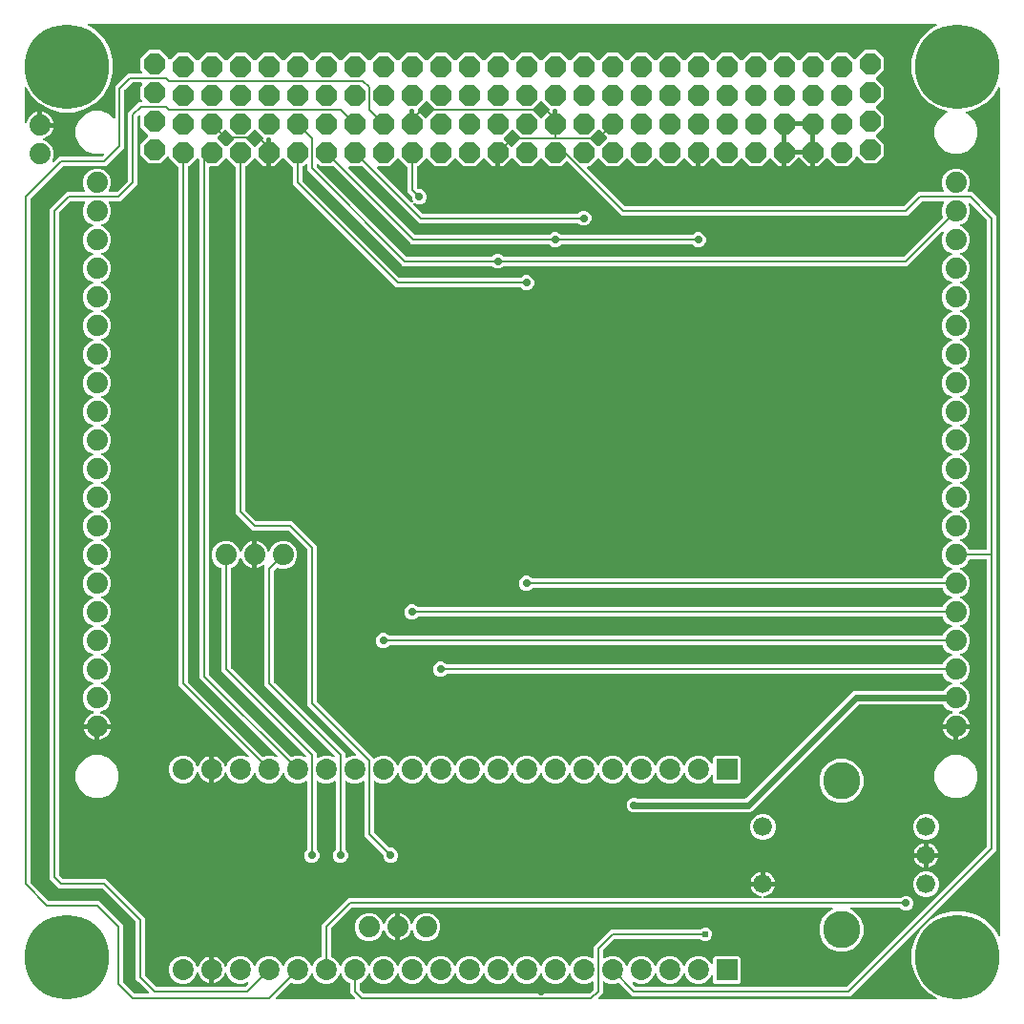
<source format=gbl>
G04 EAGLE Gerber RS-274X export*
G75*
%MOMM*%
%FSLAX34Y34*%
%LPD*%
%INBottom Copper*%
%IPPOS*%
%AMOC8*
5,1,8,0,0,1.08239X$1,22.5*%
G01*
%ADD10C,1.860400*%
%ADD11R,1.860400X1.860400*%
%ADD12C,1.879600*%
%ADD13P,2.034460X8X22.500000*%
%ADD14C,7.500000*%
%ADD15C,1.676400*%
%ADD16C,3.302000*%
%ADD17C,0.203200*%
%ADD18C,0.704000*%
%ADD19C,0.609600*%
%ADD20C,0.604000*%

G36*
X207532Y23127D02*
X207532Y23127D01*
X207620Y23130D01*
X207672Y23147D01*
X207727Y23155D01*
X207807Y23190D01*
X207890Y23217D01*
X207930Y23245D01*
X207987Y23271D01*
X208100Y23367D01*
X208164Y23412D01*
X210317Y25566D01*
X210369Y25634D01*
X210428Y25697D01*
X210454Y25747D01*
X210488Y25793D01*
X210519Y25873D01*
X210558Y25949D01*
X210569Y26005D01*
X210589Y26058D01*
X210596Y26144D01*
X210613Y26228D01*
X210608Y26285D01*
X210613Y26342D01*
X210596Y26426D01*
X210589Y26512D01*
X210568Y26565D01*
X210557Y26620D01*
X210517Y26697D01*
X210487Y26777D01*
X210452Y26822D01*
X210426Y26873D01*
X210367Y26935D01*
X210315Y27004D01*
X210269Y27038D01*
X210230Y27079D01*
X210156Y27122D01*
X210087Y27174D01*
X210034Y27194D01*
X209985Y27223D01*
X209902Y27244D01*
X209821Y27274D01*
X209764Y27279D01*
X209709Y27293D01*
X209624Y27290D01*
X209538Y27297D01*
X209490Y27286D01*
X209425Y27284D01*
X209287Y27239D01*
X209211Y27221D01*
X205657Y25749D01*
X200743Y25749D01*
X196204Y27630D01*
X192730Y31104D01*
X191120Y34989D01*
X191085Y35048D01*
X191059Y35112D01*
X191013Y35170D01*
X190976Y35233D01*
X190926Y35281D01*
X190883Y35335D01*
X190823Y35378D01*
X190769Y35429D01*
X190708Y35460D01*
X190652Y35500D01*
X190582Y35525D01*
X190517Y35559D01*
X190449Y35572D01*
X190383Y35595D01*
X190310Y35600D01*
X190238Y35614D01*
X190169Y35608D01*
X190100Y35612D01*
X190028Y35596D01*
X189954Y35589D01*
X189890Y35565D01*
X189822Y35549D01*
X189758Y35514D01*
X189689Y35487D01*
X189634Y35446D01*
X189573Y35412D01*
X189521Y35360D01*
X189462Y35316D01*
X189421Y35260D01*
X189372Y35212D01*
X189343Y35157D01*
X189292Y35088D01*
X189251Y34980D01*
X189217Y34914D01*
X188775Y33554D01*
X187929Y31893D01*
X186833Y30385D01*
X185515Y29067D01*
X184007Y27971D01*
X182346Y27125D01*
X180573Y26549D01*
X179831Y26431D01*
X179831Y37084D01*
X179823Y37139D01*
X179825Y37182D01*
X179824Y37184D01*
X179825Y37200D01*
X179803Y37282D01*
X179791Y37365D01*
X179767Y37419D01*
X179753Y37475D01*
X179710Y37548D01*
X179675Y37625D01*
X179637Y37669D01*
X179607Y37720D01*
X179546Y37777D01*
X179491Y37842D01*
X179443Y37874D01*
X179400Y37914D01*
X179325Y37953D01*
X179255Y37999D01*
X179199Y38017D01*
X179147Y38044D01*
X179079Y38055D01*
X178984Y38085D01*
X178884Y38088D01*
X178816Y38099D01*
X176784Y38099D01*
X176726Y38091D01*
X176668Y38092D01*
X176586Y38071D01*
X176503Y38059D01*
X176449Y38035D01*
X176393Y38021D01*
X176320Y37978D01*
X176243Y37943D01*
X176198Y37905D01*
X176148Y37875D01*
X176090Y37814D01*
X176026Y37759D01*
X175994Y37711D01*
X175954Y37668D01*
X175915Y37593D01*
X175869Y37523D01*
X175851Y37467D01*
X175824Y37415D01*
X175813Y37347D01*
X175783Y37252D01*
X175780Y37152D01*
X175769Y37084D01*
X175769Y26431D01*
X175027Y26549D01*
X173254Y27125D01*
X171593Y27971D01*
X170085Y29067D01*
X168767Y30385D01*
X167671Y31893D01*
X166825Y33554D01*
X166383Y34914D01*
X166353Y34976D01*
X166332Y35042D01*
X166291Y35103D01*
X166258Y35169D01*
X166212Y35220D01*
X166173Y35278D01*
X166117Y35325D01*
X166067Y35380D01*
X166009Y35416D01*
X165956Y35461D01*
X165888Y35491D01*
X165826Y35530D01*
X165759Y35548D01*
X165696Y35576D01*
X165623Y35586D01*
X165552Y35606D01*
X165483Y35606D01*
X165414Y35615D01*
X165342Y35605D01*
X165268Y35604D01*
X165201Y35585D01*
X165133Y35575D01*
X165066Y35544D01*
X164995Y35523D01*
X164937Y35486D01*
X164874Y35458D01*
X164818Y35410D01*
X164756Y35370D01*
X164710Y35318D01*
X164658Y35273D01*
X164625Y35221D01*
X164568Y35156D01*
X164519Y35052D01*
X164480Y34989D01*
X162870Y31104D01*
X159396Y27630D01*
X154857Y25749D01*
X149943Y25749D01*
X145404Y27630D01*
X141930Y31104D01*
X140049Y35643D01*
X140049Y40557D01*
X141930Y45096D01*
X145404Y48570D01*
X149943Y50451D01*
X154857Y50451D01*
X159396Y48570D01*
X162870Y45096D01*
X164480Y41211D01*
X164515Y41152D01*
X164541Y41088D01*
X164587Y41030D01*
X164624Y40967D01*
X164674Y40919D01*
X164717Y40865D01*
X164777Y40822D01*
X164831Y40771D01*
X164892Y40740D01*
X164948Y40700D01*
X165018Y40675D01*
X165083Y40641D01*
X165151Y40628D01*
X165217Y40605D01*
X165290Y40600D01*
X165362Y40586D01*
X165431Y40592D01*
X165500Y40588D01*
X165572Y40604D01*
X165646Y40611D01*
X165710Y40635D01*
X165778Y40651D01*
X165842Y40686D01*
X165911Y40713D01*
X165966Y40754D01*
X166027Y40788D01*
X166079Y40840D01*
X166138Y40884D01*
X166179Y40940D01*
X166228Y40988D01*
X166257Y41043D01*
X166308Y41112D01*
X166349Y41220D01*
X166383Y41286D01*
X166825Y42646D01*
X167671Y44307D01*
X168767Y45815D01*
X170085Y47133D01*
X171593Y48229D01*
X173254Y49075D01*
X175027Y49651D01*
X175769Y49769D01*
X175769Y39116D01*
X175777Y39058D01*
X175775Y39000D01*
X175797Y38918D01*
X175809Y38835D01*
X175833Y38781D01*
X175847Y38725D01*
X175890Y38652D01*
X175925Y38575D01*
X175963Y38531D01*
X175993Y38480D01*
X176054Y38423D01*
X176109Y38358D01*
X176157Y38326D01*
X176200Y38286D01*
X176275Y38247D01*
X176345Y38201D01*
X176401Y38183D01*
X176453Y38156D01*
X176521Y38145D01*
X176616Y38115D01*
X176716Y38112D01*
X176784Y38101D01*
X178816Y38101D01*
X178874Y38109D01*
X178932Y38108D01*
X179014Y38129D01*
X179097Y38141D01*
X179151Y38165D01*
X179207Y38179D01*
X179280Y38222D01*
X179357Y38257D01*
X179402Y38295D01*
X179452Y38325D01*
X179510Y38386D01*
X179574Y38441D01*
X179606Y38489D01*
X179646Y38532D01*
X179685Y38607D01*
X179731Y38677D01*
X179749Y38733D01*
X179776Y38785D01*
X179787Y38853D01*
X179817Y38948D01*
X179820Y39048D01*
X179831Y39116D01*
X179831Y49769D01*
X180573Y49651D01*
X182346Y49075D01*
X184007Y48229D01*
X185515Y47133D01*
X186833Y45815D01*
X187929Y44307D01*
X188775Y42646D01*
X189217Y41286D01*
X189247Y41224D01*
X189268Y41158D01*
X189309Y41097D01*
X189342Y41031D01*
X189388Y40980D01*
X189427Y40922D01*
X189483Y40875D01*
X189533Y40820D01*
X189591Y40784D01*
X189644Y40739D01*
X189712Y40709D01*
X189774Y40670D01*
X189841Y40652D01*
X189904Y40624D01*
X189977Y40614D01*
X190048Y40594D01*
X190117Y40594D01*
X190186Y40585D01*
X190258Y40595D01*
X190332Y40596D01*
X190399Y40615D01*
X190467Y40625D01*
X190534Y40656D01*
X190605Y40677D01*
X190663Y40714D01*
X190726Y40742D01*
X190782Y40790D01*
X190844Y40830D01*
X190890Y40882D01*
X190942Y40927D01*
X190975Y40979D01*
X191032Y41044D01*
X191081Y41148D01*
X191120Y41211D01*
X192730Y45096D01*
X196204Y48570D01*
X200743Y50451D01*
X205657Y50451D01*
X210196Y48570D01*
X213670Y45096D01*
X214962Y41978D01*
X214977Y41953D01*
X214986Y41925D01*
X215049Y41831D01*
X215107Y41733D01*
X215128Y41713D01*
X215144Y41689D01*
X215231Y41616D01*
X215313Y41538D01*
X215339Y41525D01*
X215362Y41506D01*
X215465Y41460D01*
X215566Y41408D01*
X215595Y41402D01*
X215622Y41390D01*
X215734Y41375D01*
X215845Y41353D01*
X215874Y41355D01*
X215903Y41351D01*
X216015Y41367D01*
X216128Y41377D01*
X216155Y41388D01*
X216185Y41392D01*
X216288Y41439D01*
X216393Y41479D01*
X216417Y41497D01*
X216444Y41509D01*
X216530Y41583D01*
X216620Y41651D01*
X216638Y41674D01*
X216660Y41693D01*
X216702Y41760D01*
X216790Y41879D01*
X216812Y41937D01*
X216838Y41978D01*
X218130Y45096D01*
X221604Y48570D01*
X226143Y50451D01*
X231057Y50451D01*
X235596Y48570D01*
X239070Y45096D01*
X240362Y41978D01*
X240377Y41953D01*
X240386Y41925D01*
X240449Y41831D01*
X240507Y41733D01*
X240528Y41713D01*
X240544Y41689D01*
X240631Y41616D01*
X240713Y41538D01*
X240739Y41525D01*
X240762Y41506D01*
X240865Y41460D01*
X240966Y41408D01*
X240995Y41402D01*
X241022Y41390D01*
X241134Y41375D01*
X241245Y41353D01*
X241274Y41355D01*
X241303Y41351D01*
X241415Y41367D01*
X241528Y41377D01*
X241555Y41388D01*
X241585Y41392D01*
X241688Y41439D01*
X241793Y41479D01*
X241817Y41497D01*
X241844Y41509D01*
X241930Y41583D01*
X242020Y41651D01*
X242038Y41674D01*
X242060Y41693D01*
X242102Y41760D01*
X242190Y41879D01*
X242212Y41937D01*
X242238Y41978D01*
X243530Y45096D01*
X247004Y48570D01*
X251543Y50451D01*
X256457Y50451D01*
X260996Y48570D01*
X264470Y45096D01*
X265762Y41978D01*
X265777Y41953D01*
X265786Y41925D01*
X265849Y41831D01*
X265907Y41733D01*
X265928Y41713D01*
X265944Y41689D01*
X266031Y41616D01*
X266113Y41538D01*
X266139Y41525D01*
X266162Y41506D01*
X266265Y41460D01*
X266366Y41408D01*
X266395Y41402D01*
X266422Y41390D01*
X266534Y41375D01*
X266645Y41353D01*
X266674Y41355D01*
X266703Y41351D01*
X266815Y41367D01*
X266928Y41377D01*
X266955Y41388D01*
X266985Y41392D01*
X267088Y41439D01*
X267193Y41479D01*
X267217Y41497D01*
X267244Y41509D01*
X267330Y41583D01*
X267420Y41651D01*
X267438Y41674D01*
X267460Y41693D01*
X267502Y41760D01*
X267590Y41879D01*
X267612Y41937D01*
X267638Y41978D01*
X268930Y45096D01*
X272404Y48570D01*
X274709Y49525D01*
X274710Y49526D01*
X274711Y49526D01*
X274828Y49596D01*
X274953Y49670D01*
X274954Y49671D01*
X274956Y49672D01*
X275053Y49775D01*
X275149Y49876D01*
X275149Y49878D01*
X275150Y49879D01*
X275213Y50002D01*
X275279Y50129D01*
X275279Y50131D01*
X275280Y50132D01*
X275282Y50147D01*
X275334Y50408D01*
X275331Y50438D01*
X275335Y50463D01*
X275335Y77884D01*
X298925Y101474D01*
X665009Y101474D01*
X665071Y101483D01*
X665134Y101482D01*
X665211Y101502D01*
X665290Y101514D01*
X665348Y101539D01*
X665409Y101556D01*
X665477Y101597D01*
X665550Y101630D01*
X665598Y101670D01*
X665652Y101703D01*
X665706Y101762D01*
X665767Y101813D01*
X665802Y101866D01*
X665844Y101912D01*
X665880Y101984D01*
X665924Y102050D01*
X665943Y102110D01*
X665972Y102167D01*
X665986Y102245D01*
X666010Y102321D01*
X666012Y102384D01*
X666023Y102446D01*
X666015Y102526D01*
X666017Y102605D01*
X666002Y102666D01*
X665995Y102729D01*
X665966Y102803D01*
X665946Y102880D01*
X665913Y102935D01*
X665890Y102993D01*
X665841Y103056D01*
X665800Y103125D01*
X665754Y103168D01*
X665716Y103218D01*
X665651Y103265D01*
X665593Y103319D01*
X665537Y103348D01*
X665486Y103385D01*
X665423Y103406D01*
X665340Y103449D01*
X665252Y103463D01*
X665168Y103492D01*
X664192Y103646D01*
X662557Y104178D01*
X661025Y104958D01*
X659634Y105969D01*
X658419Y107184D01*
X657408Y108575D01*
X656628Y110107D01*
X656096Y111742D01*
X656013Y112269D01*
X665734Y112269D01*
X665792Y112277D01*
X665850Y112275D01*
X665932Y112297D01*
X666015Y112309D01*
X666069Y112333D01*
X666125Y112347D01*
X666198Y112390D01*
X666275Y112425D01*
X666319Y112463D01*
X666370Y112493D01*
X666427Y112554D01*
X666492Y112609D01*
X666524Y112657D01*
X666564Y112700D01*
X666603Y112775D01*
X666649Y112845D01*
X666667Y112901D01*
X666694Y112953D01*
X666705Y113021D01*
X666735Y113116D01*
X666738Y113216D01*
X666749Y113284D01*
X666749Y114301D01*
X666751Y114301D01*
X666751Y113284D01*
X666759Y113226D01*
X666758Y113168D01*
X666779Y113086D01*
X666791Y113003D01*
X666815Y112949D01*
X666829Y112893D01*
X666872Y112820D01*
X666907Y112743D01*
X666945Y112698D01*
X666975Y112648D01*
X667036Y112590D01*
X667091Y112526D01*
X667139Y112494D01*
X667182Y112454D01*
X667257Y112415D01*
X667327Y112369D01*
X667383Y112351D01*
X667435Y112324D01*
X667503Y112313D01*
X667598Y112283D01*
X667698Y112280D01*
X667766Y112269D01*
X677487Y112269D01*
X677404Y111742D01*
X676872Y110107D01*
X676092Y108575D01*
X675081Y107184D01*
X673866Y105969D01*
X672475Y104958D01*
X670943Y104178D01*
X669308Y103646D01*
X668332Y103492D01*
X668272Y103473D01*
X668210Y103464D01*
X668137Y103432D01*
X668061Y103408D01*
X668008Y103374D01*
X667950Y103348D01*
X667889Y103297D01*
X667823Y103253D01*
X667781Y103205D01*
X667733Y103164D01*
X667689Y103098D01*
X667637Y103038D01*
X667611Y102980D01*
X667576Y102928D01*
X667552Y102852D01*
X667518Y102779D01*
X667509Y102717D01*
X667490Y102657D01*
X667488Y102577D01*
X667476Y102498D01*
X667484Y102436D01*
X667483Y102373D01*
X667503Y102295D01*
X667513Y102216D01*
X667538Y102159D01*
X667554Y102098D01*
X667595Y102029D01*
X667627Y101956D01*
X667667Y101907D01*
X667700Y101853D01*
X667758Y101799D01*
X667809Y101737D01*
X667861Y101702D01*
X667907Y101659D01*
X667978Y101622D01*
X668044Y101577D01*
X668104Y101558D01*
X668160Y101529D01*
X668225Y101518D01*
X668314Y101489D01*
X668403Y101488D01*
X668491Y101474D01*
X788232Y101474D01*
X788318Y101486D01*
X788406Y101489D01*
X788458Y101506D01*
X788513Y101514D01*
X788593Y101549D01*
X788676Y101576D01*
X788716Y101604D01*
X788773Y101630D01*
X788886Y101726D01*
X788950Y101771D01*
X790029Y102851D01*
X792443Y103851D01*
X795057Y103851D01*
X797471Y102851D01*
X799319Y101003D01*
X800319Y98589D01*
X800319Y95975D01*
X799319Y93561D01*
X797471Y91713D01*
X795057Y90713D01*
X792443Y90713D01*
X790029Y91713D01*
X788696Y93047D01*
X788626Y93099D01*
X788562Y93159D01*
X788513Y93185D01*
X788468Y93218D01*
X788387Y93249D01*
X788309Y93289D01*
X788261Y93297D01*
X788203Y93319D01*
X788055Y93331D01*
X787978Y93344D01*
X745291Y93344D01*
X745206Y93332D01*
X745120Y93330D01*
X745066Y93312D01*
X745010Y93304D01*
X744932Y93269D01*
X744850Y93243D01*
X744802Y93211D01*
X744750Y93188D01*
X744685Y93133D01*
X744614Y93085D01*
X744577Y93041D01*
X744533Y93005D01*
X744486Y92933D01*
X744431Y92867D01*
X744407Y92815D01*
X744376Y92768D01*
X744350Y92686D01*
X744315Y92607D01*
X744307Y92551D01*
X744290Y92497D01*
X744288Y92411D01*
X744276Y92326D01*
X744284Y92270D01*
X744283Y92213D01*
X744305Y92130D01*
X744317Y92045D01*
X744340Y91993D01*
X744355Y91938D01*
X744399Y91864D01*
X744434Y91785D01*
X744471Y91742D01*
X744500Y91693D01*
X744563Y91634D01*
X744618Y91569D01*
X744660Y91543D01*
X744707Y91499D01*
X744836Y91433D01*
X744903Y91391D01*
X747679Y90241D01*
X753181Y84739D01*
X756159Y77550D01*
X756159Y69770D01*
X753181Y62581D01*
X747679Y57079D01*
X740490Y54101D01*
X732710Y54101D01*
X725521Y57079D01*
X720019Y62581D01*
X717041Y69770D01*
X717041Y77550D01*
X720019Y84739D01*
X725521Y90241D01*
X728297Y91391D01*
X728371Y91435D01*
X728450Y91470D01*
X728493Y91507D01*
X728542Y91536D01*
X728601Y91598D01*
X728667Y91654D01*
X728698Y91701D01*
X728737Y91742D01*
X728776Y91819D01*
X728824Y91890D01*
X728841Y91944D01*
X728867Y91995D01*
X728884Y92079D01*
X728910Y92161D01*
X728911Y92218D01*
X728922Y92274D01*
X728915Y92359D01*
X728917Y92445D01*
X728903Y92500D01*
X728898Y92557D01*
X728867Y92637D01*
X728845Y92720D01*
X728816Y92769D01*
X728796Y92822D01*
X728744Y92891D01*
X728700Y92965D01*
X728659Y93004D01*
X728624Y93049D01*
X728555Y93101D01*
X728493Y93159D01*
X728442Y93185D01*
X728397Y93219D01*
X728316Y93250D01*
X728240Y93289D01*
X728191Y93297D01*
X728131Y93320D01*
X727986Y93331D01*
X727909Y93344D01*
X302713Y93344D01*
X302627Y93332D01*
X302539Y93329D01*
X302487Y93312D01*
X302432Y93304D01*
X302352Y93269D01*
X302269Y93242D01*
X302229Y93214D01*
X302172Y93188D01*
X302059Y93092D01*
X301995Y93047D01*
X283762Y74814D01*
X283710Y74744D01*
X283650Y74680D01*
X283624Y74631D01*
X283591Y74586D01*
X283560Y74505D01*
X283520Y74427D01*
X283512Y74379D01*
X283490Y74321D01*
X283478Y74173D01*
X283465Y74096D01*
X283465Y50463D01*
X283465Y50461D01*
X283465Y50460D01*
X283485Y50319D01*
X283505Y50182D01*
X283505Y50180D01*
X283505Y50179D01*
X283563Y50052D01*
X283621Y49922D01*
X283622Y49921D01*
X283623Y49919D01*
X283717Y49809D01*
X283804Y49705D01*
X283806Y49704D01*
X283807Y49703D01*
X283820Y49695D01*
X284041Y49548D01*
X284070Y49538D01*
X284091Y49525D01*
X286396Y48570D01*
X289870Y45096D01*
X291162Y41978D01*
X291177Y41953D01*
X291186Y41925D01*
X291249Y41831D01*
X291307Y41733D01*
X291328Y41713D01*
X291344Y41689D01*
X291431Y41616D01*
X291513Y41538D01*
X291539Y41525D01*
X291562Y41506D01*
X291665Y41460D01*
X291766Y41408D01*
X291795Y41402D01*
X291822Y41390D01*
X291934Y41375D01*
X292045Y41353D01*
X292074Y41355D01*
X292103Y41351D01*
X292215Y41367D01*
X292328Y41377D01*
X292355Y41388D01*
X292385Y41392D01*
X292488Y41439D01*
X292593Y41479D01*
X292617Y41497D01*
X292644Y41509D01*
X292730Y41583D01*
X292820Y41651D01*
X292838Y41674D01*
X292860Y41693D01*
X292902Y41760D01*
X292990Y41879D01*
X293012Y41937D01*
X293038Y41978D01*
X294330Y45096D01*
X297804Y48570D01*
X302343Y50451D01*
X307257Y50451D01*
X311796Y48570D01*
X315270Y45096D01*
X316562Y41978D01*
X316577Y41953D01*
X316586Y41925D01*
X316649Y41831D01*
X316707Y41733D01*
X316728Y41713D01*
X316744Y41689D01*
X316831Y41616D01*
X316913Y41538D01*
X316939Y41525D01*
X316962Y41506D01*
X317065Y41460D01*
X317166Y41408D01*
X317195Y41402D01*
X317222Y41390D01*
X317334Y41375D01*
X317445Y41353D01*
X317474Y41355D01*
X317503Y41351D01*
X317615Y41367D01*
X317728Y41377D01*
X317755Y41388D01*
X317785Y41392D01*
X317888Y41439D01*
X317993Y41479D01*
X318017Y41497D01*
X318044Y41509D01*
X318130Y41583D01*
X318220Y41651D01*
X318238Y41674D01*
X318260Y41693D01*
X318302Y41760D01*
X318390Y41879D01*
X318412Y41937D01*
X318438Y41978D01*
X319730Y45096D01*
X323204Y48570D01*
X327743Y50451D01*
X332657Y50451D01*
X337196Y48570D01*
X340670Y45096D01*
X341962Y41978D01*
X341977Y41953D01*
X341986Y41925D01*
X342049Y41831D01*
X342107Y41733D01*
X342128Y41713D01*
X342144Y41689D01*
X342231Y41616D01*
X342313Y41538D01*
X342339Y41525D01*
X342362Y41506D01*
X342465Y41460D01*
X342566Y41408D01*
X342595Y41402D01*
X342622Y41390D01*
X342734Y41375D01*
X342845Y41353D01*
X342874Y41355D01*
X342903Y41351D01*
X343015Y41367D01*
X343128Y41377D01*
X343155Y41388D01*
X343185Y41392D01*
X343288Y41439D01*
X343393Y41479D01*
X343417Y41497D01*
X343444Y41509D01*
X343530Y41583D01*
X343620Y41651D01*
X343638Y41674D01*
X343660Y41693D01*
X343702Y41760D01*
X343790Y41879D01*
X343812Y41937D01*
X343838Y41978D01*
X345130Y45096D01*
X348604Y48570D01*
X353143Y50451D01*
X358057Y50451D01*
X362596Y48570D01*
X366070Y45096D01*
X367362Y41978D01*
X367377Y41953D01*
X367386Y41925D01*
X367449Y41831D01*
X367507Y41733D01*
X367528Y41713D01*
X367544Y41689D01*
X367631Y41616D01*
X367713Y41538D01*
X367739Y41525D01*
X367762Y41506D01*
X367865Y41460D01*
X367966Y41408D01*
X367995Y41402D01*
X368022Y41390D01*
X368134Y41375D01*
X368245Y41353D01*
X368274Y41355D01*
X368303Y41351D01*
X368415Y41367D01*
X368528Y41377D01*
X368555Y41388D01*
X368585Y41392D01*
X368688Y41438D01*
X368793Y41479D01*
X368817Y41497D01*
X368844Y41509D01*
X368930Y41582D01*
X369020Y41651D01*
X369038Y41674D01*
X369060Y41693D01*
X369102Y41760D01*
X369190Y41879D01*
X369212Y41937D01*
X369238Y41978D01*
X370530Y45096D01*
X374004Y48570D01*
X378543Y50451D01*
X383457Y50451D01*
X387996Y48570D01*
X391470Y45096D01*
X392762Y41978D01*
X392777Y41953D01*
X392786Y41925D01*
X392849Y41831D01*
X392907Y41733D01*
X392928Y41713D01*
X392944Y41689D01*
X393031Y41616D01*
X393113Y41538D01*
X393139Y41525D01*
X393162Y41506D01*
X393265Y41460D01*
X393366Y41408D01*
X393395Y41402D01*
X393422Y41390D01*
X393534Y41375D01*
X393645Y41353D01*
X393674Y41355D01*
X393703Y41351D01*
X393815Y41367D01*
X393928Y41377D01*
X393955Y41388D01*
X393985Y41392D01*
X394088Y41438D01*
X394193Y41479D01*
X394217Y41497D01*
X394244Y41509D01*
X394330Y41582D01*
X394420Y41651D01*
X394438Y41674D01*
X394460Y41693D01*
X394502Y41760D01*
X394590Y41879D01*
X394612Y41937D01*
X394638Y41978D01*
X395930Y45096D01*
X399404Y48570D01*
X403943Y50451D01*
X408857Y50451D01*
X413396Y48570D01*
X416870Y45096D01*
X418162Y41978D01*
X418177Y41953D01*
X418186Y41925D01*
X418249Y41831D01*
X418307Y41733D01*
X418328Y41713D01*
X418344Y41689D01*
X418431Y41616D01*
X418513Y41538D01*
X418539Y41525D01*
X418562Y41506D01*
X418665Y41460D01*
X418766Y41408D01*
X418795Y41402D01*
X418822Y41390D01*
X418934Y41375D01*
X419045Y41353D01*
X419074Y41355D01*
X419103Y41351D01*
X419215Y41367D01*
X419328Y41377D01*
X419355Y41388D01*
X419384Y41392D01*
X419488Y41438D01*
X419593Y41479D01*
X419617Y41497D01*
X419644Y41509D01*
X419730Y41582D01*
X419820Y41651D01*
X419838Y41674D01*
X419860Y41693D01*
X419902Y41760D01*
X419990Y41878D01*
X420012Y41937D01*
X420038Y41978D01*
X421330Y45096D01*
X424804Y48570D01*
X429343Y50451D01*
X434257Y50451D01*
X438796Y48570D01*
X442270Y45096D01*
X443562Y41978D01*
X443577Y41953D01*
X443586Y41925D01*
X443649Y41831D01*
X443707Y41733D01*
X443728Y41713D01*
X443744Y41689D01*
X443831Y41616D01*
X443913Y41538D01*
X443939Y41525D01*
X443962Y41506D01*
X444065Y41460D01*
X444166Y41408D01*
X444195Y41402D01*
X444222Y41390D01*
X444334Y41375D01*
X444445Y41353D01*
X444474Y41355D01*
X444503Y41351D01*
X444615Y41367D01*
X444728Y41377D01*
X444755Y41388D01*
X444784Y41392D01*
X444888Y41438D01*
X444993Y41479D01*
X445017Y41497D01*
X445044Y41509D01*
X445130Y41582D01*
X445220Y41651D01*
X445238Y41674D01*
X445260Y41693D01*
X445302Y41760D01*
X445390Y41878D01*
X445412Y41937D01*
X445438Y41978D01*
X446730Y45096D01*
X450204Y48570D01*
X454743Y50451D01*
X459657Y50451D01*
X464196Y48570D01*
X467670Y45096D01*
X468962Y41978D01*
X468977Y41953D01*
X468986Y41925D01*
X469049Y41831D01*
X469107Y41733D01*
X469128Y41713D01*
X469144Y41689D01*
X469231Y41616D01*
X469313Y41538D01*
X469339Y41525D01*
X469362Y41506D01*
X469465Y41460D01*
X469566Y41408D01*
X469595Y41402D01*
X469622Y41390D01*
X469734Y41375D01*
X469845Y41353D01*
X469874Y41355D01*
X469903Y41351D01*
X470015Y41367D01*
X470128Y41377D01*
X470155Y41388D01*
X470184Y41392D01*
X470288Y41438D01*
X470393Y41479D01*
X470417Y41497D01*
X470444Y41509D01*
X470530Y41582D01*
X470620Y41651D01*
X470638Y41674D01*
X470660Y41693D01*
X470702Y41760D01*
X470790Y41878D01*
X470812Y41937D01*
X470838Y41978D01*
X472130Y45096D01*
X475604Y48570D01*
X480143Y50451D01*
X485057Y50451D01*
X489596Y48570D01*
X493070Y45096D01*
X494362Y41978D01*
X494377Y41953D01*
X494386Y41925D01*
X494449Y41831D01*
X494507Y41733D01*
X494528Y41713D01*
X494544Y41689D01*
X494631Y41616D01*
X494713Y41538D01*
X494739Y41525D01*
X494762Y41506D01*
X494865Y41460D01*
X494966Y41408D01*
X494995Y41402D01*
X495022Y41390D01*
X495134Y41375D01*
X495245Y41353D01*
X495274Y41355D01*
X495303Y41351D01*
X495415Y41367D01*
X495528Y41377D01*
X495555Y41388D01*
X495584Y41392D01*
X495688Y41438D01*
X495793Y41479D01*
X495817Y41497D01*
X495844Y41509D01*
X495930Y41582D01*
X496020Y41651D01*
X496038Y41674D01*
X496060Y41693D01*
X496102Y41760D01*
X496190Y41878D01*
X496212Y41937D01*
X496238Y41978D01*
X497530Y45096D01*
X501004Y48570D01*
X505543Y50451D01*
X510457Y50451D01*
X515065Y48542D01*
X515129Y48494D01*
X515157Y48483D01*
X515181Y48467D01*
X515289Y48433D01*
X515395Y48392D01*
X515424Y48390D01*
X515452Y48381D01*
X515565Y48378D01*
X515678Y48369D01*
X515707Y48375D01*
X515736Y48374D01*
X515846Y48402D01*
X515957Y48425D01*
X515983Y48438D01*
X516011Y48446D01*
X516109Y48503D01*
X516209Y48555D01*
X516230Y48576D01*
X516256Y48591D01*
X516333Y48673D01*
X516415Y48751D01*
X516430Y48777D01*
X516450Y48798D01*
X516502Y48899D01*
X516559Y48996D01*
X516566Y49025D01*
X516580Y49051D01*
X516593Y49129D01*
X516629Y49272D01*
X516627Y49335D01*
X516635Y49382D01*
X516635Y58834D01*
X531716Y73915D01*
X611012Y73915D01*
X611098Y73927D01*
X611186Y73930D01*
X611238Y73947D01*
X611293Y73955D01*
X611373Y73990D01*
X611456Y74017D01*
X611496Y74045D01*
X611553Y74071D01*
X611666Y74167D01*
X611730Y74212D01*
X612512Y74995D01*
X614743Y75919D01*
X617157Y75919D01*
X619388Y74995D01*
X621095Y73288D01*
X622019Y71057D01*
X622019Y68643D01*
X621095Y66412D01*
X619388Y64705D01*
X617157Y63781D01*
X614743Y63781D01*
X612512Y64705D01*
X611730Y65488D01*
X611660Y65540D01*
X611596Y65600D01*
X611547Y65626D01*
X611502Y65659D01*
X611421Y65690D01*
X611343Y65730D01*
X611295Y65738D01*
X611237Y65760D01*
X611089Y65772D01*
X611012Y65785D01*
X535504Y65785D01*
X535418Y65773D01*
X535330Y65770D01*
X535278Y65753D01*
X535223Y65745D01*
X535143Y65710D01*
X535060Y65683D01*
X535020Y65655D01*
X534963Y65629D01*
X534850Y65533D01*
X534786Y65488D01*
X525062Y55764D01*
X525010Y55694D01*
X524950Y55630D01*
X524924Y55581D01*
X524891Y55536D01*
X524860Y55455D01*
X524820Y55377D01*
X524812Y55329D01*
X524790Y55271D01*
X524778Y55123D01*
X524765Y55046D01*
X524765Y49382D01*
X524769Y49353D01*
X524766Y49324D01*
X524789Y49213D01*
X524805Y49101D01*
X524817Y49074D01*
X524822Y49045D01*
X524875Y48945D01*
X524921Y48841D01*
X524940Y48819D01*
X524953Y48793D01*
X525031Y48711D01*
X525104Y48624D01*
X525129Y48608D01*
X525149Y48587D01*
X525247Y48530D01*
X525341Y48467D01*
X525369Y48458D01*
X525395Y48443D01*
X525504Y48415D01*
X525612Y48381D01*
X525642Y48380D01*
X525670Y48373D01*
X525783Y48377D01*
X525896Y48374D01*
X525925Y48381D01*
X525954Y48382D01*
X526062Y48417D01*
X526171Y48446D01*
X526197Y48461D01*
X526225Y48470D01*
X526289Y48515D01*
X526330Y48540D01*
X530943Y50451D01*
X535857Y50451D01*
X540396Y48570D01*
X543870Y45096D01*
X545162Y41978D01*
X545177Y41953D01*
X545186Y41925D01*
X545249Y41831D01*
X545307Y41733D01*
X545328Y41713D01*
X545344Y41689D01*
X545431Y41616D01*
X545513Y41538D01*
X545539Y41525D01*
X545562Y41506D01*
X545665Y41460D01*
X545766Y41408D01*
X545795Y41402D01*
X545822Y41390D01*
X545934Y41375D01*
X546045Y41353D01*
X546074Y41355D01*
X546103Y41351D01*
X546215Y41367D01*
X546328Y41377D01*
X546355Y41388D01*
X546384Y41392D01*
X546488Y41438D01*
X546593Y41479D01*
X546617Y41497D01*
X546644Y41509D01*
X546730Y41582D01*
X546820Y41651D01*
X546838Y41674D01*
X546860Y41693D01*
X546902Y41760D01*
X546990Y41878D01*
X547012Y41937D01*
X547038Y41978D01*
X548330Y45096D01*
X551804Y48570D01*
X556343Y50451D01*
X561257Y50451D01*
X565796Y48570D01*
X569270Y45096D01*
X570562Y41978D01*
X570577Y41953D01*
X570586Y41925D01*
X570649Y41831D01*
X570707Y41733D01*
X570728Y41713D01*
X570744Y41689D01*
X570831Y41616D01*
X570913Y41538D01*
X570939Y41525D01*
X570962Y41506D01*
X571065Y41460D01*
X571166Y41408D01*
X571195Y41402D01*
X571222Y41390D01*
X571334Y41375D01*
X571445Y41353D01*
X571474Y41355D01*
X571503Y41351D01*
X571615Y41367D01*
X571728Y41377D01*
X571755Y41388D01*
X571784Y41392D01*
X571888Y41438D01*
X571993Y41479D01*
X572017Y41497D01*
X572044Y41509D01*
X572130Y41582D01*
X572220Y41651D01*
X572238Y41674D01*
X572260Y41693D01*
X572302Y41760D01*
X572390Y41878D01*
X572412Y41937D01*
X572438Y41978D01*
X573730Y45096D01*
X577204Y48570D01*
X581743Y50451D01*
X586657Y50451D01*
X591196Y48570D01*
X594670Y45096D01*
X595962Y41978D01*
X595977Y41953D01*
X595986Y41925D01*
X596049Y41831D01*
X596107Y41733D01*
X596128Y41713D01*
X596144Y41689D01*
X596231Y41616D01*
X596313Y41538D01*
X596339Y41525D01*
X596362Y41506D01*
X596465Y41460D01*
X596566Y41408D01*
X596595Y41402D01*
X596622Y41390D01*
X596734Y41375D01*
X596845Y41353D01*
X596874Y41355D01*
X596903Y41351D01*
X597015Y41367D01*
X597128Y41377D01*
X597155Y41388D01*
X597184Y41392D01*
X597288Y41438D01*
X597393Y41479D01*
X597417Y41497D01*
X597444Y41509D01*
X597530Y41582D01*
X597620Y41651D01*
X597638Y41674D01*
X597660Y41693D01*
X597702Y41760D01*
X597790Y41878D01*
X597812Y41937D01*
X597838Y41978D01*
X599130Y45096D01*
X602604Y48570D01*
X607143Y50451D01*
X612057Y50451D01*
X616596Y48570D01*
X620070Y45096D01*
X620696Y43586D01*
X620740Y43512D01*
X620775Y43433D01*
X620812Y43390D01*
X620841Y43341D01*
X620903Y43282D01*
X620959Y43216D01*
X621006Y43185D01*
X621047Y43146D01*
X621124Y43106D01*
X621195Y43059D01*
X621249Y43042D01*
X621300Y43016D01*
X621384Y42999D01*
X621466Y42973D01*
X621523Y42972D01*
X621579Y42961D01*
X621664Y42968D01*
X621750Y42966D01*
X621805Y42980D01*
X621862Y42985D01*
X621943Y43016D01*
X622025Y43038D01*
X622074Y43067D01*
X622127Y43087D01*
X622196Y43139D01*
X622270Y43183D01*
X622309Y43224D01*
X622354Y43259D01*
X622406Y43327D01*
X622464Y43390D01*
X622490Y43441D01*
X622524Y43486D01*
X622555Y43567D01*
X622594Y43643D01*
X622602Y43692D01*
X622625Y43752D01*
X622636Y43897D01*
X622649Y43974D01*
X622649Y48665D01*
X624435Y50451D01*
X645565Y50451D01*
X647351Y48665D01*
X647351Y27535D01*
X645565Y25749D01*
X624435Y25749D01*
X622649Y27535D01*
X622649Y32226D01*
X622637Y32311D01*
X622635Y32397D01*
X622617Y32451D01*
X622609Y32507D01*
X622574Y32586D01*
X622548Y32667D01*
X622516Y32715D01*
X622493Y32767D01*
X622438Y32832D01*
X622390Y32904D01*
X622346Y32940D01*
X622310Y32984D01*
X622238Y33031D01*
X622172Y33087D01*
X622120Y33110D01*
X622073Y33141D01*
X621991Y33167D01*
X621912Y33202D01*
X621856Y33210D01*
X621802Y33227D01*
X621716Y33229D01*
X621631Y33241D01*
X621575Y33233D01*
X621518Y33234D01*
X621435Y33213D01*
X621349Y33200D01*
X621298Y33177D01*
X621243Y33162D01*
X621169Y33119D01*
X621090Y33083D01*
X621047Y33046D01*
X620998Y33017D01*
X620939Y32955D01*
X620874Y32899D01*
X620848Y32857D01*
X620804Y32810D01*
X620738Y32681D01*
X620696Y32614D01*
X620070Y31104D01*
X616596Y27630D01*
X612057Y25749D01*
X607143Y25749D01*
X602604Y27630D01*
X599130Y31104D01*
X597838Y34222D01*
X597823Y34247D01*
X597814Y34275D01*
X597751Y34369D01*
X597693Y34467D01*
X597672Y34487D01*
X597656Y34511D01*
X597569Y34584D01*
X597487Y34662D01*
X597461Y34675D01*
X597438Y34694D01*
X597335Y34740D01*
X597234Y34792D01*
X597205Y34798D01*
X597178Y34810D01*
X597066Y34825D01*
X596955Y34847D01*
X596926Y34845D01*
X596897Y34849D01*
X596785Y34833D01*
X596672Y34823D01*
X596645Y34812D01*
X596615Y34808D01*
X596512Y34762D01*
X596407Y34721D01*
X596383Y34703D01*
X596356Y34691D01*
X596270Y34618D01*
X596180Y34549D01*
X596162Y34526D01*
X596140Y34507D01*
X596098Y34440D01*
X596010Y34321D01*
X595988Y34263D01*
X595962Y34222D01*
X594670Y31104D01*
X591196Y27630D01*
X586657Y25749D01*
X581743Y25749D01*
X577204Y27630D01*
X573730Y31104D01*
X572438Y34222D01*
X572423Y34247D01*
X572414Y34275D01*
X572351Y34369D01*
X572293Y34467D01*
X572272Y34487D01*
X572256Y34511D01*
X572169Y34584D01*
X572087Y34662D01*
X572061Y34675D01*
X572038Y34694D01*
X571935Y34740D01*
X571834Y34792D01*
X571805Y34798D01*
X571778Y34810D01*
X571666Y34825D01*
X571555Y34847D01*
X571526Y34845D01*
X571497Y34849D01*
X571385Y34833D01*
X571272Y34823D01*
X571245Y34812D01*
X571215Y34808D01*
X571112Y34762D01*
X571007Y34721D01*
X570983Y34703D01*
X570956Y34691D01*
X570870Y34618D01*
X570780Y34549D01*
X570762Y34526D01*
X570740Y34507D01*
X570698Y34440D01*
X570610Y34321D01*
X570588Y34263D01*
X570562Y34222D01*
X569270Y31104D01*
X565796Y27630D01*
X561257Y25749D01*
X556343Y25749D01*
X552789Y27221D01*
X552706Y27243D01*
X552626Y27273D01*
X552569Y27278D01*
X552514Y27292D01*
X552428Y27290D01*
X552342Y27297D01*
X552287Y27286D01*
X552230Y27284D01*
X552148Y27258D01*
X552064Y27241D01*
X552013Y27215D01*
X551959Y27198D01*
X551888Y27150D01*
X551811Y27110D01*
X551770Y27071D01*
X551723Y27039D01*
X551668Y26973D01*
X551605Y26914D01*
X551577Y26865D01*
X551540Y26822D01*
X551505Y26743D01*
X551462Y26669D01*
X551448Y26614D01*
X551424Y26562D01*
X551413Y26477D01*
X551391Y26394D01*
X551393Y26337D01*
X551385Y26280D01*
X551398Y26195D01*
X551401Y26109D01*
X551418Y26055D01*
X551426Y25999D01*
X551462Y25921D01*
X551488Y25839D01*
X551517Y25799D01*
X551543Y25740D01*
X551637Y25629D01*
X551683Y25566D01*
X553836Y23412D01*
X553906Y23360D01*
X553970Y23300D01*
X554019Y23274D01*
X554064Y23241D01*
X554145Y23210D01*
X554223Y23170D01*
X554271Y23162D01*
X554329Y23140D01*
X554477Y23128D01*
X554554Y23115D01*
X740846Y23115D01*
X740932Y23127D01*
X741020Y23130D01*
X741072Y23147D01*
X741127Y23155D01*
X741207Y23190D01*
X741290Y23217D01*
X741330Y23245D01*
X741387Y23271D01*
X741500Y23367D01*
X741564Y23412D01*
X865588Y147436D01*
X865640Y147506D01*
X865700Y147570D01*
X865726Y147619D01*
X865759Y147664D01*
X865790Y147745D01*
X865830Y147823D01*
X865838Y147871D01*
X865860Y147929D01*
X865872Y148077D01*
X865885Y148154D01*
X865885Y401320D01*
X865877Y401378D01*
X865879Y401436D01*
X865857Y401518D01*
X865845Y401602D01*
X865822Y401655D01*
X865807Y401711D01*
X865764Y401784D01*
X865729Y401861D01*
X865691Y401906D01*
X865662Y401956D01*
X865600Y402014D01*
X865546Y402078D01*
X865497Y402110D01*
X865454Y402150D01*
X865379Y402189D01*
X865309Y402236D01*
X865253Y402253D01*
X865201Y402280D01*
X865133Y402291D01*
X865038Y402321D01*
X864938Y402324D01*
X864870Y402335D01*
X850667Y402335D01*
X850665Y402335D01*
X850664Y402335D01*
X850524Y402315D01*
X850385Y402295D01*
X850384Y402295D01*
X850382Y402295D01*
X850257Y402238D01*
X850126Y402179D01*
X850125Y402178D01*
X850123Y402177D01*
X850016Y402086D01*
X849909Y401996D01*
X849908Y401994D01*
X849907Y401993D01*
X849898Y401980D01*
X849751Y401759D01*
X849742Y401730D01*
X849729Y401709D01*
X848752Y399349D01*
X845251Y395848D01*
X842329Y394638D01*
X842304Y394623D01*
X842276Y394614D01*
X842181Y394551D01*
X842084Y394493D01*
X842064Y394472D01*
X842039Y394456D01*
X841966Y394369D01*
X841889Y394287D01*
X841875Y394261D01*
X841856Y394238D01*
X841810Y394135D01*
X841759Y394034D01*
X841753Y394005D01*
X841741Y393978D01*
X841725Y393866D01*
X841704Y393755D01*
X841706Y393726D01*
X841702Y393697D01*
X841718Y393585D01*
X841728Y393472D01*
X841739Y393445D01*
X841743Y393415D01*
X841789Y393312D01*
X841830Y393207D01*
X841848Y393183D01*
X841860Y393156D01*
X841933Y393070D01*
X842002Y392980D01*
X842025Y392962D01*
X842044Y392940D01*
X842111Y392898D01*
X842229Y392810D01*
X842288Y392788D01*
X842329Y392762D01*
X845251Y391552D01*
X848752Y388051D01*
X850647Y383476D01*
X850647Y378524D01*
X848752Y373949D01*
X845251Y370448D01*
X842329Y369238D01*
X842304Y369223D01*
X842276Y369214D01*
X842181Y369151D01*
X842084Y369093D01*
X842064Y369072D01*
X842039Y369056D01*
X841966Y368969D01*
X841889Y368887D01*
X841875Y368861D01*
X841856Y368838D01*
X841810Y368735D01*
X841759Y368634D01*
X841753Y368605D01*
X841741Y368578D01*
X841725Y368466D01*
X841704Y368355D01*
X841706Y368326D01*
X841702Y368297D01*
X841718Y368185D01*
X841728Y368072D01*
X841739Y368045D01*
X841743Y368015D01*
X841789Y367912D01*
X841830Y367807D01*
X841848Y367783D01*
X841860Y367756D01*
X841933Y367670D01*
X842002Y367580D01*
X842025Y367562D01*
X842044Y367540D01*
X842111Y367498D01*
X842229Y367410D01*
X842288Y367388D01*
X842329Y367362D01*
X845251Y366152D01*
X848752Y362651D01*
X850647Y358076D01*
X850647Y353124D01*
X848752Y348549D01*
X845251Y345048D01*
X842329Y343838D01*
X842304Y343823D01*
X842276Y343814D01*
X842181Y343751D01*
X842084Y343693D01*
X842064Y343672D01*
X842039Y343656D01*
X841966Y343569D01*
X841889Y343487D01*
X841875Y343461D01*
X841856Y343438D01*
X841810Y343335D01*
X841759Y343234D01*
X841753Y343205D01*
X841741Y343178D01*
X841725Y343066D01*
X841704Y342955D01*
X841706Y342926D01*
X841702Y342897D01*
X841718Y342785D01*
X841728Y342672D01*
X841739Y342645D01*
X841743Y342615D01*
X841789Y342512D01*
X841830Y342407D01*
X841848Y342383D01*
X841860Y342356D01*
X841933Y342270D01*
X842002Y342180D01*
X842025Y342162D01*
X842044Y342140D01*
X842111Y342098D01*
X842229Y342010D01*
X842288Y341988D01*
X842329Y341962D01*
X845251Y340752D01*
X848752Y337251D01*
X850647Y332676D01*
X850647Y327724D01*
X848752Y323149D01*
X845251Y319648D01*
X842329Y318438D01*
X842304Y318423D01*
X842276Y318414D01*
X842181Y318351D01*
X842084Y318293D01*
X842064Y318272D01*
X842039Y318256D01*
X841966Y318169D01*
X841889Y318087D01*
X841875Y318061D01*
X841856Y318038D01*
X841810Y317935D01*
X841759Y317834D01*
X841753Y317805D01*
X841741Y317778D01*
X841725Y317666D01*
X841704Y317555D01*
X841706Y317526D01*
X841702Y317497D01*
X841718Y317385D01*
X841728Y317272D01*
X841739Y317245D01*
X841743Y317215D01*
X841789Y317112D01*
X841830Y317007D01*
X841848Y316983D01*
X841860Y316956D01*
X841933Y316870D01*
X842002Y316780D01*
X842025Y316762D01*
X842044Y316740D01*
X842111Y316698D01*
X842229Y316610D01*
X842288Y316588D01*
X842329Y316562D01*
X845251Y315352D01*
X848752Y311851D01*
X850647Y307276D01*
X850647Y302324D01*
X848752Y297749D01*
X845251Y294248D01*
X842329Y293038D01*
X842304Y293023D01*
X842276Y293014D01*
X842181Y292951D01*
X842084Y292893D01*
X842064Y292872D01*
X842039Y292856D01*
X841966Y292769D01*
X841889Y292687D01*
X841875Y292661D01*
X841856Y292638D01*
X841810Y292535D01*
X841759Y292434D01*
X841753Y292405D01*
X841741Y292378D01*
X841725Y292266D01*
X841704Y292155D01*
X841706Y292126D01*
X841702Y292097D01*
X841718Y291985D01*
X841728Y291872D01*
X841739Y291845D01*
X841743Y291815D01*
X841789Y291712D01*
X841830Y291607D01*
X841848Y291583D01*
X841860Y291556D01*
X841933Y291470D01*
X842002Y291380D01*
X842025Y291362D01*
X842044Y291340D01*
X842111Y291298D01*
X842229Y291210D01*
X842288Y291188D01*
X842329Y291162D01*
X845251Y289952D01*
X848752Y286451D01*
X850647Y281876D01*
X850647Y276924D01*
X848752Y272349D01*
X845251Y268848D01*
X841589Y267331D01*
X841529Y267296D01*
X841465Y267270D01*
X841407Y267224D01*
X841344Y267187D01*
X841296Y267137D01*
X841242Y267094D01*
X841199Y267034D01*
X841149Y266980D01*
X841117Y266919D01*
X841077Y266862D01*
X841052Y266793D01*
X841018Y266727D01*
X841005Y266660D01*
X840982Y266594D01*
X840978Y266521D01*
X840963Y266448D01*
X840969Y266380D01*
X840965Y266311D01*
X840981Y266239D01*
X840988Y266165D01*
X841013Y266101D01*
X841028Y266033D01*
X841063Y265969D01*
X841090Y265900D01*
X841131Y265845D01*
X841165Y265784D01*
X841217Y265732D01*
X841261Y265673D01*
X841317Y265632D01*
X841366Y265583D01*
X841421Y265554D01*
X841489Y265503D01*
X841597Y265462D01*
X841663Y265428D01*
X842783Y265064D01*
X844457Y264211D01*
X845978Y263106D01*
X847306Y261778D01*
X848411Y260257D01*
X849264Y258583D01*
X849845Y256796D01*
X849966Y256031D01*
X839216Y256031D01*
X839158Y256023D01*
X839100Y256025D01*
X839018Y256003D01*
X838935Y255991D01*
X838881Y255967D01*
X838825Y255953D01*
X838752Y255910D01*
X838675Y255875D01*
X838631Y255837D01*
X838580Y255807D01*
X838523Y255746D01*
X838458Y255691D01*
X838426Y255643D01*
X838386Y255600D01*
X838347Y255525D01*
X838301Y255455D01*
X838283Y255399D01*
X838256Y255347D01*
X838245Y255279D01*
X838215Y255184D01*
X838212Y255084D01*
X838201Y255016D01*
X838201Y253999D01*
X838199Y253999D01*
X838199Y255016D01*
X838191Y255074D01*
X838192Y255132D01*
X838171Y255214D01*
X838159Y255297D01*
X838135Y255351D01*
X838121Y255407D01*
X838078Y255480D01*
X838043Y255557D01*
X838005Y255602D01*
X837975Y255652D01*
X837914Y255710D01*
X837859Y255774D01*
X837811Y255806D01*
X837768Y255846D01*
X837693Y255885D01*
X837623Y255931D01*
X837567Y255949D01*
X837515Y255976D01*
X837447Y255987D01*
X837352Y256017D01*
X837252Y256020D01*
X837184Y256031D01*
X826434Y256031D01*
X826555Y256796D01*
X827136Y258583D01*
X827989Y260257D01*
X829094Y261778D01*
X830422Y263106D01*
X831943Y264211D01*
X833617Y265064D01*
X834737Y265428D01*
X834799Y265458D01*
X834865Y265479D01*
X834926Y265520D01*
X834992Y265553D01*
X835043Y265599D01*
X835101Y265638D01*
X835148Y265694D01*
X835203Y265743D01*
X835239Y265802D01*
X835284Y265855D01*
X835314Y265922D01*
X835353Y265985D01*
X835371Y266052D01*
X835399Y266115D01*
X835409Y266188D01*
X835429Y266259D01*
X835429Y266328D01*
X835438Y266397D01*
X835428Y266469D01*
X835427Y266543D01*
X835407Y266610D01*
X835398Y266678D01*
X835367Y266745D01*
X835346Y266816D01*
X835309Y266874D01*
X835280Y266937D01*
X835233Y266993D01*
X835193Y267055D01*
X835141Y267101D01*
X835096Y267153D01*
X835043Y267186D01*
X834979Y267243D01*
X834875Y267292D01*
X834811Y267331D01*
X831149Y268848D01*
X827648Y272349D01*
X827513Y272677D01*
X827512Y272678D01*
X827511Y272679D01*
X827441Y272798D01*
X827368Y272921D01*
X827367Y272922D01*
X827366Y272924D01*
X827262Y273021D01*
X827161Y273117D01*
X827160Y273117D01*
X827159Y273118D01*
X827033Y273183D01*
X826909Y273247D01*
X826907Y273247D01*
X826906Y273248D01*
X826891Y273250D01*
X826630Y273302D01*
X826599Y273299D01*
X826575Y273303D01*
X752246Y273303D01*
X752159Y273291D01*
X752072Y273288D01*
X752019Y273271D01*
X751964Y273263D01*
X751885Y273228D01*
X751801Y273201D01*
X751762Y273173D01*
X751705Y273147D01*
X751592Y273051D01*
X751528Y273006D01*
X657504Y178981D01*
X655263Y178053D01*
X555098Y178053D01*
X555068Y178049D01*
X555037Y178051D01*
X554960Y178034D01*
X554817Y178013D01*
X554758Y177987D01*
X554710Y177976D01*
X553757Y177581D01*
X551143Y177581D01*
X548729Y178581D01*
X546881Y180429D01*
X545881Y182843D01*
X545881Y185457D01*
X546881Y187871D01*
X548729Y189719D01*
X551143Y190719D01*
X553757Y190719D01*
X554710Y190324D01*
X554739Y190316D01*
X554767Y190302D01*
X554844Y190289D01*
X554985Y190253D01*
X555049Y190255D01*
X555098Y190247D01*
X651104Y190247D01*
X651191Y190259D01*
X651278Y190262D01*
X651331Y190279D01*
X651386Y190287D01*
X651465Y190322D01*
X651549Y190349D01*
X651588Y190377D01*
X651645Y190403D01*
X651758Y190499D01*
X651822Y190544D01*
X745846Y284569D01*
X748087Y285497D01*
X826575Y285497D01*
X826576Y285497D01*
X826578Y285497D01*
X826718Y285517D01*
X826856Y285537D01*
X826858Y285537D01*
X826859Y285537D01*
X826985Y285594D01*
X827116Y285653D01*
X827117Y285654D01*
X827118Y285655D01*
X827225Y285746D01*
X827333Y285836D01*
X827334Y285838D01*
X827335Y285839D01*
X827343Y285852D01*
X827490Y286073D01*
X827499Y286102D01*
X827513Y286123D01*
X827648Y286451D01*
X831149Y289952D01*
X834071Y291162D01*
X834096Y291177D01*
X834124Y291186D01*
X834219Y291249D01*
X834316Y291307D01*
X834336Y291328D01*
X834361Y291344D01*
X834434Y291431D01*
X834511Y291513D01*
X834525Y291539D01*
X834544Y291562D01*
X834590Y291665D01*
X834641Y291766D01*
X834647Y291795D01*
X834659Y291822D01*
X834675Y291934D01*
X834696Y292045D01*
X834694Y292074D01*
X834698Y292103D01*
X834682Y292215D01*
X834672Y292328D01*
X834661Y292355D01*
X834657Y292384D01*
X834611Y292488D01*
X834570Y292593D01*
X834552Y292617D01*
X834540Y292644D01*
X834467Y292730D01*
X834398Y292820D01*
X834375Y292838D01*
X834356Y292860D01*
X834289Y292902D01*
X834171Y292990D01*
X834112Y293012D01*
X834071Y293038D01*
X831149Y294248D01*
X827648Y297749D01*
X826671Y300109D01*
X826670Y300110D01*
X826670Y300111D01*
X826598Y300232D01*
X826527Y300353D01*
X826525Y300354D01*
X826525Y300356D01*
X826421Y300453D01*
X826320Y300549D01*
X826318Y300549D01*
X826317Y300550D01*
X826192Y300615D01*
X826067Y300679D01*
X826066Y300679D01*
X826064Y300680D01*
X826049Y300682D01*
X825788Y300734D01*
X825758Y300731D01*
X825733Y300735D01*
X386645Y300735D01*
X386559Y300723D01*
X386471Y300720D01*
X386419Y300703D01*
X386364Y300695D01*
X386284Y300660D01*
X386201Y300633D01*
X386162Y300605D01*
X386104Y300579D01*
X385991Y300483D01*
X385928Y300438D01*
X384721Y299231D01*
X382307Y298231D01*
X379693Y298231D01*
X377279Y299231D01*
X375431Y301079D01*
X374431Y303493D01*
X374431Y306107D01*
X375431Y308521D01*
X377279Y310369D01*
X379693Y311369D01*
X382307Y311369D01*
X384721Y310369D01*
X385928Y309162D01*
X385997Y309110D01*
X386061Y309050D01*
X386111Y309024D01*
X386155Y308991D01*
X386236Y308960D01*
X386314Y308920D01*
X386362Y308912D01*
X386420Y308890D01*
X386568Y308878D01*
X386645Y308865D01*
X825733Y308865D01*
X825735Y308865D01*
X825736Y308865D01*
X825876Y308885D01*
X826015Y308905D01*
X826016Y308905D01*
X826018Y308905D01*
X826143Y308962D01*
X826274Y309021D01*
X826275Y309022D01*
X826277Y309023D01*
X826383Y309113D01*
X826491Y309204D01*
X826492Y309206D01*
X826493Y309207D01*
X826501Y309220D01*
X826649Y309441D01*
X826658Y309470D01*
X826671Y309491D01*
X827648Y311851D01*
X831149Y315352D01*
X834071Y316562D01*
X834096Y316577D01*
X834124Y316586D01*
X834219Y316649D01*
X834316Y316707D01*
X834336Y316728D01*
X834361Y316744D01*
X834434Y316831D01*
X834511Y316913D01*
X834525Y316939D01*
X834544Y316962D01*
X834590Y317065D01*
X834641Y317166D01*
X834647Y317195D01*
X834659Y317222D01*
X834675Y317334D01*
X834696Y317445D01*
X834694Y317474D01*
X834698Y317503D01*
X834682Y317615D01*
X834672Y317728D01*
X834661Y317755D01*
X834657Y317784D01*
X834611Y317888D01*
X834570Y317993D01*
X834552Y318017D01*
X834540Y318044D01*
X834467Y318130D01*
X834398Y318220D01*
X834375Y318238D01*
X834356Y318260D01*
X834289Y318302D01*
X834171Y318390D01*
X834112Y318412D01*
X834071Y318438D01*
X831149Y319648D01*
X827648Y323149D01*
X826671Y325509D01*
X826670Y325510D01*
X826670Y325511D01*
X826600Y325630D01*
X826527Y325753D01*
X826525Y325754D01*
X826525Y325756D01*
X826421Y325853D01*
X826320Y325949D01*
X826318Y325949D01*
X826317Y325950D01*
X826191Y326015D01*
X826067Y326079D01*
X826066Y326079D01*
X826064Y326080D01*
X826049Y326082D01*
X825788Y326134D01*
X825758Y326131D01*
X825733Y326135D01*
X335845Y326135D01*
X335759Y326123D01*
X335671Y326120D01*
X335619Y326103D01*
X335564Y326095D01*
X335484Y326060D01*
X335401Y326033D01*
X335362Y326005D01*
X335304Y325979D01*
X335191Y325883D01*
X335128Y325838D01*
X333921Y324631D01*
X331507Y323631D01*
X328893Y323631D01*
X326479Y324631D01*
X324631Y326479D01*
X323631Y328893D01*
X323631Y331507D01*
X324631Y333921D01*
X326479Y335769D01*
X328893Y336769D01*
X331507Y336769D01*
X333921Y335769D01*
X335128Y334562D01*
X335197Y334510D01*
X335261Y334450D01*
X335311Y334424D01*
X335355Y334391D01*
X335436Y334360D01*
X335514Y334320D01*
X335562Y334312D01*
X335620Y334290D01*
X335768Y334278D01*
X335845Y334265D01*
X825733Y334265D01*
X825735Y334265D01*
X825736Y334265D01*
X825875Y334285D01*
X826015Y334305D01*
X826016Y334305D01*
X826018Y334305D01*
X826143Y334362D01*
X826274Y334421D01*
X826275Y334422D01*
X826277Y334423D01*
X826384Y334514D01*
X826491Y334604D01*
X826492Y334606D01*
X826493Y334607D01*
X826501Y334620D01*
X826649Y334841D01*
X826658Y334870D01*
X826671Y334891D01*
X827648Y337251D01*
X831149Y340752D01*
X834071Y341962D01*
X834096Y341977D01*
X834124Y341986D01*
X834219Y342049D01*
X834316Y342107D01*
X834336Y342128D01*
X834361Y342144D01*
X834434Y342231D01*
X834511Y342313D01*
X834525Y342339D01*
X834544Y342362D01*
X834590Y342465D01*
X834641Y342566D01*
X834647Y342595D01*
X834659Y342622D01*
X834675Y342734D01*
X834696Y342845D01*
X834694Y342874D01*
X834698Y342903D01*
X834682Y343015D01*
X834672Y343128D01*
X834661Y343155D01*
X834657Y343184D01*
X834611Y343288D01*
X834570Y343393D01*
X834552Y343417D01*
X834540Y343444D01*
X834467Y343530D01*
X834398Y343620D01*
X834375Y343638D01*
X834356Y343660D01*
X834289Y343702D01*
X834171Y343790D01*
X834112Y343812D01*
X834071Y343838D01*
X831149Y345048D01*
X827648Y348549D01*
X826671Y350909D01*
X826670Y350910D01*
X826670Y350911D01*
X826598Y351032D01*
X826527Y351153D01*
X826525Y351154D01*
X826525Y351156D01*
X826421Y351253D01*
X826320Y351349D01*
X826318Y351349D01*
X826317Y351350D01*
X826192Y351415D01*
X826067Y351479D01*
X826066Y351479D01*
X826064Y351480D01*
X826049Y351482D01*
X825788Y351534D01*
X825758Y351531D01*
X825733Y351535D01*
X361245Y351535D01*
X361159Y351523D01*
X361071Y351520D01*
X361019Y351503D01*
X360964Y351495D01*
X360884Y351460D01*
X360801Y351433D01*
X360762Y351405D01*
X360704Y351379D01*
X360591Y351283D01*
X360528Y351238D01*
X359321Y350031D01*
X356907Y349031D01*
X354293Y349031D01*
X351879Y350031D01*
X350031Y351879D01*
X349031Y354293D01*
X349031Y356907D01*
X350031Y359321D01*
X351879Y361169D01*
X354293Y362169D01*
X356907Y362169D01*
X359321Y361169D01*
X360528Y359962D01*
X360597Y359910D01*
X360661Y359850D01*
X360711Y359824D01*
X360755Y359791D01*
X360836Y359760D01*
X360914Y359720D01*
X360962Y359712D01*
X361020Y359690D01*
X361168Y359678D01*
X361245Y359665D01*
X825733Y359665D01*
X825735Y359665D01*
X825736Y359665D01*
X825876Y359685D01*
X826015Y359705D01*
X826016Y359705D01*
X826018Y359705D01*
X826143Y359762D01*
X826274Y359821D01*
X826275Y359822D01*
X826277Y359823D01*
X826384Y359914D01*
X826491Y360004D01*
X826492Y360006D01*
X826493Y360007D01*
X826501Y360020D01*
X826649Y360241D01*
X826658Y360270D01*
X826671Y360291D01*
X827648Y362651D01*
X831149Y366152D01*
X834071Y367362D01*
X834096Y367377D01*
X834124Y367386D01*
X834219Y367449D01*
X834316Y367507D01*
X834336Y367528D01*
X834361Y367544D01*
X834434Y367631D01*
X834511Y367713D01*
X834525Y367739D01*
X834544Y367762D01*
X834590Y367865D01*
X834641Y367966D01*
X834647Y367995D01*
X834659Y368022D01*
X834675Y368134D01*
X834696Y368245D01*
X834694Y368274D01*
X834698Y368303D01*
X834682Y368415D01*
X834672Y368528D01*
X834661Y368555D01*
X834657Y368584D01*
X834611Y368688D01*
X834570Y368793D01*
X834552Y368817D01*
X834540Y368844D01*
X834467Y368930D01*
X834398Y369020D01*
X834375Y369038D01*
X834356Y369060D01*
X834289Y369102D01*
X834171Y369190D01*
X834112Y369212D01*
X834071Y369238D01*
X831149Y370448D01*
X827648Y373949D01*
X826671Y376309D01*
X826670Y376310D01*
X826670Y376311D01*
X826600Y376430D01*
X826527Y376553D01*
X826525Y376554D01*
X826525Y376556D01*
X826421Y376653D01*
X826320Y376749D01*
X826318Y376749D01*
X826317Y376750D01*
X826191Y376815D01*
X826067Y376879D01*
X826066Y376879D01*
X826064Y376880D01*
X826049Y376882D01*
X825788Y376934D01*
X825758Y376931D01*
X825733Y376935D01*
X462845Y376935D01*
X462759Y376923D01*
X462671Y376920D01*
X462619Y376903D01*
X462564Y376895D01*
X462484Y376860D01*
X462401Y376833D01*
X462362Y376805D01*
X462304Y376779D01*
X462191Y376683D01*
X462128Y376638D01*
X460921Y375431D01*
X458507Y374431D01*
X455893Y374431D01*
X453479Y375431D01*
X451631Y377279D01*
X450631Y379693D01*
X450631Y382307D01*
X451631Y384721D01*
X453479Y386569D01*
X455893Y387569D01*
X458507Y387569D01*
X460921Y386569D01*
X462128Y385362D01*
X462197Y385310D01*
X462261Y385250D01*
X462311Y385224D01*
X462355Y385191D01*
X462436Y385160D01*
X462514Y385120D01*
X462562Y385112D01*
X462620Y385090D01*
X462768Y385078D01*
X462845Y385065D01*
X825733Y385065D01*
X825735Y385065D01*
X825736Y385065D01*
X825875Y385085D01*
X826015Y385105D01*
X826016Y385105D01*
X826018Y385105D01*
X826143Y385162D01*
X826274Y385221D01*
X826275Y385222D01*
X826277Y385223D01*
X826384Y385314D01*
X826491Y385404D01*
X826492Y385406D01*
X826493Y385407D01*
X826501Y385420D01*
X826649Y385641D01*
X826658Y385670D01*
X826671Y385691D01*
X827648Y388051D01*
X831149Y391552D01*
X834071Y392762D01*
X834096Y392777D01*
X834124Y392786D01*
X834219Y392849D01*
X834316Y392907D01*
X834336Y392928D01*
X834361Y392944D01*
X834434Y393031D01*
X834511Y393113D01*
X834525Y393139D01*
X834544Y393162D01*
X834590Y393265D01*
X834641Y393366D01*
X834647Y393395D01*
X834659Y393422D01*
X834675Y393534D01*
X834696Y393645D01*
X834694Y393674D01*
X834698Y393703D01*
X834682Y393815D01*
X834672Y393928D01*
X834661Y393955D01*
X834657Y393984D01*
X834611Y394088D01*
X834570Y394193D01*
X834552Y394217D01*
X834540Y394244D01*
X834467Y394330D01*
X834398Y394420D01*
X834375Y394438D01*
X834356Y394460D01*
X834289Y394502D01*
X834171Y394590D01*
X834112Y394612D01*
X834071Y394638D01*
X831149Y395848D01*
X827648Y399349D01*
X825753Y403924D01*
X825753Y408876D01*
X827648Y413451D01*
X831149Y416952D01*
X834071Y418162D01*
X834096Y418177D01*
X834124Y418186D01*
X834219Y418249D01*
X834316Y418307D01*
X834336Y418328D01*
X834361Y418344D01*
X834433Y418431D01*
X834511Y418513D01*
X834525Y418539D01*
X834543Y418562D01*
X834589Y418665D01*
X834641Y418766D01*
X834647Y418795D01*
X834659Y418822D01*
X834675Y418934D01*
X834696Y419045D01*
X834694Y419074D01*
X834698Y419103D01*
X834682Y419215D01*
X834672Y419328D01*
X834661Y419355D01*
X834657Y419384D01*
X834611Y419488D01*
X834570Y419593D01*
X834552Y419617D01*
X834540Y419644D01*
X834467Y419730D01*
X834398Y419820D01*
X834375Y419838D01*
X834356Y419860D01*
X834289Y419902D01*
X834171Y419990D01*
X834112Y420012D01*
X834071Y420038D01*
X831149Y421248D01*
X827648Y424749D01*
X825753Y429324D01*
X825753Y434276D01*
X827648Y438851D01*
X831149Y442352D01*
X834071Y443562D01*
X834096Y443577D01*
X834124Y443586D01*
X834219Y443649D01*
X834316Y443707D01*
X834336Y443728D01*
X834361Y443744D01*
X834433Y443831D01*
X834511Y443913D01*
X834525Y443939D01*
X834543Y443962D01*
X834589Y444065D01*
X834641Y444166D01*
X834647Y444195D01*
X834659Y444222D01*
X834675Y444334D01*
X834696Y444445D01*
X834694Y444474D01*
X834698Y444503D01*
X834682Y444615D01*
X834672Y444728D01*
X834661Y444755D01*
X834657Y444784D01*
X834611Y444888D01*
X834570Y444993D01*
X834552Y445017D01*
X834540Y445044D01*
X834467Y445130D01*
X834398Y445220D01*
X834375Y445238D01*
X834356Y445260D01*
X834289Y445302D01*
X834171Y445390D01*
X834112Y445412D01*
X834071Y445438D01*
X831149Y446648D01*
X827648Y450149D01*
X825753Y454724D01*
X825753Y459676D01*
X827648Y464251D01*
X831149Y467752D01*
X834071Y468962D01*
X834096Y468977D01*
X834124Y468986D01*
X834219Y469049D01*
X834316Y469107D01*
X834336Y469128D01*
X834361Y469144D01*
X834433Y469231D01*
X834511Y469313D01*
X834525Y469339D01*
X834543Y469362D01*
X834589Y469465D01*
X834641Y469566D01*
X834647Y469595D01*
X834659Y469622D01*
X834675Y469734D01*
X834696Y469845D01*
X834694Y469874D01*
X834698Y469903D01*
X834682Y470015D01*
X834672Y470128D01*
X834661Y470155D01*
X834657Y470184D01*
X834611Y470288D01*
X834570Y470393D01*
X834552Y470417D01*
X834540Y470444D01*
X834467Y470530D01*
X834398Y470620D01*
X834375Y470638D01*
X834356Y470660D01*
X834289Y470702D01*
X834171Y470790D01*
X834112Y470812D01*
X834071Y470838D01*
X831149Y472048D01*
X827648Y475549D01*
X825753Y480124D01*
X825753Y485076D01*
X827648Y489651D01*
X831149Y493152D01*
X834071Y494362D01*
X834096Y494377D01*
X834124Y494386D01*
X834219Y494449D01*
X834316Y494507D01*
X834336Y494528D01*
X834361Y494544D01*
X834433Y494631D01*
X834511Y494713D01*
X834525Y494739D01*
X834543Y494762D01*
X834589Y494865D01*
X834641Y494966D01*
X834647Y494995D01*
X834659Y495022D01*
X834675Y495134D01*
X834696Y495245D01*
X834694Y495274D01*
X834698Y495303D01*
X834682Y495415D01*
X834672Y495528D01*
X834661Y495555D01*
X834657Y495584D01*
X834611Y495688D01*
X834570Y495793D01*
X834552Y495817D01*
X834540Y495844D01*
X834467Y495930D01*
X834398Y496020D01*
X834375Y496038D01*
X834356Y496060D01*
X834289Y496102D01*
X834171Y496190D01*
X834112Y496212D01*
X834071Y496238D01*
X831149Y497448D01*
X827648Y500949D01*
X825753Y505524D01*
X825753Y510476D01*
X827648Y515051D01*
X831149Y518552D01*
X834071Y519762D01*
X834096Y519777D01*
X834124Y519786D01*
X834219Y519849D01*
X834316Y519907D01*
X834336Y519928D01*
X834361Y519944D01*
X834433Y520031D01*
X834511Y520113D01*
X834525Y520139D01*
X834543Y520162D01*
X834589Y520265D01*
X834641Y520366D01*
X834647Y520395D01*
X834659Y520422D01*
X834675Y520534D01*
X834696Y520645D01*
X834694Y520674D01*
X834698Y520703D01*
X834682Y520815D01*
X834672Y520928D01*
X834661Y520955D01*
X834657Y520984D01*
X834611Y521088D01*
X834570Y521193D01*
X834552Y521217D01*
X834540Y521244D01*
X834467Y521330D01*
X834398Y521420D01*
X834375Y521438D01*
X834356Y521460D01*
X834289Y521502D01*
X834171Y521590D01*
X834112Y521612D01*
X834071Y521638D01*
X831149Y522848D01*
X827648Y526349D01*
X825753Y530924D01*
X825753Y535876D01*
X827648Y540451D01*
X831149Y543952D01*
X834071Y545162D01*
X834096Y545177D01*
X834124Y545186D01*
X834219Y545249D01*
X834316Y545307D01*
X834336Y545328D01*
X834361Y545344D01*
X834433Y545431D01*
X834511Y545513D01*
X834525Y545539D01*
X834543Y545562D01*
X834589Y545665D01*
X834641Y545766D01*
X834647Y545795D01*
X834659Y545822D01*
X834675Y545934D01*
X834696Y546045D01*
X834694Y546074D01*
X834698Y546103D01*
X834682Y546215D01*
X834672Y546328D01*
X834661Y546355D01*
X834657Y546384D01*
X834611Y546488D01*
X834570Y546593D01*
X834552Y546617D01*
X834540Y546644D01*
X834467Y546730D01*
X834398Y546820D01*
X834375Y546838D01*
X834356Y546860D01*
X834289Y546902D01*
X834171Y546990D01*
X834112Y547012D01*
X834071Y547038D01*
X831149Y548248D01*
X827648Y551749D01*
X825753Y556324D01*
X825753Y561276D01*
X827648Y565851D01*
X831149Y569352D01*
X834071Y570562D01*
X834096Y570577D01*
X834124Y570586D01*
X834219Y570649D01*
X834316Y570707D01*
X834336Y570728D01*
X834361Y570744D01*
X834433Y570831D01*
X834511Y570913D01*
X834525Y570939D01*
X834543Y570962D01*
X834589Y571065D01*
X834641Y571166D01*
X834647Y571195D01*
X834659Y571222D01*
X834675Y571334D01*
X834696Y571445D01*
X834694Y571474D01*
X834698Y571503D01*
X834682Y571615D01*
X834672Y571728D01*
X834661Y571755D01*
X834657Y571784D01*
X834611Y571888D01*
X834570Y571993D01*
X834552Y572017D01*
X834540Y572044D01*
X834467Y572130D01*
X834398Y572220D01*
X834375Y572238D01*
X834356Y572260D01*
X834289Y572302D01*
X834171Y572390D01*
X834112Y572412D01*
X834071Y572438D01*
X831149Y573648D01*
X827648Y577149D01*
X825753Y581724D01*
X825753Y586676D01*
X827648Y591251D01*
X831149Y594752D01*
X834071Y595962D01*
X834096Y595977D01*
X834124Y595986D01*
X834219Y596049D01*
X834316Y596107D01*
X834336Y596128D01*
X834361Y596144D01*
X834433Y596231D01*
X834511Y596313D01*
X834525Y596339D01*
X834543Y596362D01*
X834589Y596465D01*
X834641Y596566D01*
X834647Y596595D01*
X834659Y596622D01*
X834675Y596734D01*
X834696Y596845D01*
X834694Y596874D01*
X834698Y596903D01*
X834682Y597015D01*
X834672Y597128D01*
X834661Y597155D01*
X834657Y597184D01*
X834611Y597288D01*
X834570Y597393D01*
X834552Y597417D01*
X834540Y597444D01*
X834467Y597530D01*
X834398Y597620D01*
X834375Y597638D01*
X834356Y597660D01*
X834289Y597702D01*
X834171Y597790D01*
X834112Y597812D01*
X834071Y597838D01*
X831149Y599048D01*
X827648Y602549D01*
X825753Y607124D01*
X825753Y612076D01*
X827648Y616651D01*
X831149Y620152D01*
X834071Y621362D01*
X834096Y621377D01*
X834124Y621386D01*
X834219Y621449D01*
X834316Y621507D01*
X834336Y621528D01*
X834361Y621544D01*
X834433Y621631D01*
X834511Y621713D01*
X834525Y621739D01*
X834543Y621762D01*
X834589Y621865D01*
X834641Y621966D01*
X834647Y621995D01*
X834659Y622022D01*
X834675Y622134D01*
X834696Y622245D01*
X834694Y622274D01*
X834698Y622303D01*
X834682Y622415D01*
X834672Y622528D01*
X834661Y622555D01*
X834657Y622584D01*
X834611Y622688D01*
X834570Y622793D01*
X834552Y622817D01*
X834540Y622844D01*
X834467Y622930D01*
X834398Y623020D01*
X834375Y623038D01*
X834356Y623060D01*
X834289Y623102D01*
X834171Y623190D01*
X834112Y623212D01*
X834071Y623238D01*
X831149Y624448D01*
X827648Y627949D01*
X825753Y632524D01*
X825753Y637476D01*
X827648Y642051D01*
X831149Y645552D01*
X834071Y646762D01*
X834096Y646777D01*
X834124Y646786D01*
X834219Y646849D01*
X834316Y646907D01*
X834336Y646928D01*
X834361Y646944D01*
X834433Y647031D01*
X834511Y647113D01*
X834525Y647139D01*
X834543Y647162D01*
X834589Y647265D01*
X834641Y647366D01*
X834647Y647395D01*
X834659Y647422D01*
X834675Y647534D01*
X834696Y647645D01*
X834694Y647674D01*
X834698Y647703D01*
X834682Y647815D01*
X834672Y647928D01*
X834661Y647955D01*
X834657Y647984D01*
X834611Y648088D01*
X834570Y648193D01*
X834552Y648217D01*
X834540Y648244D01*
X834467Y648330D01*
X834398Y648420D01*
X834375Y648438D01*
X834356Y648460D01*
X834289Y648502D01*
X834171Y648590D01*
X834112Y648612D01*
X834071Y648638D01*
X831149Y649848D01*
X827648Y653349D01*
X825753Y657924D01*
X825753Y662876D01*
X827648Y667451D01*
X831149Y670952D01*
X834071Y672162D01*
X834096Y672177D01*
X834124Y672186D01*
X834219Y672249D01*
X834316Y672307D01*
X834336Y672328D01*
X834361Y672344D01*
X834433Y672431D01*
X834511Y672513D01*
X834525Y672539D01*
X834543Y672562D01*
X834589Y672665D01*
X834641Y672766D01*
X834647Y672795D01*
X834659Y672822D01*
X834675Y672934D01*
X834696Y673045D01*
X834694Y673074D01*
X834698Y673103D01*
X834682Y673215D01*
X834672Y673328D01*
X834661Y673355D01*
X834657Y673384D01*
X834611Y673488D01*
X834570Y673593D01*
X834552Y673617D01*
X834540Y673644D01*
X834467Y673730D01*
X834398Y673820D01*
X834375Y673838D01*
X834356Y673860D01*
X834289Y673902D01*
X834171Y673990D01*
X834112Y674012D01*
X834071Y674038D01*
X831149Y675248D01*
X827648Y678749D01*
X825753Y683324D01*
X825753Y688276D01*
X827144Y691633D01*
X827165Y691717D01*
X827196Y691797D01*
X827201Y691854D01*
X827215Y691909D01*
X827212Y691995D01*
X827220Y692080D01*
X827208Y692136D01*
X827207Y692193D01*
X827181Y692275D01*
X827164Y692359D01*
X827138Y692409D01*
X827120Y692464D01*
X827072Y692535D01*
X827033Y692611D01*
X826994Y692652D01*
X826962Y692700D01*
X826896Y692755D01*
X826837Y692817D01*
X826788Y692846D01*
X826744Y692883D01*
X826666Y692918D01*
X826592Y692961D01*
X826537Y692975D01*
X826485Y692998D01*
X826399Y693010D01*
X826316Y693031D01*
X826259Y693029D01*
X826203Y693037D01*
X826118Y693025D01*
X826032Y693022D01*
X825978Y693005D01*
X825922Y692996D01*
X825843Y692961D01*
X825762Y692935D01*
X825721Y692906D01*
X825662Y692879D01*
X825552Y692785D01*
X825488Y692740D01*
X798112Y665364D01*
X795434Y662685D01*
X437445Y662685D01*
X437359Y662673D01*
X437271Y662670D01*
X437219Y662653D01*
X437164Y662645D01*
X437084Y662610D01*
X437001Y662583D01*
X436962Y662555D01*
X436904Y662529D01*
X436791Y662433D01*
X436728Y662388D01*
X435521Y661181D01*
X433107Y660181D01*
X430493Y660181D01*
X428079Y661181D01*
X426872Y662388D01*
X426803Y662440D01*
X426739Y662500D01*
X426689Y662526D01*
X426645Y662559D01*
X426564Y662590D01*
X426486Y662630D01*
X426438Y662638D01*
X426380Y662660D01*
X426232Y662672D01*
X426155Y662685D01*
X347566Y662685D01*
X262635Y747616D01*
X262635Y751882D01*
X262631Y751911D01*
X262634Y751940D01*
X262611Y752051D01*
X262595Y752163D01*
X262583Y752190D01*
X262578Y752219D01*
X262525Y752320D01*
X262479Y752423D01*
X262460Y752445D01*
X262447Y752471D01*
X262369Y752553D01*
X262296Y752640D01*
X262271Y752656D01*
X262251Y752677D01*
X262153Y752735D01*
X262059Y752797D01*
X262031Y752806D01*
X262006Y752821D01*
X261896Y752849D01*
X261788Y752883D01*
X261758Y752884D01*
X261730Y752891D01*
X261617Y752888D01*
X261504Y752890D01*
X261475Y752883D01*
X261446Y752882D01*
X261338Y752847D01*
X261229Y752819D01*
X261203Y752804D01*
X261175Y752795D01*
X261112Y752749D01*
X260984Y752673D01*
X260941Y752628D01*
X260902Y752600D01*
X259156Y750853D01*
X259080Y750853D01*
X259022Y750845D01*
X258964Y750847D01*
X258882Y750825D01*
X258798Y750813D01*
X258745Y750790D01*
X258689Y750775D01*
X258616Y750732D01*
X258539Y750697D01*
X258494Y750659D01*
X258444Y750630D01*
X258386Y750568D01*
X258322Y750514D01*
X258290Y750465D01*
X258250Y750422D01*
X258211Y750347D01*
X258164Y750277D01*
X258147Y750221D01*
X258120Y750169D01*
X258109Y750101D01*
X258079Y750006D01*
X258076Y749906D01*
X258065Y749838D01*
X258065Y738704D01*
X258077Y738618D01*
X258080Y738530D01*
X258097Y738478D01*
X258105Y738423D01*
X258140Y738343D01*
X258167Y738260D01*
X258195Y738220D01*
X258221Y738163D01*
X258317Y738050D01*
X258362Y737986D01*
X344286Y652062D01*
X344356Y652010D01*
X344420Y651950D01*
X344469Y651924D01*
X344514Y651891D01*
X344595Y651860D01*
X344673Y651820D01*
X344721Y651812D01*
X344779Y651790D01*
X344927Y651778D01*
X345004Y651765D01*
X451555Y651765D01*
X451641Y651777D01*
X451729Y651780D01*
X451781Y651797D01*
X451836Y651805D01*
X451916Y651840D01*
X451999Y651867D01*
X452038Y651895D01*
X452096Y651921D01*
X452209Y652017D01*
X452272Y652062D01*
X453479Y653269D01*
X455893Y654269D01*
X458507Y654269D01*
X460921Y653269D01*
X462769Y651421D01*
X463769Y649007D01*
X463769Y646393D01*
X462769Y643979D01*
X460921Y642131D01*
X458507Y641131D01*
X455893Y641131D01*
X453479Y642131D01*
X452272Y643338D01*
X452203Y643390D01*
X452139Y643450D01*
X452089Y643476D01*
X452045Y643509D01*
X451964Y643540D01*
X451886Y643580D01*
X451838Y643588D01*
X451780Y643610D01*
X451632Y643622D01*
X451555Y643635D01*
X341216Y643635D01*
X249935Y734916D01*
X249935Y749838D01*
X249929Y749886D01*
X249929Y749888D01*
X249928Y749891D01*
X249927Y749896D01*
X249929Y749954D01*
X249907Y750036D01*
X249895Y750120D01*
X249872Y750173D01*
X249857Y750229D01*
X249814Y750302D01*
X249779Y750379D01*
X249741Y750424D01*
X249712Y750474D01*
X249650Y750532D01*
X249596Y750596D01*
X249547Y750628D01*
X249504Y750668D01*
X249429Y750707D01*
X249359Y750754D01*
X249303Y750771D01*
X249251Y750798D01*
X249183Y750809D01*
X249088Y750839D01*
X248988Y750842D01*
X248920Y750853D01*
X248844Y750853D01*
X241659Y758039D01*
X241612Y758074D01*
X241572Y758117D01*
X241499Y758159D01*
X241431Y758210D01*
X241377Y758231D01*
X241326Y758260D01*
X241245Y758281D01*
X241166Y758311D01*
X241107Y758316D01*
X241051Y758330D01*
X240967Y758328D01*
X240882Y758335D01*
X240825Y758323D01*
X240767Y758321D01*
X240686Y758295D01*
X240604Y758279D01*
X240552Y758252D01*
X240496Y758234D01*
X240440Y758194D01*
X240351Y758148D01*
X240279Y758079D01*
X240223Y758039D01*
X233545Y751361D01*
X230631Y751361D01*
X230631Y762284D01*
X230623Y762342D01*
X230625Y762400D01*
X230603Y762482D01*
X230591Y762565D01*
X230567Y762619D01*
X230553Y762675D01*
X230510Y762748D01*
X230475Y762825D01*
X230437Y762869D01*
X230407Y762920D01*
X230346Y762977D01*
X230291Y763042D01*
X230243Y763074D01*
X230200Y763114D01*
X230125Y763153D01*
X230055Y763199D01*
X229999Y763217D01*
X229947Y763244D01*
X229879Y763255D01*
X229784Y763285D01*
X229684Y763288D01*
X229616Y763299D01*
X227584Y763299D01*
X227526Y763291D01*
X227468Y763292D01*
X227386Y763271D01*
X227303Y763259D01*
X227249Y763235D01*
X227193Y763221D01*
X227120Y763178D01*
X227043Y763143D01*
X226998Y763105D01*
X226948Y763075D01*
X226890Y763014D01*
X226826Y762959D01*
X226794Y762911D01*
X226754Y762868D01*
X226715Y762793D01*
X226669Y762723D01*
X226651Y762667D01*
X226624Y762615D01*
X226613Y762547D01*
X226583Y762452D01*
X226580Y762352D01*
X226569Y762284D01*
X226569Y751361D01*
X223655Y751361D01*
X216977Y758039D01*
X216930Y758074D01*
X216890Y758117D01*
X216817Y758159D01*
X216750Y758210D01*
X216695Y758231D01*
X216645Y758260D01*
X216563Y758281D01*
X216484Y758311D01*
X216426Y758316D01*
X216369Y758330D01*
X216285Y758328D01*
X216201Y758335D01*
X216144Y758323D01*
X216085Y758321D01*
X216005Y758295D01*
X215922Y758279D01*
X215870Y758252D01*
X215815Y758234D01*
X215758Y758194D01*
X215670Y758148D01*
X215598Y758079D01*
X215541Y758039D01*
X208356Y750853D01*
X208280Y750853D01*
X208222Y750845D01*
X208164Y750847D01*
X208082Y750825D01*
X207998Y750813D01*
X207945Y750790D01*
X207889Y750775D01*
X207816Y750732D01*
X207739Y750697D01*
X207694Y750659D01*
X207644Y750630D01*
X207586Y750568D01*
X207522Y750514D01*
X207490Y750465D01*
X207450Y750422D01*
X207411Y750347D01*
X207364Y750277D01*
X207347Y750221D01*
X207320Y750169D01*
X207309Y750101D01*
X207279Y750006D01*
X207276Y749906D01*
X207265Y749838D01*
X207265Y446604D01*
X207277Y446518D01*
X207280Y446430D01*
X207297Y446378D01*
X207305Y446323D01*
X207340Y446243D01*
X207367Y446160D01*
X207395Y446120D01*
X207421Y446063D01*
X207517Y445950D01*
X207562Y445886D01*
X217286Y436162D01*
X217356Y436110D01*
X217420Y436050D01*
X217469Y436024D01*
X217514Y435991D01*
X217595Y435960D01*
X217673Y435920D01*
X217721Y435912D01*
X217779Y435890D01*
X217927Y435878D01*
X218004Y435865D01*
X249334Y435865D01*
X270765Y414434D01*
X270765Y276744D01*
X270777Y276657D01*
X270780Y276570D01*
X270797Y276517D01*
X270805Y276462D01*
X270840Y276383D01*
X270867Y276299D01*
X270895Y276260D01*
X270921Y276203D01*
X271017Y276090D01*
X271062Y276026D01*
X318869Y228219D01*
X321243Y225845D01*
X321290Y225810D01*
X321330Y225768D01*
X321403Y225725D01*
X321470Y225674D01*
X321525Y225654D01*
X321575Y225624D01*
X321657Y225603D01*
X321736Y225573D01*
X321794Y225568D01*
X321851Y225554D01*
X321935Y225557D01*
X322019Y225550D01*
X322076Y225561D01*
X322135Y225563D01*
X322215Y225589D01*
X322298Y225605D01*
X322350Y225632D01*
X322405Y225650D01*
X322462Y225691D01*
X322550Y225736D01*
X322622Y225805D01*
X322679Y225845D01*
X323204Y226370D01*
X327743Y228251D01*
X332657Y228251D01*
X337196Y226370D01*
X340670Y222896D01*
X341962Y219778D01*
X341977Y219753D01*
X341986Y219725D01*
X342049Y219631D01*
X342107Y219533D01*
X342128Y219513D01*
X342144Y219489D01*
X342231Y219416D01*
X342313Y219338D01*
X342339Y219325D01*
X342362Y219306D01*
X342465Y219260D01*
X342566Y219208D01*
X342595Y219202D01*
X342622Y219190D01*
X342734Y219175D01*
X342845Y219153D01*
X342874Y219155D01*
X342903Y219151D01*
X343015Y219167D01*
X343128Y219177D01*
X343155Y219188D01*
X343185Y219192D01*
X343288Y219238D01*
X343393Y219279D01*
X343417Y219297D01*
X343444Y219309D01*
X343530Y219382D01*
X343620Y219451D01*
X343638Y219474D01*
X343660Y219493D01*
X343702Y219560D01*
X343790Y219679D01*
X343812Y219737D01*
X343838Y219778D01*
X345130Y222896D01*
X348604Y226370D01*
X353143Y228251D01*
X358057Y228251D01*
X362596Y226370D01*
X366070Y222896D01*
X367362Y219778D01*
X367377Y219753D01*
X367386Y219725D01*
X367449Y219631D01*
X367507Y219533D01*
X367528Y219513D01*
X367544Y219489D01*
X367631Y219416D01*
X367713Y219338D01*
X367739Y219325D01*
X367762Y219306D01*
X367865Y219260D01*
X367966Y219208D01*
X367995Y219202D01*
X368022Y219190D01*
X368134Y219175D01*
X368245Y219153D01*
X368274Y219155D01*
X368303Y219151D01*
X368415Y219167D01*
X368528Y219177D01*
X368555Y219188D01*
X368584Y219192D01*
X368688Y219238D01*
X368793Y219279D01*
X368817Y219297D01*
X368844Y219309D01*
X368930Y219382D01*
X369020Y219451D01*
X369038Y219474D01*
X369060Y219493D01*
X369102Y219560D01*
X369190Y219679D01*
X369212Y219737D01*
X369238Y219778D01*
X370530Y222896D01*
X374004Y226370D01*
X378543Y228251D01*
X383457Y228251D01*
X387996Y226370D01*
X391470Y222896D01*
X392762Y219778D01*
X392777Y219753D01*
X392786Y219725D01*
X392849Y219631D01*
X392907Y219533D01*
X392928Y219513D01*
X392944Y219489D01*
X393031Y219416D01*
X393113Y219338D01*
X393139Y219325D01*
X393162Y219306D01*
X393265Y219260D01*
X393366Y219208D01*
X393395Y219202D01*
X393422Y219190D01*
X393534Y219175D01*
X393645Y219153D01*
X393674Y219155D01*
X393703Y219151D01*
X393815Y219167D01*
X393928Y219177D01*
X393955Y219188D01*
X393985Y219192D01*
X394088Y219239D01*
X394193Y219279D01*
X394217Y219297D01*
X394244Y219309D01*
X394330Y219383D01*
X394420Y219451D01*
X394438Y219474D01*
X394460Y219493D01*
X394502Y219560D01*
X394590Y219679D01*
X394612Y219737D01*
X394638Y219778D01*
X395930Y222896D01*
X399404Y226370D01*
X403943Y228251D01*
X408857Y228251D01*
X413396Y226370D01*
X416870Y222896D01*
X418162Y219778D01*
X418177Y219753D01*
X418186Y219725D01*
X418249Y219631D01*
X418307Y219533D01*
X418328Y219513D01*
X418344Y219489D01*
X418431Y219416D01*
X418513Y219338D01*
X418539Y219325D01*
X418562Y219306D01*
X418665Y219260D01*
X418766Y219208D01*
X418795Y219202D01*
X418822Y219190D01*
X418934Y219175D01*
X419045Y219153D01*
X419074Y219155D01*
X419103Y219151D01*
X419215Y219167D01*
X419328Y219177D01*
X419355Y219188D01*
X419384Y219192D01*
X419488Y219238D01*
X419593Y219279D01*
X419617Y219297D01*
X419644Y219309D01*
X419730Y219382D01*
X419820Y219451D01*
X419838Y219474D01*
X419860Y219493D01*
X419902Y219560D01*
X419990Y219679D01*
X420012Y219737D01*
X420038Y219778D01*
X421330Y222896D01*
X424804Y226370D01*
X429343Y228251D01*
X434257Y228251D01*
X438796Y226370D01*
X442270Y222896D01*
X443562Y219778D01*
X443577Y219753D01*
X443586Y219725D01*
X443649Y219631D01*
X443707Y219533D01*
X443728Y219513D01*
X443744Y219489D01*
X443831Y219416D01*
X443913Y219338D01*
X443939Y219325D01*
X443962Y219306D01*
X444065Y219260D01*
X444166Y219208D01*
X444195Y219202D01*
X444222Y219190D01*
X444334Y219175D01*
X444445Y219153D01*
X444474Y219155D01*
X444503Y219151D01*
X444615Y219167D01*
X444728Y219177D01*
X444755Y219188D01*
X444784Y219192D01*
X444888Y219238D01*
X444993Y219279D01*
X445017Y219297D01*
X445044Y219309D01*
X445130Y219382D01*
X445220Y219451D01*
X445238Y219474D01*
X445260Y219493D01*
X445302Y219560D01*
X445390Y219679D01*
X445412Y219737D01*
X445438Y219778D01*
X446730Y222896D01*
X450204Y226370D01*
X454743Y228251D01*
X459657Y228251D01*
X464196Y226370D01*
X467670Y222896D01*
X468962Y219778D01*
X468977Y219753D01*
X468986Y219725D01*
X469049Y219631D01*
X469107Y219533D01*
X469128Y219513D01*
X469144Y219489D01*
X469231Y219416D01*
X469313Y219338D01*
X469339Y219325D01*
X469362Y219306D01*
X469465Y219260D01*
X469566Y219208D01*
X469595Y219202D01*
X469622Y219190D01*
X469734Y219175D01*
X469845Y219153D01*
X469874Y219155D01*
X469903Y219151D01*
X470015Y219167D01*
X470128Y219177D01*
X470155Y219188D01*
X470184Y219192D01*
X470288Y219238D01*
X470393Y219279D01*
X470417Y219297D01*
X470444Y219309D01*
X470530Y219382D01*
X470620Y219451D01*
X470638Y219474D01*
X470660Y219493D01*
X470702Y219560D01*
X470790Y219679D01*
X470812Y219737D01*
X470838Y219778D01*
X472130Y222896D01*
X475604Y226370D01*
X480143Y228251D01*
X485057Y228251D01*
X489596Y226370D01*
X493070Y222896D01*
X494362Y219778D01*
X494377Y219753D01*
X494386Y219725D01*
X494449Y219631D01*
X494507Y219533D01*
X494528Y219513D01*
X494544Y219489D01*
X494631Y219416D01*
X494713Y219338D01*
X494739Y219325D01*
X494762Y219306D01*
X494865Y219260D01*
X494966Y219208D01*
X494995Y219202D01*
X495022Y219190D01*
X495134Y219175D01*
X495245Y219153D01*
X495274Y219155D01*
X495303Y219151D01*
X495415Y219167D01*
X495528Y219177D01*
X495555Y219188D01*
X495585Y219192D01*
X495688Y219238D01*
X495793Y219279D01*
X495817Y219297D01*
X495844Y219309D01*
X495930Y219382D01*
X496020Y219451D01*
X496038Y219474D01*
X496060Y219493D01*
X496102Y219560D01*
X496190Y219679D01*
X496212Y219737D01*
X496238Y219778D01*
X497530Y222896D01*
X501004Y226370D01*
X505543Y228251D01*
X510457Y228251D01*
X514996Y226370D01*
X518470Y222896D01*
X519762Y219778D01*
X519777Y219753D01*
X519786Y219725D01*
X519849Y219631D01*
X519907Y219533D01*
X519928Y219513D01*
X519944Y219489D01*
X520031Y219416D01*
X520113Y219338D01*
X520139Y219325D01*
X520162Y219306D01*
X520265Y219260D01*
X520366Y219208D01*
X520395Y219202D01*
X520422Y219190D01*
X520534Y219175D01*
X520645Y219153D01*
X520674Y219155D01*
X520703Y219151D01*
X520815Y219167D01*
X520928Y219177D01*
X520955Y219188D01*
X520984Y219192D01*
X521088Y219238D01*
X521193Y219279D01*
X521217Y219297D01*
X521244Y219309D01*
X521330Y219382D01*
X521420Y219451D01*
X521438Y219474D01*
X521460Y219493D01*
X521502Y219560D01*
X521590Y219678D01*
X521612Y219737D01*
X521638Y219778D01*
X522930Y222896D01*
X526404Y226370D01*
X530943Y228251D01*
X535857Y228251D01*
X540396Y226370D01*
X543870Y222896D01*
X545162Y219778D01*
X545177Y219753D01*
X545186Y219725D01*
X545249Y219631D01*
X545307Y219533D01*
X545328Y219513D01*
X545344Y219489D01*
X545431Y219416D01*
X545513Y219338D01*
X545539Y219325D01*
X545562Y219306D01*
X545665Y219260D01*
X545766Y219208D01*
X545795Y219202D01*
X545822Y219190D01*
X545934Y219175D01*
X546045Y219153D01*
X546074Y219155D01*
X546103Y219151D01*
X546215Y219167D01*
X546328Y219177D01*
X546355Y219188D01*
X546384Y219192D01*
X546488Y219238D01*
X546593Y219279D01*
X546617Y219297D01*
X546644Y219309D01*
X546730Y219382D01*
X546820Y219451D01*
X546838Y219474D01*
X546860Y219493D01*
X546902Y219560D01*
X546990Y219678D01*
X547012Y219737D01*
X547038Y219778D01*
X548330Y222896D01*
X551804Y226370D01*
X556343Y228251D01*
X561257Y228251D01*
X565796Y226370D01*
X569270Y222896D01*
X570562Y219778D01*
X570577Y219753D01*
X570586Y219725D01*
X570649Y219631D01*
X570707Y219533D01*
X570728Y219513D01*
X570744Y219489D01*
X570831Y219416D01*
X570913Y219338D01*
X570939Y219325D01*
X570962Y219306D01*
X571065Y219260D01*
X571166Y219208D01*
X571195Y219202D01*
X571222Y219190D01*
X571334Y219175D01*
X571445Y219153D01*
X571474Y219155D01*
X571503Y219151D01*
X571615Y219167D01*
X571728Y219177D01*
X571755Y219188D01*
X571784Y219192D01*
X571888Y219238D01*
X571993Y219279D01*
X572017Y219297D01*
X572044Y219309D01*
X572130Y219382D01*
X572220Y219451D01*
X572238Y219474D01*
X572260Y219493D01*
X572302Y219560D01*
X572390Y219678D01*
X572412Y219737D01*
X572438Y219778D01*
X573730Y222896D01*
X577204Y226370D01*
X581743Y228251D01*
X586657Y228251D01*
X591196Y226370D01*
X594670Y222896D01*
X595962Y219778D01*
X595977Y219753D01*
X595986Y219725D01*
X596049Y219631D01*
X596107Y219533D01*
X596128Y219513D01*
X596144Y219489D01*
X596231Y219416D01*
X596313Y219338D01*
X596339Y219325D01*
X596362Y219306D01*
X596465Y219260D01*
X596566Y219208D01*
X596595Y219202D01*
X596622Y219190D01*
X596734Y219175D01*
X596845Y219153D01*
X596874Y219155D01*
X596903Y219151D01*
X597015Y219167D01*
X597128Y219177D01*
X597155Y219188D01*
X597184Y219192D01*
X597288Y219238D01*
X597393Y219279D01*
X597417Y219297D01*
X597444Y219309D01*
X597530Y219382D01*
X597620Y219451D01*
X597638Y219474D01*
X597660Y219493D01*
X597702Y219560D01*
X597790Y219678D01*
X597812Y219737D01*
X597838Y219778D01*
X599130Y222896D01*
X602604Y226370D01*
X607143Y228251D01*
X612057Y228251D01*
X616596Y226370D01*
X620070Y222896D01*
X620696Y221386D01*
X620740Y221312D01*
X620775Y221233D01*
X620812Y221190D01*
X620841Y221141D01*
X620903Y221082D01*
X620959Y221016D01*
X621006Y220985D01*
X621047Y220946D01*
X621124Y220906D01*
X621195Y220859D01*
X621249Y220842D01*
X621300Y220816D01*
X621384Y220799D01*
X621466Y220773D01*
X621523Y220772D01*
X621579Y220761D01*
X621664Y220768D01*
X621750Y220766D01*
X621805Y220780D01*
X621862Y220785D01*
X621943Y220816D01*
X622025Y220838D01*
X622074Y220867D01*
X622127Y220887D01*
X622196Y220939D01*
X622270Y220983D01*
X622309Y221024D01*
X622354Y221059D01*
X622406Y221127D01*
X622464Y221190D01*
X622490Y221241D01*
X622524Y221286D01*
X622555Y221367D01*
X622594Y221443D01*
X622602Y221492D01*
X622625Y221552D01*
X622634Y221670D01*
X622635Y221674D01*
X622636Y221689D01*
X622636Y221697D01*
X622649Y221774D01*
X622649Y226465D01*
X624435Y228251D01*
X645565Y228251D01*
X647351Y226465D01*
X647351Y205335D01*
X645565Y203549D01*
X624435Y203549D01*
X622649Y205335D01*
X622649Y210026D01*
X622637Y210111D01*
X622635Y210197D01*
X622617Y210251D01*
X622609Y210307D01*
X622574Y210386D01*
X622548Y210467D01*
X622516Y210515D01*
X622493Y210567D01*
X622438Y210632D01*
X622390Y210704D01*
X622346Y210740D01*
X622310Y210784D01*
X622238Y210831D01*
X622172Y210887D01*
X622120Y210910D01*
X622073Y210941D01*
X621991Y210967D01*
X621912Y211002D01*
X621856Y211010D01*
X621802Y211027D01*
X621716Y211029D01*
X621631Y211041D01*
X621575Y211033D01*
X621518Y211034D01*
X621435Y211013D01*
X621349Y211000D01*
X621298Y210977D01*
X621243Y210962D01*
X621169Y210919D01*
X621090Y210883D01*
X621047Y210846D01*
X620998Y210817D01*
X620939Y210755D01*
X620874Y210699D01*
X620848Y210657D01*
X620804Y210610D01*
X620738Y210481D01*
X620696Y210414D01*
X620070Y208904D01*
X616596Y205430D01*
X612057Y203549D01*
X607143Y203549D01*
X602604Y205430D01*
X599130Y208904D01*
X597838Y212022D01*
X597823Y212047D01*
X597814Y212075D01*
X597751Y212169D01*
X597693Y212267D01*
X597672Y212287D01*
X597656Y212311D01*
X597569Y212384D01*
X597487Y212462D01*
X597461Y212475D01*
X597438Y212494D01*
X597335Y212540D01*
X597234Y212592D01*
X597205Y212598D01*
X597178Y212610D01*
X597066Y212625D01*
X596955Y212647D01*
X596926Y212645D01*
X596897Y212649D01*
X596785Y212633D01*
X596672Y212623D01*
X596645Y212612D01*
X596615Y212608D01*
X596512Y212562D01*
X596407Y212521D01*
X596383Y212503D01*
X596356Y212491D01*
X596270Y212418D01*
X596180Y212349D01*
X596162Y212326D01*
X596140Y212307D01*
X596098Y212240D01*
X596010Y212121D01*
X595988Y212063D01*
X595962Y212022D01*
X594670Y208904D01*
X591196Y205430D01*
X586657Y203549D01*
X581743Y203549D01*
X577204Y205430D01*
X573730Y208904D01*
X572438Y212022D01*
X572423Y212047D01*
X572414Y212075D01*
X572351Y212169D01*
X572293Y212267D01*
X572272Y212287D01*
X572256Y212311D01*
X572169Y212384D01*
X572087Y212462D01*
X572061Y212475D01*
X572038Y212494D01*
X571935Y212540D01*
X571834Y212592D01*
X571805Y212598D01*
X571778Y212610D01*
X571666Y212625D01*
X571555Y212647D01*
X571526Y212645D01*
X571497Y212649D01*
X571385Y212633D01*
X571272Y212623D01*
X571245Y212612D01*
X571215Y212608D01*
X571112Y212562D01*
X571007Y212521D01*
X570983Y212503D01*
X570956Y212491D01*
X570870Y212418D01*
X570780Y212349D01*
X570762Y212326D01*
X570740Y212307D01*
X570698Y212240D01*
X570610Y212121D01*
X570588Y212063D01*
X570562Y212022D01*
X569270Y208904D01*
X565796Y205430D01*
X561257Y203549D01*
X556343Y203549D01*
X551804Y205430D01*
X548330Y208904D01*
X547038Y212022D01*
X547023Y212047D01*
X547014Y212075D01*
X546951Y212169D01*
X546893Y212267D01*
X546872Y212287D01*
X546856Y212311D01*
X546769Y212384D01*
X546687Y212462D01*
X546661Y212475D01*
X546638Y212494D01*
X546535Y212540D01*
X546434Y212592D01*
X546405Y212598D01*
X546378Y212610D01*
X546266Y212625D01*
X546155Y212647D01*
X546126Y212645D01*
X546097Y212649D01*
X545985Y212633D01*
X545872Y212623D01*
X545845Y212612D01*
X545815Y212608D01*
X545712Y212562D01*
X545607Y212521D01*
X545583Y212503D01*
X545556Y212491D01*
X545470Y212418D01*
X545380Y212349D01*
X545362Y212326D01*
X545340Y212307D01*
X545298Y212240D01*
X545210Y212121D01*
X545188Y212063D01*
X545162Y212022D01*
X543870Y208904D01*
X540396Y205430D01*
X535857Y203549D01*
X530943Y203549D01*
X526404Y205430D01*
X522930Y208904D01*
X521638Y212022D01*
X521623Y212047D01*
X521614Y212075D01*
X521551Y212169D01*
X521493Y212267D01*
X521472Y212287D01*
X521456Y212311D01*
X521369Y212384D01*
X521287Y212462D01*
X521261Y212475D01*
X521238Y212494D01*
X521135Y212540D01*
X521034Y212592D01*
X521005Y212598D01*
X520978Y212610D01*
X520866Y212625D01*
X520755Y212647D01*
X520726Y212645D01*
X520697Y212649D01*
X520585Y212633D01*
X520472Y212623D01*
X520445Y212612D01*
X520415Y212608D01*
X520312Y212562D01*
X520207Y212521D01*
X520183Y212503D01*
X520156Y212491D01*
X520070Y212418D01*
X519980Y212349D01*
X519962Y212326D01*
X519940Y212307D01*
X519898Y212240D01*
X519810Y212121D01*
X519788Y212063D01*
X519762Y212022D01*
X518470Y208904D01*
X514996Y205430D01*
X510457Y203549D01*
X505543Y203549D01*
X501004Y205430D01*
X497530Y208904D01*
X496238Y212022D01*
X496223Y212047D01*
X496214Y212075D01*
X496151Y212169D01*
X496093Y212267D01*
X496072Y212287D01*
X496056Y212311D01*
X495969Y212384D01*
X495887Y212462D01*
X495861Y212475D01*
X495838Y212494D01*
X495735Y212540D01*
X495634Y212592D01*
X495605Y212598D01*
X495578Y212610D01*
X495466Y212625D01*
X495355Y212647D01*
X495326Y212645D01*
X495297Y212649D01*
X495185Y212633D01*
X495072Y212623D01*
X495045Y212612D01*
X495016Y212608D01*
X494912Y212562D01*
X494807Y212521D01*
X494783Y212503D01*
X494756Y212491D01*
X494670Y212418D01*
X494580Y212349D01*
X494562Y212326D01*
X494540Y212307D01*
X494498Y212240D01*
X494410Y212122D01*
X494388Y212063D01*
X494362Y212022D01*
X493070Y208904D01*
X489596Y205430D01*
X485057Y203549D01*
X480143Y203549D01*
X475604Y205430D01*
X472130Y208904D01*
X470838Y212022D01*
X470823Y212047D01*
X470814Y212075D01*
X470751Y212169D01*
X470693Y212267D01*
X470672Y212287D01*
X470656Y212311D01*
X470569Y212384D01*
X470487Y212462D01*
X470461Y212475D01*
X470438Y212494D01*
X470335Y212540D01*
X470234Y212592D01*
X470205Y212598D01*
X470178Y212610D01*
X470066Y212625D01*
X469955Y212647D01*
X469926Y212645D01*
X469897Y212649D01*
X469785Y212633D01*
X469672Y212623D01*
X469645Y212612D01*
X469615Y212608D01*
X469512Y212561D01*
X469407Y212521D01*
X469383Y212503D01*
X469356Y212491D01*
X469270Y212417D01*
X469180Y212349D01*
X469162Y212326D01*
X469140Y212307D01*
X469098Y212240D01*
X469010Y212121D01*
X468988Y212063D01*
X468962Y212022D01*
X467670Y208904D01*
X464196Y205430D01*
X459657Y203549D01*
X454743Y203549D01*
X450204Y205430D01*
X446730Y208904D01*
X445438Y212022D01*
X445423Y212047D01*
X445414Y212075D01*
X445351Y212169D01*
X445293Y212267D01*
X445272Y212287D01*
X445256Y212311D01*
X445169Y212384D01*
X445087Y212462D01*
X445061Y212475D01*
X445038Y212494D01*
X444935Y212540D01*
X444834Y212592D01*
X444805Y212598D01*
X444778Y212610D01*
X444666Y212625D01*
X444555Y212647D01*
X444526Y212645D01*
X444497Y212649D01*
X444385Y212633D01*
X444272Y212623D01*
X444245Y212612D01*
X444215Y212608D01*
X444112Y212561D01*
X444007Y212521D01*
X443983Y212503D01*
X443956Y212491D01*
X443870Y212417D01*
X443780Y212349D01*
X443762Y212326D01*
X443740Y212307D01*
X443698Y212240D01*
X443610Y212121D01*
X443588Y212063D01*
X443562Y212022D01*
X442270Y208904D01*
X438796Y205430D01*
X434257Y203549D01*
X429343Y203549D01*
X424804Y205430D01*
X421330Y208904D01*
X420038Y212022D01*
X420023Y212047D01*
X420014Y212075D01*
X419951Y212169D01*
X419893Y212267D01*
X419872Y212287D01*
X419856Y212311D01*
X419769Y212384D01*
X419687Y212462D01*
X419661Y212475D01*
X419638Y212494D01*
X419535Y212540D01*
X419434Y212592D01*
X419405Y212598D01*
X419378Y212610D01*
X419266Y212625D01*
X419155Y212647D01*
X419126Y212645D01*
X419097Y212649D01*
X418985Y212633D01*
X418872Y212623D01*
X418845Y212612D01*
X418815Y212608D01*
X418712Y212561D01*
X418607Y212521D01*
X418583Y212503D01*
X418556Y212491D01*
X418470Y212417D01*
X418380Y212349D01*
X418362Y212326D01*
X418340Y212307D01*
X418298Y212240D01*
X418210Y212121D01*
X418188Y212063D01*
X418162Y212022D01*
X416870Y208904D01*
X413396Y205430D01*
X408857Y203549D01*
X403943Y203549D01*
X399404Y205430D01*
X395930Y208904D01*
X394638Y212022D01*
X394623Y212047D01*
X394614Y212075D01*
X394551Y212169D01*
X394493Y212267D01*
X394472Y212287D01*
X394456Y212311D01*
X394369Y212384D01*
X394287Y212462D01*
X394261Y212475D01*
X394238Y212494D01*
X394135Y212540D01*
X394034Y212592D01*
X394005Y212598D01*
X393978Y212610D01*
X393866Y212625D01*
X393755Y212647D01*
X393726Y212645D01*
X393697Y212649D01*
X393585Y212633D01*
X393472Y212623D01*
X393445Y212612D01*
X393416Y212608D01*
X393312Y212562D01*
X393207Y212521D01*
X393183Y212503D01*
X393156Y212491D01*
X393070Y212418D01*
X392980Y212349D01*
X392962Y212326D01*
X392940Y212307D01*
X392898Y212240D01*
X392810Y212121D01*
X392788Y212063D01*
X392762Y212022D01*
X391470Y208904D01*
X387996Y205430D01*
X383457Y203549D01*
X378543Y203549D01*
X374004Y205430D01*
X370530Y208904D01*
X369238Y212022D01*
X369223Y212047D01*
X369214Y212075D01*
X369151Y212169D01*
X369093Y212267D01*
X369072Y212287D01*
X369056Y212311D01*
X368969Y212384D01*
X368887Y212462D01*
X368861Y212475D01*
X368838Y212494D01*
X368735Y212540D01*
X368634Y212592D01*
X368605Y212598D01*
X368578Y212610D01*
X368466Y212625D01*
X368355Y212647D01*
X368326Y212645D01*
X368297Y212649D01*
X368185Y212633D01*
X368072Y212623D01*
X368045Y212612D01*
X368015Y212608D01*
X367912Y212561D01*
X367807Y212521D01*
X367783Y212503D01*
X367756Y212491D01*
X367670Y212417D01*
X367580Y212349D01*
X367562Y212326D01*
X367540Y212307D01*
X367498Y212240D01*
X367410Y212121D01*
X367388Y212063D01*
X367362Y212022D01*
X366070Y208904D01*
X362596Y205430D01*
X358057Y203549D01*
X353143Y203549D01*
X348604Y205430D01*
X345130Y208904D01*
X343838Y212022D01*
X343823Y212047D01*
X343814Y212075D01*
X343751Y212169D01*
X343693Y212267D01*
X343672Y212287D01*
X343656Y212311D01*
X343569Y212384D01*
X343487Y212462D01*
X343461Y212475D01*
X343438Y212494D01*
X343335Y212540D01*
X343234Y212592D01*
X343205Y212598D01*
X343178Y212610D01*
X343066Y212625D01*
X342955Y212647D01*
X342926Y212645D01*
X342897Y212649D01*
X342785Y212633D01*
X342672Y212623D01*
X342645Y212612D01*
X342616Y212608D01*
X342512Y212562D01*
X342407Y212521D01*
X342383Y212503D01*
X342356Y212491D01*
X342270Y212418D01*
X342180Y212349D01*
X342162Y212326D01*
X342140Y212307D01*
X342098Y212240D01*
X342010Y212122D01*
X341988Y212063D01*
X341962Y212022D01*
X340670Y208904D01*
X337196Y205430D01*
X332657Y203549D01*
X327743Y203549D01*
X323149Y205452D01*
X323144Y205455D01*
X323054Y205523D01*
X323026Y205534D01*
X323002Y205550D01*
X322894Y205584D01*
X322788Y205625D01*
X322759Y205627D01*
X322731Y205636D01*
X322618Y205639D01*
X322505Y205648D01*
X322476Y205642D01*
X322447Y205643D01*
X322337Y205615D01*
X322226Y205592D01*
X322200Y205579D01*
X322172Y205571D01*
X322074Y205514D01*
X321974Y205462D01*
X321952Y205441D01*
X321927Y205426D01*
X321850Y205344D01*
X321768Y205266D01*
X321753Y205240D01*
X321733Y205219D01*
X321681Y205118D01*
X321624Y205021D01*
X321617Y204992D01*
X321603Y204966D01*
X321590Y204888D01*
X321554Y204745D01*
X321556Y204682D01*
X321548Y204635D01*
X321548Y160871D01*
X321555Y160822D01*
X321554Y160810D01*
X321559Y160794D01*
X321560Y160785D01*
X321563Y160697D01*
X321580Y160645D01*
X321588Y160590D01*
X321623Y160510D01*
X321650Y160427D01*
X321678Y160387D01*
X321704Y160330D01*
X321800Y160217D01*
X321845Y160153D01*
X335432Y146566D01*
X335502Y146514D01*
X335566Y146454D01*
X335615Y146428D01*
X335660Y146395D01*
X335741Y146364D01*
X335819Y146324D01*
X335867Y146316D01*
X335925Y146294D01*
X336073Y146282D01*
X336150Y146269D01*
X337857Y146269D01*
X340271Y145269D01*
X342119Y143421D01*
X343119Y141007D01*
X343119Y138393D01*
X342119Y135979D01*
X340271Y134131D01*
X337857Y133131D01*
X335243Y133131D01*
X332829Y134131D01*
X330981Y135979D01*
X329981Y138393D01*
X329981Y140100D01*
X329969Y140186D01*
X329966Y140274D01*
X329949Y140326D01*
X329941Y140381D01*
X329906Y140461D01*
X329879Y140544D01*
X329851Y140584D01*
X329825Y140641D01*
X329729Y140754D01*
X329684Y140818D01*
X313418Y157083D01*
X313418Y204601D01*
X313414Y204630D01*
X313417Y204659D01*
X313411Y204686D01*
X313412Y204699D01*
X313399Y204746D01*
X313394Y204771D01*
X313378Y204882D01*
X313366Y204909D01*
X313361Y204938D01*
X313308Y205039D01*
X313262Y205142D01*
X313243Y205164D01*
X313229Y205190D01*
X313152Y205272D01*
X313079Y205359D01*
X313054Y205375D01*
X313034Y205396D01*
X312936Y205454D01*
X312842Y205516D01*
X312814Y205525D01*
X312788Y205540D01*
X312679Y205568D01*
X312571Y205602D01*
X312541Y205603D01*
X312513Y205610D01*
X312400Y205606D01*
X312287Y205609D01*
X312258Y205602D01*
X312228Y205601D01*
X312121Y205566D01*
X312012Y205537D01*
X311986Y205522D01*
X311958Y205513D01*
X311903Y205474D01*
X307257Y203549D01*
X302343Y203549D01*
X297735Y205458D01*
X297671Y205506D01*
X297643Y205517D01*
X297619Y205533D01*
X297511Y205567D01*
X297405Y205608D01*
X297376Y205610D01*
X297348Y205619D01*
X297235Y205622D01*
X297122Y205631D01*
X297093Y205625D01*
X297064Y205626D01*
X296954Y205598D01*
X296843Y205575D01*
X296817Y205562D01*
X296789Y205554D01*
X296691Y205497D01*
X296591Y205445D01*
X296570Y205424D01*
X296544Y205409D01*
X296467Y205327D01*
X296385Y205249D01*
X296370Y205223D01*
X296350Y205202D01*
X296298Y205101D01*
X296241Y205004D01*
X296234Y204975D01*
X296220Y204949D01*
X296207Y204871D01*
X296171Y204728D01*
X296173Y204665D01*
X296165Y204618D01*
X296165Y145345D01*
X296177Y145259D01*
X296180Y145171D01*
X296197Y145119D01*
X296205Y145064D01*
X296240Y144984D01*
X296267Y144901D01*
X296295Y144861D01*
X296321Y144804D01*
X296417Y144691D01*
X296462Y144627D01*
X297669Y143421D01*
X298669Y141007D01*
X298669Y138393D01*
X297669Y135979D01*
X295821Y134131D01*
X293407Y133131D01*
X290793Y133131D01*
X288379Y134131D01*
X286531Y135979D01*
X285531Y138393D01*
X285531Y141007D01*
X286531Y143421D01*
X287738Y144627D01*
X287790Y144697D01*
X287850Y144761D01*
X287876Y144810D01*
X287909Y144855D01*
X287940Y144936D01*
X287980Y145014D01*
X287988Y145062D01*
X288010Y145120D01*
X288022Y145268D01*
X288035Y145345D01*
X288035Y204618D01*
X288031Y204647D01*
X288034Y204676D01*
X288011Y204787D01*
X287995Y204899D01*
X287983Y204926D01*
X287978Y204955D01*
X287925Y205055D01*
X287879Y205159D01*
X287860Y205181D01*
X287847Y205207D01*
X287769Y205289D01*
X287696Y205376D01*
X287671Y205392D01*
X287651Y205413D01*
X287553Y205470D01*
X287459Y205533D01*
X287431Y205542D01*
X287405Y205557D01*
X287296Y205585D01*
X287188Y205619D01*
X287158Y205620D01*
X287130Y205627D01*
X287017Y205623D01*
X286904Y205626D01*
X286875Y205619D01*
X286846Y205618D01*
X286738Y205583D01*
X286629Y205554D01*
X286603Y205539D01*
X286575Y205530D01*
X286511Y205485D01*
X286470Y205460D01*
X281857Y203549D01*
X276943Y203549D01*
X272335Y205458D01*
X272271Y205506D01*
X272243Y205517D01*
X272219Y205533D01*
X272111Y205567D01*
X272005Y205608D01*
X271976Y205610D01*
X271948Y205619D01*
X271835Y205622D01*
X271722Y205631D01*
X271693Y205625D01*
X271664Y205626D01*
X271554Y205598D01*
X271443Y205575D01*
X271417Y205562D01*
X271389Y205554D01*
X271291Y205497D01*
X271191Y205445D01*
X271170Y205424D01*
X271144Y205409D01*
X271067Y205327D01*
X270985Y205249D01*
X270970Y205223D01*
X270950Y205202D01*
X270898Y205101D01*
X270841Y205004D01*
X270834Y204975D01*
X270820Y204949D01*
X270807Y204871D01*
X270771Y204728D01*
X270773Y204665D01*
X270765Y204618D01*
X270765Y145345D01*
X270777Y145259D01*
X270780Y145171D01*
X270797Y145119D01*
X270805Y145064D01*
X270840Y144984D01*
X270867Y144901D01*
X270895Y144862D01*
X270921Y144804D01*
X271017Y144691D01*
X271062Y144628D01*
X272269Y143421D01*
X273269Y141007D01*
X273269Y138393D01*
X272269Y135979D01*
X270421Y134131D01*
X268007Y133131D01*
X265393Y133131D01*
X262979Y134131D01*
X261131Y135979D01*
X260131Y138393D01*
X260131Y141007D01*
X261131Y143421D01*
X262338Y144628D01*
X262390Y144697D01*
X262450Y144761D01*
X262476Y144811D01*
X262509Y144855D01*
X262540Y144936D01*
X262580Y145014D01*
X262588Y145062D01*
X262610Y145120D01*
X262622Y145268D01*
X262635Y145345D01*
X262635Y204618D01*
X262631Y204647D01*
X262634Y204676D01*
X262611Y204787D01*
X262595Y204899D01*
X262583Y204926D01*
X262578Y204955D01*
X262525Y205055D01*
X262479Y205159D01*
X262460Y205181D01*
X262447Y205207D01*
X262369Y205289D01*
X262296Y205376D01*
X262271Y205392D01*
X262251Y205413D01*
X262153Y205470D01*
X262059Y205533D01*
X262031Y205542D01*
X262005Y205557D01*
X261896Y205585D01*
X261788Y205619D01*
X261758Y205620D01*
X261730Y205627D01*
X261617Y205623D01*
X261504Y205626D01*
X261475Y205619D01*
X261446Y205618D01*
X261338Y205583D01*
X261229Y205554D01*
X261203Y205539D01*
X261175Y205530D01*
X261111Y205485D01*
X261070Y205460D01*
X256457Y203549D01*
X251543Y203549D01*
X247004Y205430D01*
X243530Y208904D01*
X242238Y212022D01*
X242223Y212047D01*
X242214Y212075D01*
X242151Y212169D01*
X242093Y212267D01*
X242072Y212287D01*
X242056Y212311D01*
X241969Y212384D01*
X241887Y212462D01*
X241861Y212475D01*
X241838Y212494D01*
X241735Y212540D01*
X241634Y212592D01*
X241605Y212598D01*
X241578Y212610D01*
X241466Y212625D01*
X241355Y212647D01*
X241326Y212645D01*
X241297Y212649D01*
X241185Y212633D01*
X241072Y212623D01*
X241045Y212612D01*
X241016Y212608D01*
X240912Y212562D01*
X240807Y212521D01*
X240783Y212503D01*
X240756Y212491D01*
X240670Y212418D01*
X240580Y212349D01*
X240562Y212326D01*
X240540Y212307D01*
X240498Y212240D01*
X240410Y212122D01*
X240388Y212063D01*
X240362Y212022D01*
X239070Y208904D01*
X235596Y205430D01*
X231057Y203549D01*
X226143Y203549D01*
X221604Y205430D01*
X218130Y208904D01*
X216838Y212022D01*
X216823Y212047D01*
X216814Y212075D01*
X216751Y212169D01*
X216693Y212267D01*
X216672Y212287D01*
X216656Y212311D01*
X216569Y212384D01*
X216487Y212462D01*
X216461Y212475D01*
X216438Y212494D01*
X216335Y212540D01*
X216234Y212592D01*
X216205Y212598D01*
X216178Y212610D01*
X216066Y212625D01*
X215955Y212647D01*
X215926Y212645D01*
X215897Y212649D01*
X215785Y212633D01*
X215672Y212623D01*
X215645Y212612D01*
X215616Y212608D01*
X215512Y212562D01*
X215407Y212521D01*
X215383Y212503D01*
X215356Y212491D01*
X215270Y212418D01*
X215180Y212349D01*
X215162Y212326D01*
X215140Y212307D01*
X215098Y212240D01*
X215010Y212122D01*
X214988Y212063D01*
X214962Y212022D01*
X213670Y208904D01*
X210196Y205430D01*
X205657Y203549D01*
X200743Y203549D01*
X196204Y205430D01*
X192730Y208904D01*
X191120Y212789D01*
X191085Y212848D01*
X191059Y212912D01*
X191013Y212970D01*
X190976Y213033D01*
X190926Y213081D01*
X190883Y213135D01*
X190823Y213178D01*
X190769Y213229D01*
X190708Y213260D01*
X190652Y213300D01*
X190582Y213325D01*
X190517Y213359D01*
X190449Y213372D01*
X190383Y213395D01*
X190310Y213400D01*
X190238Y213414D01*
X190169Y213408D01*
X190100Y213412D01*
X190028Y213396D01*
X189954Y213389D01*
X189890Y213365D01*
X189822Y213349D01*
X189758Y213314D01*
X189689Y213287D01*
X189634Y213246D01*
X189573Y213212D01*
X189521Y213160D01*
X189462Y213116D01*
X189421Y213060D01*
X189372Y213012D01*
X189343Y212957D01*
X189292Y212888D01*
X189251Y212780D01*
X189217Y212714D01*
X188775Y211354D01*
X187929Y209693D01*
X186833Y208185D01*
X185515Y206867D01*
X184007Y205771D01*
X182346Y204925D01*
X180573Y204349D01*
X179831Y204231D01*
X179831Y214884D01*
X179823Y214942D01*
X179825Y215000D01*
X179803Y215082D01*
X179791Y215165D01*
X179767Y215219D01*
X179753Y215275D01*
X179710Y215348D01*
X179675Y215425D01*
X179637Y215469D01*
X179607Y215520D01*
X179546Y215577D01*
X179491Y215642D01*
X179443Y215674D01*
X179400Y215714D01*
X179325Y215753D01*
X179255Y215799D01*
X179199Y215817D01*
X179147Y215844D01*
X179079Y215855D01*
X178984Y215885D01*
X178884Y215888D01*
X178816Y215899D01*
X176784Y215899D01*
X176726Y215891D01*
X176668Y215892D01*
X176586Y215871D01*
X176503Y215859D01*
X176449Y215835D01*
X176393Y215821D01*
X176320Y215778D01*
X176243Y215743D01*
X176198Y215705D01*
X176148Y215675D01*
X176090Y215614D01*
X176026Y215559D01*
X175994Y215511D01*
X175954Y215468D01*
X175915Y215393D01*
X175869Y215323D01*
X175851Y215267D01*
X175824Y215215D01*
X175813Y215147D01*
X175783Y215052D01*
X175780Y214952D01*
X175769Y214884D01*
X175769Y204231D01*
X175027Y204349D01*
X173254Y204925D01*
X171593Y205771D01*
X170085Y206867D01*
X168767Y208185D01*
X167671Y209693D01*
X166825Y211354D01*
X166383Y212714D01*
X166353Y212776D01*
X166332Y212842D01*
X166291Y212903D01*
X166258Y212969D01*
X166212Y213020D01*
X166173Y213078D01*
X166117Y213125D01*
X166067Y213180D01*
X166009Y213216D01*
X165956Y213261D01*
X165888Y213291D01*
X165826Y213330D01*
X165759Y213348D01*
X165696Y213376D01*
X165623Y213386D01*
X165552Y213406D01*
X165483Y213406D01*
X165414Y213415D01*
X165342Y213405D01*
X165268Y213404D01*
X165201Y213385D01*
X165133Y213375D01*
X165066Y213344D01*
X164995Y213323D01*
X164937Y213286D01*
X164874Y213258D01*
X164818Y213210D01*
X164756Y213170D01*
X164710Y213118D01*
X164658Y213073D01*
X164625Y213021D01*
X164568Y212956D01*
X164519Y212852D01*
X164480Y212789D01*
X162870Y208904D01*
X159396Y205430D01*
X154857Y203549D01*
X149943Y203549D01*
X145404Y205430D01*
X141930Y208904D01*
X140049Y213443D01*
X140049Y218357D01*
X141930Y222896D01*
X145404Y226370D01*
X149943Y228251D01*
X154857Y228251D01*
X159396Y226370D01*
X162870Y222896D01*
X164480Y219011D01*
X164515Y218952D01*
X164541Y218888D01*
X164587Y218830D01*
X164624Y218767D01*
X164674Y218719D01*
X164717Y218665D01*
X164777Y218622D01*
X164831Y218571D01*
X164892Y218540D01*
X164948Y218500D01*
X165018Y218475D01*
X165083Y218441D01*
X165151Y218428D01*
X165217Y218405D01*
X165290Y218400D01*
X165362Y218386D01*
X165431Y218392D01*
X165500Y218388D01*
X165572Y218404D01*
X165646Y218411D01*
X165710Y218435D01*
X165778Y218451D01*
X165842Y218486D01*
X165911Y218513D01*
X165966Y218554D01*
X166027Y218588D01*
X166079Y218640D01*
X166138Y218684D01*
X166179Y218740D01*
X166228Y218788D01*
X166257Y218843D01*
X166308Y218912D01*
X166349Y219020D01*
X166383Y219086D01*
X166825Y220446D01*
X167671Y222107D01*
X168767Y223615D01*
X170085Y224933D01*
X171593Y226029D01*
X173254Y226875D01*
X175027Y227451D01*
X175769Y227569D01*
X175769Y216916D01*
X175777Y216858D01*
X175775Y216800D01*
X175797Y216718D01*
X175809Y216635D01*
X175833Y216581D01*
X175847Y216525D01*
X175890Y216452D01*
X175925Y216375D01*
X175963Y216331D01*
X175993Y216280D01*
X176054Y216223D01*
X176109Y216158D01*
X176157Y216126D01*
X176200Y216086D01*
X176275Y216047D01*
X176345Y216001D01*
X176401Y215983D01*
X176453Y215956D01*
X176521Y215945D01*
X176616Y215915D01*
X176716Y215912D01*
X176784Y215901D01*
X178816Y215901D01*
X178874Y215909D01*
X178932Y215908D01*
X179014Y215929D01*
X179097Y215941D01*
X179151Y215965D01*
X179207Y215979D01*
X179280Y216022D01*
X179357Y216057D01*
X179402Y216095D01*
X179452Y216125D01*
X179510Y216186D01*
X179574Y216241D01*
X179606Y216289D01*
X179646Y216332D01*
X179685Y216407D01*
X179731Y216477D01*
X179749Y216533D01*
X179776Y216585D01*
X179787Y216653D01*
X179817Y216748D01*
X179820Y216848D01*
X179831Y216916D01*
X179831Y227569D01*
X180573Y227451D01*
X182346Y226875D01*
X184007Y226029D01*
X185515Y224933D01*
X186833Y223615D01*
X187929Y222107D01*
X188775Y220446D01*
X189217Y219086D01*
X189247Y219024D01*
X189268Y218958D01*
X189309Y218897D01*
X189342Y218831D01*
X189388Y218780D01*
X189427Y218722D01*
X189483Y218675D01*
X189533Y218620D01*
X189591Y218584D01*
X189644Y218539D01*
X189712Y218509D01*
X189774Y218470D01*
X189841Y218452D01*
X189904Y218424D01*
X189977Y218414D01*
X190048Y218394D01*
X190117Y218394D01*
X190186Y218385D01*
X190258Y218395D01*
X190332Y218396D01*
X190399Y218415D01*
X190467Y218425D01*
X190534Y218456D01*
X190605Y218477D01*
X190663Y218514D01*
X190726Y218542D01*
X190782Y218590D01*
X190844Y218630D01*
X190890Y218682D01*
X190942Y218727D01*
X190975Y218779D01*
X191032Y218844D01*
X191081Y218948D01*
X191120Y219011D01*
X192730Y222896D01*
X196204Y226370D01*
X200743Y228251D01*
X205657Y228251D01*
X209211Y226779D01*
X209294Y226757D01*
X209374Y226727D01*
X209431Y226722D01*
X209486Y226708D01*
X209572Y226710D01*
X209658Y226703D01*
X209713Y226714D01*
X209770Y226716D01*
X209852Y226742D01*
X209936Y226759D01*
X209987Y226785D01*
X210041Y226802D01*
X210112Y226850D01*
X210189Y226890D01*
X210230Y226929D01*
X210277Y226961D01*
X210332Y227026D01*
X210395Y227086D01*
X210424Y227135D01*
X210460Y227178D01*
X210495Y227257D01*
X210538Y227331D01*
X210552Y227386D01*
X210576Y227438D01*
X210587Y227523D01*
X210609Y227606D01*
X210607Y227663D01*
X210615Y227720D01*
X210602Y227805D01*
X210599Y227891D01*
X210582Y227945D01*
X210574Y228001D01*
X210538Y228079D01*
X210512Y228161D01*
X210483Y228201D01*
X210457Y228260D01*
X210363Y228371D01*
X210317Y228434D01*
X151014Y287738D01*
X148335Y290416D01*
X148335Y749838D01*
X148329Y749886D01*
X148329Y749888D01*
X148328Y749891D01*
X148327Y749896D01*
X148329Y749954D01*
X148307Y750036D01*
X148295Y750120D01*
X148272Y750173D01*
X148257Y750229D01*
X148214Y750302D01*
X148179Y750379D01*
X148141Y750424D01*
X148112Y750474D01*
X148050Y750532D01*
X147996Y750596D01*
X147947Y750628D01*
X147904Y750668D01*
X147829Y750707D01*
X147759Y750754D01*
X147703Y750771D01*
X147651Y750798D01*
X147583Y750809D01*
X147488Y750839D01*
X147388Y750842D01*
X147320Y750853D01*
X147244Y750853D01*
X139953Y758144D01*
X139953Y758740D01*
X139949Y758769D01*
X139952Y758798D01*
X139929Y758909D01*
X139913Y759021D01*
X139901Y759048D01*
X139896Y759077D01*
X139844Y759177D01*
X139797Y759281D01*
X139778Y759303D01*
X139765Y759329D01*
X139687Y759411D01*
X139614Y759498D01*
X139589Y759514D01*
X139569Y759535D01*
X139471Y759593D01*
X139377Y759655D01*
X139349Y759664D01*
X139324Y759679D01*
X139214Y759707D01*
X139106Y759741D01*
X139076Y759742D01*
X139048Y759749D01*
X138935Y759746D01*
X138822Y759748D01*
X138793Y759741D01*
X138764Y759740D01*
X138656Y759705D01*
X138547Y759677D01*
X138521Y759662D01*
X138493Y759653D01*
X138430Y759607D01*
X138302Y759531D01*
X138259Y759486D01*
X138220Y759458D01*
X132156Y753393D01*
X121844Y753393D01*
X114553Y760684D01*
X114553Y770996D01*
X121380Y777822D01*
X121415Y777869D01*
X121457Y777909D01*
X121500Y777982D01*
X121551Y778049D01*
X121571Y778104D01*
X121601Y778154D01*
X121622Y778236D01*
X121652Y778315D01*
X121657Y778373D01*
X121671Y778430D01*
X121668Y778514D01*
X121675Y778598D01*
X121664Y778656D01*
X121662Y778714D01*
X121636Y778794D01*
X121620Y778877D01*
X121593Y778929D01*
X121575Y778985D01*
X121535Y779041D01*
X121489Y779129D01*
X121420Y779202D01*
X121380Y779258D01*
X114553Y786084D01*
X114553Y795232D01*
X114549Y795261D01*
X114552Y795290D01*
X114529Y795401D01*
X114513Y795513D01*
X114501Y795540D01*
X114496Y795569D01*
X114443Y795670D01*
X114397Y795773D01*
X114378Y795795D01*
X114365Y795821D01*
X114287Y795903D01*
X114214Y795990D01*
X114189Y796006D01*
X114169Y796027D01*
X114071Y796085D01*
X113977Y796147D01*
X113949Y796156D01*
X113924Y796171D01*
X113814Y796199D01*
X113706Y796233D01*
X113676Y796234D01*
X113648Y796241D01*
X113535Y796238D01*
X113422Y796240D01*
X113393Y796233D01*
X113364Y796232D01*
X113256Y796197D01*
X113147Y796169D01*
X113121Y796154D01*
X113093Y796145D01*
X113029Y796099D01*
X112902Y796023D01*
X112859Y795978D01*
X112820Y795950D01*
X112312Y795442D01*
X112259Y795372D01*
X112200Y795308D01*
X112174Y795259D01*
X112141Y795214D01*
X112110Y795133D01*
X112070Y795055D01*
X112062Y795007D01*
X112040Y794949D01*
X112028Y794801D01*
X112015Y794724D01*
X112015Y734916D01*
X96934Y719835D01*
X87615Y719835D01*
X87501Y719819D01*
X87387Y719809D01*
X87361Y719799D01*
X87333Y719795D01*
X87228Y719748D01*
X87121Y719707D01*
X87099Y719691D01*
X87074Y719679D01*
X86986Y719605D01*
X86895Y719536D01*
X86878Y719513D01*
X86857Y719496D01*
X86793Y719400D01*
X86725Y719308D01*
X86715Y719282D01*
X86699Y719259D01*
X86665Y719149D01*
X86624Y719042D01*
X86622Y719014D01*
X86614Y718988D01*
X86611Y718873D01*
X86601Y718759D01*
X86607Y718734D01*
X86606Y718704D01*
X86673Y718447D01*
X86677Y718431D01*
X88647Y713676D01*
X88647Y708724D01*
X86752Y704149D01*
X83251Y700648D01*
X80329Y699438D01*
X80304Y699423D01*
X80276Y699414D01*
X80181Y699351D01*
X80084Y699293D01*
X80064Y699272D01*
X80039Y699256D01*
X79966Y699169D01*
X79889Y699087D01*
X79875Y699061D01*
X79856Y699038D01*
X79810Y698935D01*
X79759Y698834D01*
X79753Y698805D01*
X79741Y698778D01*
X79725Y698666D01*
X79704Y698555D01*
X79706Y698526D01*
X79702Y698497D01*
X79718Y698385D01*
X79728Y698272D01*
X79739Y698245D01*
X79743Y698215D01*
X79789Y698112D01*
X79830Y698007D01*
X79848Y697983D01*
X79860Y697956D01*
X79933Y697870D01*
X80002Y697780D01*
X80025Y697762D01*
X80044Y697740D01*
X80111Y697698D01*
X80229Y697610D01*
X80288Y697588D01*
X80329Y697562D01*
X83251Y696352D01*
X86752Y692851D01*
X88647Y688276D01*
X88647Y683324D01*
X86752Y678749D01*
X83251Y675248D01*
X80329Y674038D01*
X80304Y674023D01*
X80276Y674014D01*
X80181Y673951D01*
X80084Y673893D01*
X80064Y673872D01*
X80039Y673856D01*
X79966Y673769D01*
X79889Y673687D01*
X79875Y673661D01*
X79856Y673638D01*
X79810Y673535D01*
X79759Y673434D01*
X79753Y673405D01*
X79741Y673378D01*
X79725Y673266D01*
X79704Y673155D01*
X79706Y673126D01*
X79702Y673097D01*
X79718Y672985D01*
X79728Y672872D01*
X79739Y672845D01*
X79743Y672815D01*
X79789Y672712D01*
X79830Y672607D01*
X79848Y672583D01*
X79860Y672556D01*
X79933Y672470D01*
X80002Y672380D01*
X80025Y672362D01*
X80044Y672340D01*
X80111Y672298D01*
X80229Y672210D01*
X80288Y672188D01*
X80329Y672162D01*
X83251Y670952D01*
X86752Y667451D01*
X88647Y662876D01*
X88647Y657924D01*
X86752Y653349D01*
X83251Y649848D01*
X80329Y648638D01*
X80304Y648623D01*
X80276Y648614D01*
X80181Y648551D01*
X80084Y648493D01*
X80064Y648472D01*
X80039Y648456D01*
X79966Y648369D01*
X79889Y648287D01*
X79875Y648261D01*
X79856Y648238D01*
X79810Y648135D01*
X79759Y648034D01*
X79753Y648005D01*
X79741Y647978D01*
X79725Y647866D01*
X79704Y647755D01*
X79706Y647726D01*
X79702Y647697D01*
X79718Y647585D01*
X79728Y647472D01*
X79739Y647445D01*
X79743Y647415D01*
X79789Y647312D01*
X79830Y647207D01*
X79848Y647183D01*
X79860Y647156D01*
X79933Y647070D01*
X80002Y646980D01*
X80025Y646962D01*
X80044Y646940D01*
X80111Y646898D01*
X80229Y646810D01*
X80288Y646788D01*
X80329Y646762D01*
X83251Y645552D01*
X86752Y642051D01*
X88647Y637476D01*
X88647Y632524D01*
X86752Y627949D01*
X83251Y624448D01*
X80329Y623238D01*
X80304Y623223D01*
X80276Y623214D01*
X80181Y623151D01*
X80084Y623093D01*
X80064Y623072D01*
X80039Y623056D01*
X79966Y622969D01*
X79889Y622887D01*
X79875Y622861D01*
X79856Y622838D01*
X79810Y622735D01*
X79759Y622634D01*
X79753Y622605D01*
X79741Y622578D01*
X79725Y622466D01*
X79704Y622355D01*
X79706Y622326D01*
X79702Y622297D01*
X79718Y622185D01*
X79728Y622072D01*
X79739Y622045D01*
X79743Y622015D01*
X79789Y621912D01*
X79830Y621807D01*
X79848Y621783D01*
X79860Y621756D01*
X79933Y621670D01*
X80002Y621580D01*
X80025Y621562D01*
X80044Y621540D01*
X80111Y621498D01*
X80229Y621410D01*
X80288Y621388D01*
X80329Y621362D01*
X83251Y620152D01*
X86752Y616651D01*
X88647Y612076D01*
X88647Y607124D01*
X86752Y602549D01*
X83251Y599048D01*
X80329Y597838D01*
X80304Y597823D01*
X80276Y597814D01*
X80181Y597751D01*
X80084Y597693D01*
X80064Y597672D01*
X80039Y597656D01*
X79966Y597569D01*
X79889Y597487D01*
X79875Y597461D01*
X79856Y597438D01*
X79810Y597335D01*
X79759Y597234D01*
X79753Y597205D01*
X79741Y597178D01*
X79725Y597066D01*
X79704Y596955D01*
X79706Y596926D01*
X79702Y596897D01*
X79718Y596785D01*
X79728Y596672D01*
X79739Y596645D01*
X79743Y596615D01*
X79789Y596512D01*
X79830Y596407D01*
X79848Y596383D01*
X79860Y596356D01*
X79933Y596270D01*
X80002Y596180D01*
X80025Y596162D01*
X80044Y596140D01*
X80111Y596098D01*
X80229Y596010D01*
X80288Y595988D01*
X80329Y595962D01*
X83251Y594752D01*
X86752Y591251D01*
X88647Y586676D01*
X88647Y581724D01*
X86752Y577149D01*
X83251Y573648D01*
X80329Y572438D01*
X80304Y572423D01*
X80276Y572414D01*
X80181Y572351D01*
X80084Y572293D01*
X80064Y572272D01*
X80039Y572256D01*
X79966Y572169D01*
X79889Y572087D01*
X79875Y572061D01*
X79856Y572038D01*
X79810Y571935D01*
X79759Y571834D01*
X79753Y571805D01*
X79741Y571778D01*
X79725Y571666D01*
X79704Y571555D01*
X79706Y571526D01*
X79702Y571497D01*
X79718Y571385D01*
X79728Y571272D01*
X79739Y571245D01*
X79743Y571215D01*
X79789Y571112D01*
X79830Y571007D01*
X79848Y570983D01*
X79860Y570956D01*
X79933Y570870D01*
X80002Y570780D01*
X80025Y570762D01*
X80044Y570740D01*
X80111Y570698D01*
X80229Y570610D01*
X80288Y570588D01*
X80329Y570562D01*
X83251Y569352D01*
X86752Y565851D01*
X88647Y561276D01*
X88647Y556324D01*
X86752Y551749D01*
X83251Y548248D01*
X80329Y547038D01*
X80304Y547023D01*
X80276Y547014D01*
X80181Y546951D01*
X80084Y546893D01*
X80064Y546872D01*
X80039Y546856D01*
X79966Y546769D01*
X79889Y546687D01*
X79875Y546661D01*
X79856Y546638D01*
X79810Y546535D01*
X79759Y546434D01*
X79753Y546405D01*
X79741Y546378D01*
X79725Y546266D01*
X79704Y546155D01*
X79706Y546126D01*
X79702Y546097D01*
X79718Y545985D01*
X79728Y545872D01*
X79739Y545845D01*
X79743Y545815D01*
X79789Y545712D01*
X79830Y545607D01*
X79848Y545583D01*
X79860Y545556D01*
X79933Y545470D01*
X80002Y545380D01*
X80025Y545362D01*
X80044Y545340D01*
X80111Y545298D01*
X80229Y545210D01*
X80288Y545188D01*
X80329Y545162D01*
X83251Y543952D01*
X86752Y540451D01*
X88647Y535876D01*
X88647Y530924D01*
X86752Y526349D01*
X83251Y522848D01*
X80329Y521638D01*
X80304Y521623D01*
X80276Y521614D01*
X80181Y521551D01*
X80084Y521493D01*
X80064Y521472D01*
X80039Y521456D01*
X79966Y521369D01*
X79889Y521287D01*
X79875Y521261D01*
X79856Y521238D01*
X79810Y521135D01*
X79759Y521034D01*
X79753Y521005D01*
X79741Y520978D01*
X79725Y520866D01*
X79704Y520755D01*
X79706Y520726D01*
X79702Y520697D01*
X79718Y520585D01*
X79728Y520472D01*
X79739Y520445D01*
X79743Y520415D01*
X79789Y520312D01*
X79830Y520207D01*
X79848Y520183D01*
X79860Y520156D01*
X79933Y520070D01*
X80002Y519980D01*
X80025Y519962D01*
X80044Y519940D01*
X80111Y519898D01*
X80229Y519810D01*
X80288Y519788D01*
X80329Y519762D01*
X83251Y518552D01*
X86752Y515051D01*
X88647Y510476D01*
X88647Y505524D01*
X86752Y500949D01*
X83251Y497448D01*
X80329Y496238D01*
X80304Y496223D01*
X80276Y496214D01*
X80181Y496151D01*
X80084Y496093D01*
X80064Y496072D01*
X80039Y496056D01*
X79966Y495969D01*
X79889Y495887D01*
X79875Y495861D01*
X79856Y495838D01*
X79810Y495735D01*
X79759Y495634D01*
X79753Y495605D01*
X79741Y495578D01*
X79725Y495466D01*
X79704Y495355D01*
X79706Y495326D01*
X79702Y495297D01*
X79718Y495185D01*
X79728Y495072D01*
X79739Y495045D01*
X79743Y495015D01*
X79789Y494912D01*
X79830Y494807D01*
X79848Y494783D01*
X79860Y494756D01*
X79933Y494670D01*
X80002Y494580D01*
X80025Y494562D01*
X80044Y494540D01*
X80111Y494498D01*
X80229Y494410D01*
X80288Y494388D01*
X80329Y494362D01*
X83251Y493152D01*
X86752Y489651D01*
X88647Y485076D01*
X88647Y480124D01*
X86752Y475549D01*
X83251Y472048D01*
X80329Y470838D01*
X80304Y470823D01*
X80276Y470814D01*
X80181Y470751D01*
X80084Y470693D01*
X80064Y470672D01*
X80039Y470656D01*
X79966Y470569D01*
X79889Y470487D01*
X79875Y470461D01*
X79856Y470438D01*
X79810Y470335D01*
X79759Y470234D01*
X79753Y470205D01*
X79741Y470178D01*
X79725Y470066D01*
X79704Y469955D01*
X79706Y469926D01*
X79702Y469897D01*
X79718Y469785D01*
X79728Y469672D01*
X79739Y469645D01*
X79743Y469615D01*
X79789Y469512D01*
X79830Y469407D01*
X79848Y469383D01*
X79860Y469356D01*
X79933Y469270D01*
X80002Y469180D01*
X80025Y469162D01*
X80044Y469140D01*
X80111Y469098D01*
X80229Y469010D01*
X80288Y468988D01*
X80329Y468962D01*
X83251Y467752D01*
X86752Y464251D01*
X88647Y459676D01*
X88647Y454724D01*
X86752Y450149D01*
X83251Y446648D01*
X80329Y445438D01*
X80304Y445423D01*
X80276Y445414D01*
X80181Y445351D01*
X80084Y445293D01*
X80064Y445272D01*
X80039Y445256D01*
X79966Y445169D01*
X79889Y445087D01*
X79875Y445061D01*
X79856Y445038D01*
X79810Y444935D01*
X79759Y444834D01*
X79753Y444805D01*
X79741Y444778D01*
X79725Y444666D01*
X79704Y444555D01*
X79706Y444526D01*
X79702Y444497D01*
X79718Y444385D01*
X79728Y444272D01*
X79739Y444245D01*
X79743Y444215D01*
X79789Y444112D01*
X79830Y444007D01*
X79848Y443983D01*
X79860Y443956D01*
X79933Y443870D01*
X80002Y443780D01*
X80025Y443762D01*
X80044Y443740D01*
X80111Y443698D01*
X80229Y443610D01*
X80288Y443588D01*
X80329Y443562D01*
X83251Y442352D01*
X86752Y438851D01*
X88647Y434276D01*
X88647Y429324D01*
X86752Y424749D01*
X83251Y421248D01*
X80329Y420038D01*
X80304Y420023D01*
X80276Y420014D01*
X80181Y419951D01*
X80084Y419893D01*
X80064Y419872D01*
X80039Y419856D01*
X79966Y419769D01*
X79889Y419687D01*
X79875Y419661D01*
X79856Y419638D01*
X79810Y419535D01*
X79759Y419434D01*
X79753Y419405D01*
X79741Y419378D01*
X79725Y419266D01*
X79704Y419155D01*
X79706Y419126D01*
X79702Y419097D01*
X79718Y418985D01*
X79728Y418872D01*
X79739Y418845D01*
X79743Y418815D01*
X79789Y418712D01*
X79830Y418607D01*
X79848Y418583D01*
X79860Y418556D01*
X79933Y418470D01*
X80002Y418380D01*
X80025Y418362D01*
X80044Y418340D01*
X80111Y418298D01*
X80229Y418210D01*
X80288Y418188D01*
X80329Y418162D01*
X83251Y416952D01*
X86752Y413451D01*
X88647Y408876D01*
X88647Y403924D01*
X86752Y399349D01*
X83251Y395848D01*
X80329Y394638D01*
X80304Y394623D01*
X80276Y394614D01*
X80181Y394551D01*
X80084Y394493D01*
X80064Y394472D01*
X80039Y394456D01*
X79967Y394369D01*
X79889Y394287D01*
X79875Y394261D01*
X79857Y394238D01*
X79811Y394135D01*
X79759Y394034D01*
X79753Y394005D01*
X79741Y393978D01*
X79725Y393866D01*
X79704Y393755D01*
X79706Y393726D01*
X79702Y393697D01*
X79718Y393585D01*
X79728Y393472D01*
X79739Y393445D01*
X79743Y393416D01*
X79789Y393312D01*
X79830Y393207D01*
X79848Y393183D01*
X79860Y393156D01*
X79933Y393070D01*
X80002Y392980D01*
X80025Y392962D01*
X80044Y392940D01*
X80111Y392898D01*
X80229Y392810D01*
X80288Y392788D01*
X80329Y392762D01*
X83251Y391552D01*
X86752Y388051D01*
X88647Y383476D01*
X88647Y378524D01*
X86752Y373949D01*
X83251Y370448D01*
X80329Y369238D01*
X80304Y369223D01*
X80276Y369214D01*
X80181Y369151D01*
X80084Y369093D01*
X80064Y369072D01*
X80039Y369056D01*
X79966Y368969D01*
X79889Y368887D01*
X79875Y368861D01*
X79856Y368838D01*
X79810Y368735D01*
X79759Y368634D01*
X79753Y368605D01*
X79741Y368578D01*
X79725Y368466D01*
X79704Y368355D01*
X79706Y368326D01*
X79702Y368297D01*
X79718Y368185D01*
X79728Y368072D01*
X79739Y368045D01*
X79743Y368015D01*
X79789Y367912D01*
X79830Y367807D01*
X79848Y367783D01*
X79860Y367756D01*
X79933Y367670D01*
X80002Y367580D01*
X80025Y367562D01*
X80044Y367540D01*
X80111Y367498D01*
X80229Y367410D01*
X80288Y367388D01*
X80329Y367362D01*
X83251Y366152D01*
X86752Y362651D01*
X88647Y358076D01*
X88647Y353124D01*
X86752Y348549D01*
X83251Y345048D01*
X80329Y343838D01*
X80304Y343823D01*
X80276Y343814D01*
X80181Y343751D01*
X80084Y343693D01*
X80064Y343672D01*
X80039Y343656D01*
X79966Y343569D01*
X79889Y343487D01*
X79875Y343461D01*
X79856Y343438D01*
X79810Y343335D01*
X79759Y343234D01*
X79753Y343205D01*
X79741Y343178D01*
X79725Y343066D01*
X79704Y342955D01*
X79706Y342926D01*
X79702Y342897D01*
X79718Y342785D01*
X79728Y342672D01*
X79739Y342645D01*
X79743Y342615D01*
X79789Y342512D01*
X79830Y342407D01*
X79848Y342383D01*
X79860Y342356D01*
X79933Y342270D01*
X80002Y342180D01*
X80025Y342162D01*
X80044Y342140D01*
X80111Y342098D01*
X80229Y342010D01*
X80288Y341988D01*
X80329Y341962D01*
X83251Y340752D01*
X86752Y337251D01*
X88647Y332676D01*
X88647Y327724D01*
X86752Y323149D01*
X83251Y319648D01*
X80329Y318438D01*
X80304Y318423D01*
X80276Y318414D01*
X80181Y318351D01*
X80084Y318293D01*
X80064Y318272D01*
X80039Y318256D01*
X79966Y318169D01*
X79889Y318087D01*
X79875Y318061D01*
X79856Y318038D01*
X79810Y317935D01*
X79759Y317834D01*
X79753Y317805D01*
X79741Y317778D01*
X79725Y317666D01*
X79704Y317555D01*
X79706Y317526D01*
X79702Y317497D01*
X79718Y317385D01*
X79728Y317272D01*
X79739Y317245D01*
X79743Y317215D01*
X79789Y317112D01*
X79830Y317007D01*
X79848Y316983D01*
X79860Y316956D01*
X79933Y316870D01*
X80002Y316780D01*
X80025Y316762D01*
X80044Y316740D01*
X80111Y316698D01*
X80229Y316610D01*
X80288Y316588D01*
X80329Y316562D01*
X83251Y315352D01*
X86752Y311851D01*
X88647Y307276D01*
X88647Y302324D01*
X86752Y297749D01*
X83251Y294248D01*
X80329Y293038D01*
X80304Y293023D01*
X80276Y293014D01*
X80181Y292951D01*
X80084Y292893D01*
X80064Y292872D01*
X80039Y292856D01*
X79966Y292769D01*
X79889Y292687D01*
X79875Y292661D01*
X79856Y292638D01*
X79810Y292535D01*
X79759Y292434D01*
X79753Y292405D01*
X79741Y292378D01*
X79725Y292266D01*
X79704Y292155D01*
X79706Y292126D01*
X79702Y292097D01*
X79718Y291985D01*
X79728Y291872D01*
X79739Y291845D01*
X79743Y291815D01*
X79789Y291712D01*
X79830Y291607D01*
X79848Y291583D01*
X79860Y291556D01*
X79933Y291470D01*
X80002Y291380D01*
X80025Y291362D01*
X80044Y291340D01*
X80111Y291298D01*
X80229Y291210D01*
X80288Y291188D01*
X80329Y291162D01*
X83251Y289952D01*
X86752Y286451D01*
X88647Y281876D01*
X88647Y276924D01*
X86752Y272349D01*
X83251Y268848D01*
X79589Y267331D01*
X79529Y267296D01*
X79465Y267270D01*
X79407Y267224D01*
X79344Y267187D01*
X79296Y267137D01*
X79242Y267094D01*
X79199Y267034D01*
X79149Y266980D01*
X79117Y266919D01*
X79077Y266862D01*
X79052Y266793D01*
X79018Y266727D01*
X79005Y266660D01*
X78982Y266594D01*
X78978Y266521D01*
X78963Y266448D01*
X78969Y266380D01*
X78965Y266311D01*
X78981Y266239D01*
X78988Y266165D01*
X79013Y266101D01*
X79028Y266033D01*
X79063Y265969D01*
X79090Y265900D01*
X79132Y265845D01*
X79165Y265784D01*
X79217Y265732D01*
X79261Y265673D01*
X79317Y265632D01*
X79366Y265583D01*
X79421Y265554D01*
X79489Y265503D01*
X79597Y265462D01*
X79663Y265428D01*
X80783Y265064D01*
X82457Y264211D01*
X83978Y263106D01*
X85306Y261778D01*
X86411Y260257D01*
X87264Y258583D01*
X87845Y256796D01*
X87966Y256031D01*
X77216Y256031D01*
X77158Y256023D01*
X77100Y256025D01*
X77018Y256003D01*
X76935Y255991D01*
X76881Y255967D01*
X76825Y255953D01*
X76752Y255910D01*
X76675Y255875D01*
X76631Y255837D01*
X76580Y255807D01*
X76523Y255746D01*
X76458Y255691D01*
X76426Y255643D01*
X76386Y255600D01*
X76347Y255525D01*
X76301Y255455D01*
X76283Y255399D01*
X76256Y255347D01*
X76245Y255279D01*
X76215Y255184D01*
X76212Y255084D01*
X76201Y255016D01*
X76201Y253999D01*
X76199Y253999D01*
X76199Y255016D01*
X76191Y255074D01*
X76192Y255132D01*
X76171Y255214D01*
X76159Y255297D01*
X76135Y255351D01*
X76121Y255407D01*
X76078Y255480D01*
X76043Y255557D01*
X76005Y255602D01*
X75975Y255652D01*
X75914Y255710D01*
X75859Y255774D01*
X75811Y255806D01*
X75768Y255846D01*
X75693Y255885D01*
X75623Y255931D01*
X75567Y255949D01*
X75515Y255976D01*
X75447Y255987D01*
X75352Y256017D01*
X75252Y256020D01*
X75184Y256031D01*
X64434Y256031D01*
X64555Y256796D01*
X65136Y258583D01*
X65989Y260257D01*
X67094Y261778D01*
X68422Y263106D01*
X69943Y264211D01*
X71617Y265064D01*
X72737Y265428D01*
X72799Y265458D01*
X72865Y265479D01*
X72926Y265520D01*
X72992Y265553D01*
X73043Y265599D01*
X73101Y265638D01*
X73148Y265694D01*
X73203Y265743D01*
X73239Y265802D01*
X73284Y265855D01*
X73314Y265922D01*
X73352Y265985D01*
X73371Y266052D01*
X73399Y266115D01*
X73409Y266188D01*
X73429Y266259D01*
X73429Y266328D01*
X73438Y266396D01*
X73428Y266469D01*
X73427Y266543D01*
X73407Y266610D01*
X73397Y266678D01*
X73367Y266745D01*
X73346Y266816D01*
X73309Y266874D01*
X73280Y266937D01*
X73233Y266993D01*
X73193Y267055D01*
X73141Y267101D01*
X73096Y267153D01*
X73043Y267186D01*
X72979Y267243D01*
X72875Y267292D01*
X72811Y267331D01*
X69149Y268848D01*
X65648Y272349D01*
X63753Y276924D01*
X63753Y281876D01*
X65648Y286451D01*
X69149Y289952D01*
X72071Y291162D01*
X72096Y291177D01*
X72124Y291186D01*
X72219Y291249D01*
X72316Y291307D01*
X72336Y291328D01*
X72361Y291344D01*
X72433Y291431D01*
X72511Y291513D01*
X72525Y291539D01*
X72543Y291562D01*
X72589Y291665D01*
X72641Y291766D01*
X72647Y291795D01*
X72659Y291822D01*
X72675Y291934D01*
X72696Y292045D01*
X72694Y292074D01*
X72698Y292103D01*
X72682Y292215D01*
X72672Y292328D01*
X72661Y292355D01*
X72657Y292384D01*
X72611Y292488D01*
X72570Y292593D01*
X72552Y292617D01*
X72540Y292644D01*
X72467Y292730D01*
X72398Y292820D01*
X72375Y292838D01*
X72356Y292860D01*
X72289Y292902D01*
X72171Y292990D01*
X72112Y293012D01*
X72071Y293038D01*
X69149Y294248D01*
X65648Y297749D01*
X63753Y302324D01*
X63753Y307276D01*
X65648Y311851D01*
X69149Y315352D01*
X72071Y316562D01*
X72096Y316577D01*
X72124Y316586D01*
X72219Y316649D01*
X72316Y316707D01*
X72336Y316728D01*
X72361Y316744D01*
X72433Y316831D01*
X72511Y316913D01*
X72525Y316939D01*
X72543Y316962D01*
X72589Y317065D01*
X72641Y317166D01*
X72647Y317195D01*
X72659Y317222D01*
X72675Y317334D01*
X72696Y317445D01*
X72694Y317474D01*
X72698Y317503D01*
X72682Y317615D01*
X72672Y317728D01*
X72661Y317755D01*
X72657Y317784D01*
X72611Y317888D01*
X72570Y317993D01*
X72552Y318017D01*
X72540Y318044D01*
X72467Y318130D01*
X72398Y318220D01*
X72375Y318238D01*
X72356Y318260D01*
X72289Y318302D01*
X72171Y318390D01*
X72112Y318412D01*
X72071Y318438D01*
X69149Y319648D01*
X65648Y323149D01*
X63753Y327724D01*
X63753Y332676D01*
X65648Y337251D01*
X69149Y340752D01*
X72071Y341962D01*
X72096Y341977D01*
X72124Y341986D01*
X72219Y342049D01*
X72316Y342107D01*
X72336Y342128D01*
X72361Y342144D01*
X72433Y342231D01*
X72511Y342313D01*
X72525Y342339D01*
X72543Y342362D01*
X72589Y342465D01*
X72641Y342566D01*
X72647Y342595D01*
X72659Y342622D01*
X72675Y342734D01*
X72696Y342845D01*
X72694Y342874D01*
X72698Y342903D01*
X72682Y343015D01*
X72672Y343128D01*
X72661Y343155D01*
X72657Y343184D01*
X72611Y343288D01*
X72570Y343393D01*
X72552Y343417D01*
X72540Y343444D01*
X72467Y343530D01*
X72398Y343620D01*
X72375Y343638D01*
X72356Y343660D01*
X72289Y343702D01*
X72171Y343790D01*
X72112Y343812D01*
X72071Y343838D01*
X69149Y345048D01*
X65648Y348549D01*
X63753Y353124D01*
X63753Y358076D01*
X65648Y362651D01*
X69149Y366152D01*
X72071Y367362D01*
X72096Y367377D01*
X72124Y367386D01*
X72219Y367449D01*
X72316Y367507D01*
X72336Y367528D01*
X72361Y367544D01*
X72433Y367631D01*
X72511Y367713D01*
X72525Y367739D01*
X72543Y367762D01*
X72589Y367865D01*
X72641Y367966D01*
X72647Y367995D01*
X72659Y368022D01*
X72675Y368134D01*
X72696Y368245D01*
X72694Y368274D01*
X72698Y368303D01*
X72682Y368415D01*
X72672Y368528D01*
X72661Y368555D01*
X72657Y368584D01*
X72611Y368688D01*
X72570Y368793D01*
X72552Y368817D01*
X72540Y368844D01*
X72467Y368930D01*
X72398Y369020D01*
X72375Y369038D01*
X72356Y369060D01*
X72289Y369102D01*
X72171Y369190D01*
X72112Y369212D01*
X72071Y369238D01*
X69149Y370448D01*
X65648Y373949D01*
X63753Y378524D01*
X63753Y383476D01*
X65648Y388051D01*
X69149Y391552D01*
X72071Y392762D01*
X72096Y392777D01*
X72124Y392786D01*
X72219Y392849D01*
X72316Y392907D01*
X72336Y392928D01*
X72361Y392944D01*
X72434Y393031D01*
X72511Y393113D01*
X72525Y393139D01*
X72544Y393162D01*
X72590Y393265D01*
X72641Y393366D01*
X72647Y393395D01*
X72659Y393422D01*
X72675Y393534D01*
X72696Y393645D01*
X72694Y393674D01*
X72698Y393703D01*
X72682Y393815D01*
X72672Y393928D01*
X72661Y393955D01*
X72657Y393985D01*
X72611Y394088D01*
X72570Y394193D01*
X72552Y394217D01*
X72540Y394244D01*
X72467Y394330D01*
X72398Y394420D01*
X72375Y394438D01*
X72356Y394460D01*
X72289Y394502D01*
X72171Y394590D01*
X72112Y394612D01*
X72071Y394638D01*
X69149Y395848D01*
X65648Y399349D01*
X63753Y403924D01*
X63753Y408876D01*
X65648Y413451D01*
X69149Y416952D01*
X72071Y418162D01*
X72096Y418177D01*
X72124Y418186D01*
X72219Y418249D01*
X72316Y418307D01*
X72336Y418328D01*
X72361Y418344D01*
X72434Y418431D01*
X72511Y418513D01*
X72525Y418539D01*
X72544Y418562D01*
X72590Y418665D01*
X72641Y418766D01*
X72647Y418795D01*
X72659Y418822D01*
X72675Y418934D01*
X72696Y419045D01*
X72694Y419074D01*
X72698Y419103D01*
X72682Y419215D01*
X72672Y419328D01*
X72661Y419355D01*
X72657Y419384D01*
X72611Y419488D01*
X72570Y419593D01*
X72552Y419617D01*
X72540Y419644D01*
X72467Y419730D01*
X72398Y419820D01*
X72375Y419838D01*
X72356Y419860D01*
X72289Y419902D01*
X72171Y419990D01*
X72112Y420012D01*
X72071Y420038D01*
X69149Y421248D01*
X65648Y424749D01*
X63753Y429324D01*
X63753Y434276D01*
X65648Y438851D01*
X69149Y442352D01*
X72071Y443562D01*
X72096Y443577D01*
X72124Y443586D01*
X72219Y443649D01*
X72316Y443707D01*
X72336Y443728D01*
X72361Y443744D01*
X72434Y443831D01*
X72511Y443913D01*
X72525Y443939D01*
X72544Y443962D01*
X72590Y444065D01*
X72641Y444166D01*
X72647Y444195D01*
X72659Y444222D01*
X72675Y444334D01*
X72696Y444445D01*
X72694Y444474D01*
X72698Y444503D01*
X72682Y444615D01*
X72672Y444728D01*
X72661Y444755D01*
X72657Y444784D01*
X72611Y444888D01*
X72570Y444993D01*
X72552Y445017D01*
X72540Y445044D01*
X72467Y445130D01*
X72398Y445220D01*
X72375Y445238D01*
X72356Y445260D01*
X72289Y445302D01*
X72171Y445390D01*
X72112Y445412D01*
X72071Y445438D01*
X69149Y446648D01*
X65648Y450149D01*
X63753Y454724D01*
X63753Y459676D01*
X65648Y464251D01*
X69149Y467752D01*
X72071Y468962D01*
X72096Y468977D01*
X72124Y468986D01*
X72219Y469049D01*
X72316Y469107D01*
X72336Y469128D01*
X72361Y469144D01*
X72434Y469231D01*
X72511Y469313D01*
X72525Y469339D01*
X72544Y469362D01*
X72590Y469465D01*
X72641Y469566D01*
X72647Y469595D01*
X72659Y469622D01*
X72675Y469734D01*
X72696Y469845D01*
X72694Y469874D01*
X72698Y469903D01*
X72682Y470015D01*
X72672Y470128D01*
X72661Y470155D01*
X72657Y470184D01*
X72611Y470288D01*
X72570Y470393D01*
X72552Y470417D01*
X72540Y470444D01*
X72467Y470530D01*
X72398Y470620D01*
X72375Y470638D01*
X72356Y470660D01*
X72289Y470702D01*
X72171Y470790D01*
X72112Y470812D01*
X72071Y470838D01*
X69149Y472048D01*
X65648Y475549D01*
X63753Y480124D01*
X63753Y485076D01*
X65648Y489651D01*
X69149Y493152D01*
X72071Y494362D01*
X72096Y494377D01*
X72124Y494386D01*
X72219Y494449D01*
X72316Y494507D01*
X72336Y494528D01*
X72361Y494544D01*
X72434Y494631D01*
X72511Y494713D01*
X72525Y494739D01*
X72544Y494762D01*
X72590Y494865D01*
X72641Y494966D01*
X72647Y494995D01*
X72659Y495022D01*
X72675Y495134D01*
X72696Y495245D01*
X72694Y495274D01*
X72698Y495303D01*
X72682Y495415D01*
X72672Y495528D01*
X72661Y495555D01*
X72657Y495584D01*
X72611Y495688D01*
X72570Y495793D01*
X72552Y495817D01*
X72540Y495844D01*
X72467Y495930D01*
X72398Y496020D01*
X72375Y496038D01*
X72356Y496060D01*
X72289Y496102D01*
X72171Y496190D01*
X72112Y496212D01*
X72071Y496238D01*
X69149Y497448D01*
X65648Y500949D01*
X63753Y505524D01*
X63753Y510476D01*
X65648Y515051D01*
X69149Y518552D01*
X72071Y519762D01*
X72096Y519777D01*
X72124Y519786D01*
X72219Y519849D01*
X72316Y519907D01*
X72336Y519928D01*
X72361Y519944D01*
X72434Y520031D01*
X72511Y520113D01*
X72525Y520139D01*
X72544Y520162D01*
X72590Y520265D01*
X72641Y520366D01*
X72647Y520395D01*
X72659Y520422D01*
X72675Y520534D01*
X72696Y520645D01*
X72694Y520674D01*
X72698Y520703D01*
X72682Y520815D01*
X72672Y520928D01*
X72661Y520955D01*
X72657Y520984D01*
X72611Y521088D01*
X72570Y521193D01*
X72552Y521217D01*
X72540Y521244D01*
X72467Y521330D01*
X72398Y521420D01*
X72375Y521438D01*
X72356Y521460D01*
X72289Y521502D01*
X72171Y521590D01*
X72112Y521612D01*
X72071Y521638D01*
X69149Y522848D01*
X65648Y526349D01*
X63753Y530924D01*
X63753Y535876D01*
X65648Y540451D01*
X69149Y543952D01*
X72071Y545162D01*
X72096Y545177D01*
X72124Y545186D01*
X72219Y545249D01*
X72316Y545307D01*
X72336Y545328D01*
X72361Y545344D01*
X72434Y545431D01*
X72511Y545513D01*
X72525Y545539D01*
X72544Y545562D01*
X72590Y545665D01*
X72641Y545766D01*
X72647Y545795D01*
X72659Y545822D01*
X72675Y545934D01*
X72696Y546045D01*
X72694Y546074D01*
X72698Y546103D01*
X72682Y546215D01*
X72672Y546328D01*
X72661Y546355D01*
X72657Y546384D01*
X72611Y546488D01*
X72570Y546593D01*
X72552Y546617D01*
X72540Y546644D01*
X72467Y546730D01*
X72398Y546820D01*
X72375Y546838D01*
X72356Y546860D01*
X72289Y546902D01*
X72171Y546990D01*
X72112Y547012D01*
X72071Y547038D01*
X69149Y548248D01*
X65648Y551749D01*
X63753Y556324D01*
X63753Y561276D01*
X65648Y565851D01*
X69149Y569352D01*
X72071Y570562D01*
X72096Y570577D01*
X72124Y570586D01*
X72219Y570649D01*
X72316Y570707D01*
X72336Y570728D01*
X72361Y570744D01*
X72434Y570831D01*
X72511Y570913D01*
X72525Y570939D01*
X72544Y570962D01*
X72590Y571065D01*
X72641Y571166D01*
X72647Y571195D01*
X72659Y571222D01*
X72675Y571334D01*
X72696Y571445D01*
X72694Y571474D01*
X72698Y571503D01*
X72682Y571615D01*
X72672Y571728D01*
X72661Y571755D01*
X72657Y571784D01*
X72611Y571888D01*
X72570Y571993D01*
X72552Y572017D01*
X72540Y572044D01*
X72467Y572130D01*
X72398Y572220D01*
X72375Y572238D01*
X72356Y572260D01*
X72289Y572302D01*
X72171Y572390D01*
X72112Y572412D01*
X72071Y572438D01*
X69149Y573648D01*
X65648Y577149D01*
X63753Y581724D01*
X63753Y586676D01*
X65648Y591251D01*
X69149Y594752D01*
X72071Y595962D01*
X72096Y595977D01*
X72124Y595986D01*
X72219Y596049D01*
X72316Y596107D01*
X72336Y596128D01*
X72361Y596144D01*
X72434Y596231D01*
X72511Y596313D01*
X72525Y596339D01*
X72544Y596362D01*
X72590Y596465D01*
X72641Y596566D01*
X72647Y596595D01*
X72659Y596622D01*
X72675Y596734D01*
X72696Y596845D01*
X72694Y596874D01*
X72698Y596903D01*
X72682Y597015D01*
X72672Y597128D01*
X72661Y597155D01*
X72657Y597184D01*
X72611Y597288D01*
X72570Y597393D01*
X72552Y597417D01*
X72540Y597444D01*
X72467Y597530D01*
X72398Y597620D01*
X72375Y597638D01*
X72356Y597660D01*
X72289Y597702D01*
X72171Y597790D01*
X72112Y597812D01*
X72071Y597838D01*
X69149Y599048D01*
X65648Y602549D01*
X63753Y607124D01*
X63753Y612076D01*
X65648Y616651D01*
X69149Y620152D01*
X72071Y621362D01*
X72096Y621377D01*
X72124Y621386D01*
X72219Y621449D01*
X72316Y621507D01*
X72336Y621528D01*
X72361Y621544D01*
X72434Y621631D01*
X72511Y621713D01*
X72525Y621739D01*
X72544Y621762D01*
X72590Y621865D01*
X72641Y621966D01*
X72647Y621995D01*
X72659Y622022D01*
X72675Y622134D01*
X72696Y622245D01*
X72694Y622274D01*
X72698Y622303D01*
X72682Y622415D01*
X72672Y622528D01*
X72661Y622555D01*
X72657Y622584D01*
X72611Y622688D01*
X72570Y622793D01*
X72552Y622817D01*
X72540Y622844D01*
X72467Y622930D01*
X72398Y623020D01*
X72375Y623038D01*
X72356Y623060D01*
X72289Y623102D01*
X72171Y623190D01*
X72112Y623212D01*
X72071Y623238D01*
X69149Y624448D01*
X65648Y627949D01*
X63753Y632524D01*
X63753Y637476D01*
X65648Y642051D01*
X69149Y645552D01*
X72071Y646762D01*
X72096Y646777D01*
X72124Y646786D01*
X72219Y646849D01*
X72316Y646907D01*
X72336Y646928D01*
X72361Y646944D01*
X72434Y647031D01*
X72511Y647113D01*
X72525Y647139D01*
X72544Y647162D01*
X72590Y647265D01*
X72641Y647366D01*
X72647Y647395D01*
X72659Y647422D01*
X72675Y647534D01*
X72696Y647645D01*
X72694Y647674D01*
X72698Y647703D01*
X72682Y647815D01*
X72672Y647928D01*
X72661Y647955D01*
X72657Y647984D01*
X72611Y648088D01*
X72570Y648193D01*
X72552Y648217D01*
X72540Y648244D01*
X72467Y648330D01*
X72398Y648420D01*
X72375Y648438D01*
X72356Y648460D01*
X72289Y648502D01*
X72171Y648590D01*
X72112Y648612D01*
X72071Y648638D01*
X69149Y649848D01*
X65648Y653349D01*
X63753Y657924D01*
X63753Y662876D01*
X65648Y667451D01*
X69149Y670952D01*
X72071Y672162D01*
X72096Y672177D01*
X72124Y672186D01*
X72219Y672249D01*
X72316Y672307D01*
X72336Y672328D01*
X72361Y672344D01*
X72434Y672431D01*
X72511Y672513D01*
X72525Y672539D01*
X72544Y672562D01*
X72590Y672665D01*
X72641Y672766D01*
X72647Y672795D01*
X72659Y672822D01*
X72675Y672934D01*
X72696Y673045D01*
X72694Y673074D01*
X72698Y673103D01*
X72682Y673215D01*
X72672Y673328D01*
X72661Y673355D01*
X72657Y673384D01*
X72611Y673488D01*
X72570Y673593D01*
X72552Y673617D01*
X72540Y673644D01*
X72467Y673730D01*
X72398Y673820D01*
X72375Y673838D01*
X72356Y673860D01*
X72289Y673902D01*
X72171Y673990D01*
X72112Y674012D01*
X72071Y674038D01*
X69149Y675248D01*
X65648Y678749D01*
X63753Y683324D01*
X63753Y688276D01*
X65648Y692851D01*
X69149Y696352D01*
X72071Y697562D01*
X72096Y697577D01*
X72124Y697586D01*
X72219Y697649D01*
X72316Y697707D01*
X72336Y697728D01*
X72361Y697744D01*
X72434Y697831D01*
X72511Y697913D01*
X72525Y697939D01*
X72544Y697962D01*
X72590Y698065D01*
X72641Y698166D01*
X72647Y698195D01*
X72659Y698222D01*
X72675Y698334D01*
X72696Y698445D01*
X72694Y698474D01*
X72698Y698503D01*
X72682Y698615D01*
X72672Y698728D01*
X72661Y698755D01*
X72657Y698784D01*
X72611Y698888D01*
X72570Y698993D01*
X72552Y699017D01*
X72540Y699044D01*
X72467Y699130D01*
X72398Y699220D01*
X72375Y699238D01*
X72356Y699260D01*
X72289Y699302D01*
X72171Y699390D01*
X72112Y699412D01*
X72071Y699438D01*
X69149Y700648D01*
X65648Y704149D01*
X63753Y708724D01*
X63753Y713676D01*
X65723Y718431D01*
X65752Y718543D01*
X65786Y718652D01*
X65787Y718680D01*
X65794Y718707D01*
X65791Y718821D01*
X65794Y718936D01*
X65787Y718963D01*
X65786Y718991D01*
X65751Y719100D01*
X65722Y719211D01*
X65708Y719235D01*
X65699Y719262D01*
X65635Y719357D01*
X65577Y719456D01*
X65556Y719475D01*
X65541Y719498D01*
X65453Y719572D01*
X65369Y719650D01*
X65345Y719663D01*
X65323Y719681D01*
X65219Y719727D01*
X65116Y719780D01*
X65092Y719784D01*
X65064Y719796D01*
X64800Y719833D01*
X64785Y719835D01*
X52904Y719835D01*
X52818Y719823D01*
X52730Y719820D01*
X52678Y719803D01*
X52623Y719795D01*
X52543Y719760D01*
X52460Y719733D01*
X52420Y719705D01*
X52363Y719679D01*
X52250Y719583D01*
X52186Y719538D01*
X42462Y709814D01*
X42410Y709744D01*
X42350Y709680D01*
X42324Y709631D01*
X42291Y709586D01*
X42260Y709505D01*
X42220Y709427D01*
X42212Y709379D01*
X42190Y709321D01*
X42178Y709173D01*
X42165Y709096D01*
X42165Y122754D01*
X42177Y122668D01*
X42180Y122580D01*
X42197Y122528D01*
X42205Y122473D01*
X42240Y122393D01*
X42267Y122310D01*
X42295Y122270D01*
X42321Y122213D01*
X42417Y122100D01*
X42462Y122036D01*
X45836Y118662D01*
X45906Y118610D01*
X45970Y118550D01*
X46019Y118524D01*
X46064Y118491D01*
X46145Y118460D01*
X46223Y118420D01*
X46271Y118412D01*
X46329Y118390D01*
X46477Y118378D01*
X46554Y118365D01*
X84234Y118365D01*
X118365Y84234D01*
X118365Y33854D01*
X118377Y33768D01*
X118380Y33680D01*
X118397Y33628D01*
X118405Y33573D01*
X118440Y33493D01*
X118467Y33410D01*
X118495Y33370D01*
X118521Y33313D01*
X118617Y33200D01*
X118662Y33136D01*
X128386Y23412D01*
X128456Y23360D01*
X128520Y23300D01*
X128569Y23274D01*
X128614Y23241D01*
X128695Y23210D01*
X128773Y23170D01*
X128821Y23162D01*
X128879Y23140D01*
X129027Y23128D01*
X129104Y23115D01*
X207446Y23115D01*
X207532Y23127D01*
G37*
G36*
X820131Y11688D02*
X820131Y11688D01*
X820150Y11686D01*
X820272Y11707D01*
X820393Y11725D01*
X820411Y11733D01*
X820430Y11736D01*
X820540Y11791D01*
X820652Y11841D01*
X820667Y11854D01*
X820685Y11862D01*
X820776Y11945D01*
X820869Y12025D01*
X820880Y12041D01*
X820895Y12054D01*
X820959Y12159D01*
X821027Y12261D01*
X821033Y12280D01*
X821043Y12296D01*
X821076Y12415D01*
X821113Y12532D01*
X821113Y12552D01*
X821119Y12571D01*
X821117Y12694D01*
X821120Y12816D01*
X821115Y12835D01*
X821115Y12855D01*
X821079Y12973D01*
X821048Y13091D01*
X821038Y13108D01*
X821033Y13127D01*
X820966Y13230D01*
X820903Y13336D01*
X820889Y13349D01*
X820878Y13366D01*
X820821Y13412D01*
X820696Y13530D01*
X820650Y13554D01*
X820619Y13579D01*
X814602Y17053D01*
X807053Y24602D01*
X801715Y33849D01*
X798951Y44162D01*
X798951Y54838D01*
X801715Y65151D01*
X807053Y74398D01*
X814602Y81947D01*
X823849Y87285D01*
X834162Y90049D01*
X844838Y90049D01*
X855151Y87285D01*
X864398Y81947D01*
X871947Y74398D01*
X875421Y68381D01*
X875433Y68365D01*
X875441Y68348D01*
X875520Y68254D01*
X875596Y68157D01*
X875612Y68145D01*
X875625Y68131D01*
X875727Y68063D01*
X875826Y67990D01*
X875845Y67984D01*
X875861Y67973D01*
X875978Y67936D01*
X876094Y67894D01*
X876114Y67893D01*
X876132Y67887D01*
X876255Y67884D01*
X876378Y67876D01*
X876397Y67880D01*
X876416Y67880D01*
X876535Y67911D01*
X876655Y67937D01*
X876673Y67947D01*
X876691Y67952D01*
X876797Y68014D01*
X876905Y68073D01*
X876919Y68087D01*
X876936Y68097D01*
X877020Y68186D01*
X877107Y68273D01*
X877117Y68290D01*
X877130Y68304D01*
X877186Y68414D01*
X877246Y68521D01*
X877251Y68540D01*
X877260Y68557D01*
X877272Y68630D01*
X877311Y68798D01*
X877309Y68849D01*
X877315Y68888D01*
X877315Y820112D01*
X877313Y820131D01*
X877315Y820150D01*
X877293Y820271D01*
X877275Y820393D01*
X877267Y820411D01*
X877264Y820430D01*
X877209Y820540D01*
X877159Y820652D01*
X877147Y820667D01*
X877138Y820685D01*
X877055Y820776D01*
X876976Y820869D01*
X876959Y820880D01*
X876946Y820895D01*
X876841Y820959D01*
X876739Y821027D01*
X876720Y821033D01*
X876704Y821043D01*
X876585Y821076D01*
X876468Y821113D01*
X876448Y821113D01*
X876429Y821119D01*
X876307Y821117D01*
X876184Y821120D01*
X876165Y821115D01*
X876145Y821115D01*
X876027Y821079D01*
X875909Y821048D01*
X875892Y821038D01*
X875873Y821033D01*
X875770Y820966D01*
X875664Y820903D01*
X875651Y820889D01*
X875634Y820878D01*
X875588Y820821D01*
X875470Y820696D01*
X875446Y820650D01*
X875421Y820619D01*
X871947Y814602D01*
X864398Y807053D01*
X855151Y801715D01*
X847682Y799713D01*
X847594Y799676D01*
X847503Y799647D01*
X847464Y799620D01*
X847421Y799602D01*
X847347Y799542D01*
X847267Y799488D01*
X847237Y799452D01*
X847200Y799423D01*
X847146Y799344D01*
X847084Y799271D01*
X847065Y799228D01*
X847038Y799189D01*
X847008Y799099D01*
X846969Y799011D01*
X846962Y798964D01*
X846947Y798920D01*
X846943Y798824D01*
X846930Y798730D01*
X846937Y798683D01*
X846935Y798636D01*
X846957Y798543D01*
X846971Y798448D01*
X846990Y798405D01*
X847001Y798359D01*
X847048Y798276D01*
X847088Y798189D01*
X847118Y798153D01*
X847142Y798112D01*
X847210Y798045D01*
X847272Y797973D01*
X847307Y797951D01*
X847345Y797914D01*
X847493Y797834D01*
X847557Y797795D01*
X848991Y797200D01*
X854350Y791841D01*
X857251Y784839D01*
X857251Y777261D01*
X854350Y770259D01*
X848991Y764900D01*
X841989Y761999D01*
X834411Y761999D01*
X827409Y764900D01*
X822050Y770259D01*
X819149Y777261D01*
X819149Y784839D01*
X822050Y791841D01*
X827409Y797200D01*
X829865Y798218D01*
X829947Y798266D01*
X830033Y798307D01*
X830069Y798338D01*
X830109Y798362D01*
X830175Y798432D01*
X830247Y798495D01*
X830272Y798535D01*
X830305Y798569D01*
X830348Y798654D01*
X830400Y798734D01*
X830413Y798780D01*
X830435Y798822D01*
X830453Y798915D01*
X830480Y799007D01*
X830481Y799054D01*
X830490Y799101D01*
X830482Y799196D01*
X830482Y799291D01*
X830469Y799337D01*
X830465Y799384D01*
X830431Y799473D01*
X830405Y799565D01*
X830380Y799605D01*
X830363Y799649D01*
X830306Y799725D01*
X830255Y799807D01*
X830220Y799838D01*
X830192Y799876D01*
X830115Y799933D01*
X830044Y799997D01*
X830007Y800014D01*
X829964Y800046D01*
X829807Y800105D01*
X829739Y800136D01*
X823849Y801715D01*
X814602Y807053D01*
X807053Y814602D01*
X801715Y823849D01*
X798951Y834162D01*
X798951Y844838D01*
X801715Y855151D01*
X807053Y864398D01*
X814602Y871947D01*
X820619Y875421D01*
X820635Y875433D01*
X820652Y875441D01*
X820746Y875520D01*
X820843Y875596D01*
X820855Y875612D01*
X820869Y875625D01*
X820937Y875727D01*
X821010Y875826D01*
X821016Y875845D01*
X821027Y875861D01*
X821064Y875978D01*
X821106Y876094D01*
X821107Y876114D01*
X821113Y876132D01*
X821116Y876255D01*
X821124Y876378D01*
X821120Y876397D01*
X821120Y876416D01*
X821089Y876535D01*
X821063Y876655D01*
X821053Y876673D01*
X821048Y876691D01*
X820986Y876797D01*
X820927Y876905D01*
X820913Y876919D01*
X820903Y876936D01*
X820814Y877020D01*
X820727Y877107D01*
X820710Y877117D01*
X820696Y877130D01*
X820586Y877186D01*
X820479Y877246D01*
X820460Y877251D01*
X820443Y877260D01*
X820370Y877272D01*
X820202Y877311D01*
X820151Y877309D01*
X820112Y877315D01*
X68888Y877315D01*
X68869Y877313D01*
X68850Y877315D01*
X68729Y877293D01*
X68607Y877275D01*
X68589Y877267D01*
X68570Y877264D01*
X68460Y877209D01*
X68348Y877159D01*
X68333Y877147D01*
X68315Y877138D01*
X68224Y877055D01*
X68131Y876976D01*
X68120Y876959D01*
X68105Y876946D01*
X68041Y876841D01*
X67973Y876739D01*
X67967Y876720D01*
X67957Y876704D01*
X67924Y876585D01*
X67887Y876468D01*
X67887Y876448D01*
X67881Y876429D01*
X67883Y876307D01*
X67880Y876184D01*
X67885Y876165D01*
X67885Y876145D01*
X67921Y876027D01*
X67952Y875909D01*
X67962Y875892D01*
X67967Y875873D01*
X68034Y875770D01*
X68097Y875664D01*
X68111Y875651D01*
X68122Y875634D01*
X68179Y875588D01*
X68304Y875470D01*
X68350Y875446D01*
X68381Y875421D01*
X74398Y871947D01*
X81947Y864398D01*
X87285Y855151D01*
X90049Y844838D01*
X90049Y834162D01*
X87285Y823849D01*
X81947Y814602D01*
X74398Y807053D01*
X65151Y801715D01*
X54838Y798951D01*
X44162Y798951D01*
X33849Y801715D01*
X24602Y807053D01*
X17053Y814602D01*
X13579Y820619D01*
X13567Y820635D01*
X13559Y820652D01*
X13480Y820746D01*
X13404Y820843D01*
X13388Y820855D01*
X13376Y820869D01*
X13273Y820938D01*
X13174Y821010D01*
X13155Y821016D01*
X13139Y821027D01*
X13021Y821064D01*
X12906Y821106D01*
X12887Y821107D01*
X12868Y821113D01*
X12745Y821116D01*
X12622Y821124D01*
X12603Y821120D01*
X12584Y821120D01*
X12465Y821089D01*
X12345Y821063D01*
X12327Y821053D01*
X12309Y821048D01*
X12203Y820986D01*
X12095Y820927D01*
X12081Y820913D01*
X12064Y820903D01*
X11980Y820814D01*
X11893Y820727D01*
X11883Y820710D01*
X11870Y820696D01*
X11814Y820586D01*
X11754Y820479D01*
X11749Y820460D01*
X11740Y820443D01*
X11728Y820370D01*
X11689Y820202D01*
X11691Y820151D01*
X11685Y820112D01*
X11685Y790023D01*
X11694Y789961D01*
X11693Y789898D01*
X11713Y789821D01*
X11725Y789742D01*
X11750Y789684D01*
X11767Y789623D01*
X11808Y789555D01*
X11841Y789482D01*
X11882Y789434D01*
X11914Y789380D01*
X11973Y789326D01*
X12024Y789265D01*
X12077Y789230D01*
X12123Y789187D01*
X12195Y789152D01*
X12261Y789108D01*
X12321Y789089D01*
X12378Y789060D01*
X12456Y789046D01*
X12532Y789022D01*
X12595Y789020D01*
X12657Y789009D01*
X12737Y789017D01*
X12816Y789014D01*
X12877Y789030D01*
X12940Y789037D01*
X13014Y789066D01*
X13091Y789086D01*
X13146Y789118D01*
X13204Y789142D01*
X13267Y789191D01*
X13336Y789232D01*
X13379Y789277D01*
X13429Y789316D01*
X13476Y789381D01*
X13530Y789439D01*
X13559Y789495D01*
X13596Y789546D01*
X13617Y789609D01*
X13660Y789692D01*
X13674Y789780D01*
X13703Y789864D01*
X13755Y790196D01*
X14336Y791983D01*
X15189Y793657D01*
X16294Y795178D01*
X17622Y796506D01*
X19143Y797611D01*
X20817Y798464D01*
X22604Y799045D01*
X23369Y799166D01*
X23369Y788416D01*
X23377Y788358D01*
X23375Y788300D01*
X23397Y788218D01*
X23409Y788135D01*
X23433Y788081D01*
X23447Y788025D01*
X23490Y787952D01*
X23525Y787875D01*
X23563Y787831D01*
X23593Y787780D01*
X23654Y787723D01*
X23709Y787658D01*
X23757Y787626D01*
X23800Y787586D01*
X23875Y787547D01*
X23945Y787501D01*
X24001Y787483D01*
X24053Y787456D01*
X24121Y787445D01*
X24216Y787415D01*
X24316Y787412D01*
X24384Y787401D01*
X25401Y787401D01*
X25401Y786384D01*
X25409Y786326D01*
X25408Y786268D01*
X25429Y786186D01*
X25441Y786103D01*
X25465Y786049D01*
X25479Y785993D01*
X25522Y785920D01*
X25557Y785843D01*
X25595Y785798D01*
X25625Y785748D01*
X25686Y785690D01*
X25741Y785626D01*
X25789Y785594D01*
X25832Y785554D01*
X25907Y785515D01*
X25977Y785469D01*
X26033Y785451D01*
X26085Y785424D01*
X26153Y785413D01*
X26248Y785383D01*
X26348Y785380D01*
X26416Y785369D01*
X37166Y785369D01*
X37045Y784604D01*
X36464Y782817D01*
X35611Y781143D01*
X34506Y779622D01*
X33178Y778294D01*
X31657Y777189D01*
X29983Y776336D01*
X28863Y775972D01*
X28801Y775942D01*
X28735Y775921D01*
X28674Y775880D01*
X28608Y775847D01*
X28557Y775801D01*
X28499Y775762D01*
X28452Y775706D01*
X28397Y775657D01*
X28361Y775598D01*
X28316Y775545D01*
X28286Y775478D01*
X28247Y775415D01*
X28229Y775348D01*
X28201Y775285D01*
X28191Y775212D01*
X28171Y775141D01*
X28171Y775072D01*
X28162Y775003D01*
X28172Y774931D01*
X28173Y774857D01*
X28193Y774790D01*
X28202Y774722D01*
X28233Y774655D01*
X28254Y774584D01*
X28291Y774526D01*
X28320Y774463D01*
X28367Y774407D01*
X28407Y774345D01*
X28459Y774299D01*
X28504Y774247D01*
X28557Y774214D01*
X28621Y774157D01*
X28725Y774108D01*
X28789Y774069D01*
X32451Y772552D01*
X35952Y769051D01*
X37847Y764476D01*
X37847Y759524D01*
X36456Y756167D01*
X36435Y756083D01*
X36404Y756003D01*
X36399Y755946D01*
X36385Y755891D01*
X36388Y755805D01*
X36380Y755720D01*
X36392Y755664D01*
X36393Y755607D01*
X36419Y755525D01*
X36436Y755441D01*
X36462Y755391D01*
X36480Y755336D01*
X36528Y755265D01*
X36567Y755189D01*
X36606Y755148D01*
X36638Y755100D01*
X36704Y755045D01*
X36763Y754983D01*
X36812Y754954D01*
X36856Y754917D01*
X36934Y754882D01*
X37008Y754839D01*
X37063Y754825D01*
X37115Y754802D01*
X37201Y754790D01*
X37284Y754769D01*
X37341Y754771D01*
X37397Y754763D01*
X37482Y754775D01*
X37568Y754778D01*
X37622Y754795D01*
X37678Y754804D01*
X37757Y754839D01*
X37838Y754865D01*
X37879Y754894D01*
X37938Y754921D01*
X38048Y755015D01*
X38112Y755060D01*
X42766Y759715D01*
X80446Y759715D01*
X80532Y759727D01*
X80620Y759730D01*
X80672Y759747D01*
X80727Y759755D01*
X80807Y759790D01*
X80890Y759817D01*
X80930Y759845D01*
X80987Y759871D01*
X81100Y759967D01*
X81164Y760012D01*
X81777Y760626D01*
X81829Y760694D01*
X81888Y760757D01*
X81914Y760807D01*
X81948Y760853D01*
X81979Y760933D01*
X82018Y761010D01*
X82029Y761065D01*
X82049Y761119D01*
X82057Y761204D01*
X82073Y761288D01*
X82068Y761345D01*
X82073Y761402D01*
X82056Y761486D01*
X82049Y761572D01*
X82028Y761625D01*
X82017Y761681D01*
X81977Y761757D01*
X81947Y761837D01*
X81912Y761882D01*
X81886Y761933D01*
X81827Y761995D01*
X81775Y762064D01*
X81729Y762098D01*
X81690Y762139D01*
X81616Y762182D01*
X81547Y762234D01*
X81494Y762254D01*
X81445Y762283D01*
X81362Y762304D01*
X81281Y762334D01*
X81225Y762339D01*
X81170Y762353D01*
X81084Y762350D01*
X80998Y762357D01*
X80950Y762346D01*
X80885Y762344D01*
X80748Y762299D01*
X80671Y762282D01*
X79989Y761999D01*
X72411Y761999D01*
X65409Y764900D01*
X60050Y770259D01*
X57149Y777261D01*
X57149Y784839D01*
X60050Y791841D01*
X65409Y797200D01*
X72411Y800101D01*
X79989Y800101D01*
X86991Y797200D01*
X90468Y793724D01*
X90492Y793706D01*
X90511Y793684D01*
X90559Y793651D01*
X90601Y793612D01*
X90649Y793588D01*
X90695Y793553D01*
X90723Y793542D01*
X90747Y793526D01*
X90805Y793508D01*
X90854Y793483D01*
X90899Y793475D01*
X90961Y793452D01*
X90990Y793449D01*
X91018Y793440D01*
X91124Y793438D01*
X91185Y793427D01*
X91186Y793427D01*
X91211Y793431D01*
X91244Y793428D01*
X91273Y793434D01*
X91302Y793433D01*
X91392Y793456D01*
X91468Y793467D01*
X91490Y793477D01*
X91523Y793484D01*
X91549Y793497D01*
X91577Y793505D01*
X91656Y793552D01*
X91727Y793583D01*
X91746Y793600D01*
X91775Y793615D01*
X91797Y793635D01*
X91822Y793650D01*
X91884Y793716D01*
X91944Y793767D01*
X91958Y793789D01*
X91981Y793811D01*
X91996Y793836D01*
X92016Y793857D01*
X92057Y793937D01*
X92102Y794004D01*
X92110Y794030D01*
X92125Y794056D01*
X92132Y794084D01*
X92146Y794110D01*
X92158Y794181D01*
X92187Y794275D01*
X92188Y794303D01*
X92195Y794331D01*
X92193Y794394D01*
X92201Y794442D01*
X92201Y821850D01*
X94880Y824528D01*
X103756Y833405D01*
X115582Y833405D01*
X115611Y833409D01*
X115640Y833406D01*
X115751Y833429D01*
X115863Y833445D01*
X115890Y833457D01*
X115919Y833462D01*
X116020Y833515D01*
X116123Y833561D01*
X116145Y833580D01*
X116171Y833593D01*
X116253Y833671D01*
X116340Y833744D01*
X116356Y833769D01*
X116377Y833789D01*
X116435Y833887D01*
X116497Y833981D01*
X116506Y834009D01*
X116521Y834034D01*
X116549Y834144D01*
X116583Y834252D01*
X116584Y834282D01*
X116591Y834310D01*
X116588Y834423D01*
X116590Y834536D01*
X116583Y834565D01*
X116582Y834594D01*
X116547Y834702D01*
X116519Y834811D01*
X116504Y834837D01*
X116495Y834865D01*
X116449Y834928D01*
X116373Y835056D01*
X116328Y835099D01*
X116300Y835138D01*
X114553Y836884D01*
X114553Y847196D01*
X121844Y854487D01*
X132156Y854487D01*
X139447Y847196D01*
X139447Y846600D01*
X139451Y846571D01*
X139448Y846542D01*
X139471Y846431D01*
X139487Y846319D01*
X139499Y846292D01*
X139504Y846263D01*
X139556Y846163D01*
X139603Y846059D01*
X139622Y846037D01*
X139635Y846011D01*
X139713Y845929D01*
X139786Y845842D01*
X139811Y845826D01*
X139831Y845805D01*
X139929Y845747D01*
X140023Y845685D01*
X140051Y845676D01*
X140076Y845661D01*
X140186Y845633D01*
X140294Y845599D01*
X140324Y845598D01*
X140352Y845591D01*
X140465Y845594D01*
X140578Y845592D01*
X140607Y845599D01*
X140636Y845600D01*
X140744Y845635D01*
X140853Y845663D01*
X140879Y845678D01*
X140907Y845687D01*
X140970Y845733D01*
X141098Y845809D01*
X141141Y845854D01*
X141180Y845882D01*
X147244Y851947D01*
X157556Y851947D01*
X164382Y845120D01*
X164429Y845085D01*
X164469Y845043D01*
X164542Y845000D01*
X164609Y844949D01*
X164664Y844929D01*
X164714Y844899D01*
X164796Y844878D01*
X164875Y844848D01*
X164933Y844843D01*
X164990Y844829D01*
X165074Y844832D01*
X165158Y844825D01*
X165216Y844836D01*
X165274Y844838D01*
X165354Y844864D01*
X165437Y844880D01*
X165489Y844907D01*
X165545Y844925D01*
X165601Y844965D01*
X165689Y845011D01*
X165762Y845080D01*
X165818Y845120D01*
X172644Y851947D01*
X182956Y851947D01*
X189782Y845120D01*
X189829Y845085D01*
X189869Y845043D01*
X189942Y845000D01*
X190009Y844949D01*
X190064Y844929D01*
X190114Y844899D01*
X190196Y844878D01*
X190275Y844848D01*
X190333Y844843D01*
X190390Y844829D01*
X190474Y844832D01*
X190558Y844825D01*
X190616Y844836D01*
X190674Y844838D01*
X190754Y844864D01*
X190837Y844880D01*
X190889Y844907D01*
X190945Y844925D01*
X191001Y844965D01*
X191089Y845011D01*
X191162Y845080D01*
X191218Y845120D01*
X198044Y851947D01*
X208356Y851947D01*
X215182Y845120D01*
X215229Y845085D01*
X215269Y845043D01*
X215342Y845000D01*
X215409Y844949D01*
X215464Y844929D01*
X215514Y844899D01*
X215596Y844878D01*
X215675Y844848D01*
X215733Y844843D01*
X215790Y844829D01*
X215874Y844832D01*
X215958Y844825D01*
X216016Y844836D01*
X216074Y844838D01*
X216154Y844864D01*
X216237Y844880D01*
X216289Y844907D01*
X216345Y844925D01*
X216401Y844965D01*
X216489Y845011D01*
X216562Y845080D01*
X216618Y845120D01*
X223444Y851947D01*
X233756Y851947D01*
X240582Y845120D01*
X240629Y845085D01*
X240669Y845043D01*
X240742Y845000D01*
X240809Y844949D01*
X240864Y844929D01*
X240914Y844899D01*
X240996Y844878D01*
X241075Y844848D01*
X241133Y844843D01*
X241190Y844829D01*
X241274Y844832D01*
X241358Y844825D01*
X241416Y844836D01*
X241474Y844838D01*
X241554Y844864D01*
X241637Y844880D01*
X241689Y844907D01*
X241745Y844925D01*
X241801Y844965D01*
X241889Y845011D01*
X241962Y845080D01*
X242018Y845120D01*
X248844Y851947D01*
X259156Y851947D01*
X265982Y845120D01*
X266029Y845085D01*
X266069Y845043D01*
X266142Y845000D01*
X266209Y844949D01*
X266264Y844929D01*
X266314Y844899D01*
X266396Y844878D01*
X266475Y844848D01*
X266533Y844843D01*
X266590Y844829D01*
X266674Y844832D01*
X266758Y844825D01*
X266816Y844836D01*
X266874Y844838D01*
X266954Y844864D01*
X267037Y844880D01*
X267089Y844907D01*
X267145Y844925D01*
X267201Y844965D01*
X267289Y845011D01*
X267362Y845080D01*
X267418Y845120D01*
X274244Y851947D01*
X284556Y851947D01*
X291382Y845120D01*
X291429Y845085D01*
X291469Y845043D01*
X291542Y845000D01*
X291609Y844949D01*
X291664Y844929D01*
X291714Y844899D01*
X291796Y844878D01*
X291875Y844848D01*
X291933Y844843D01*
X291990Y844829D01*
X292074Y844832D01*
X292158Y844825D01*
X292216Y844836D01*
X292274Y844838D01*
X292354Y844864D01*
X292437Y844880D01*
X292489Y844907D01*
X292545Y844925D01*
X292601Y844965D01*
X292689Y845011D01*
X292762Y845080D01*
X292818Y845120D01*
X299644Y851947D01*
X309956Y851947D01*
X316782Y845120D01*
X316829Y845085D01*
X316869Y845043D01*
X316942Y845000D01*
X317009Y844949D01*
X317064Y844929D01*
X317114Y844899D01*
X317196Y844878D01*
X317275Y844848D01*
X317333Y844843D01*
X317390Y844829D01*
X317474Y844832D01*
X317558Y844825D01*
X317616Y844836D01*
X317674Y844838D01*
X317754Y844864D01*
X317837Y844880D01*
X317889Y844907D01*
X317945Y844925D01*
X318001Y844965D01*
X318089Y845011D01*
X318162Y845080D01*
X318218Y845120D01*
X325044Y851947D01*
X335356Y851947D01*
X342182Y845120D01*
X342229Y845085D01*
X342269Y845043D01*
X342342Y845000D01*
X342409Y844949D01*
X342464Y844929D01*
X342514Y844899D01*
X342596Y844878D01*
X342675Y844848D01*
X342733Y844843D01*
X342790Y844829D01*
X342874Y844832D01*
X342958Y844825D01*
X343016Y844836D01*
X343074Y844838D01*
X343154Y844864D01*
X343237Y844880D01*
X343289Y844907D01*
X343345Y844925D01*
X343401Y844965D01*
X343489Y845011D01*
X343562Y845080D01*
X343618Y845120D01*
X350444Y851947D01*
X360756Y851947D01*
X367582Y845120D01*
X367629Y845085D01*
X367669Y845043D01*
X367742Y845000D01*
X367809Y844949D01*
X367864Y844929D01*
X367914Y844899D01*
X367996Y844878D01*
X368075Y844848D01*
X368133Y844843D01*
X368190Y844829D01*
X368274Y844832D01*
X368358Y844825D01*
X368416Y844836D01*
X368474Y844838D01*
X368554Y844864D01*
X368637Y844880D01*
X368689Y844907D01*
X368745Y844925D01*
X368801Y844965D01*
X368889Y845011D01*
X368962Y845080D01*
X369018Y845120D01*
X375844Y851947D01*
X386156Y851947D01*
X392982Y845120D01*
X393029Y845085D01*
X393069Y845043D01*
X393142Y845000D01*
X393209Y844949D01*
X393264Y844929D01*
X393314Y844899D01*
X393396Y844878D01*
X393475Y844848D01*
X393533Y844843D01*
X393590Y844829D01*
X393674Y844832D01*
X393758Y844825D01*
X393816Y844836D01*
X393874Y844838D01*
X393954Y844864D01*
X394037Y844880D01*
X394089Y844907D01*
X394145Y844925D01*
X394201Y844965D01*
X394289Y845011D01*
X394362Y845080D01*
X394418Y845120D01*
X401244Y851947D01*
X411556Y851947D01*
X418382Y845120D01*
X418429Y845085D01*
X418469Y845043D01*
X418542Y845000D01*
X418609Y844949D01*
X418664Y844929D01*
X418714Y844899D01*
X418796Y844878D01*
X418875Y844848D01*
X418933Y844843D01*
X418990Y844829D01*
X419074Y844832D01*
X419158Y844825D01*
X419216Y844836D01*
X419274Y844838D01*
X419354Y844864D01*
X419437Y844880D01*
X419489Y844907D01*
X419545Y844925D01*
X419601Y844965D01*
X419689Y845011D01*
X419762Y845080D01*
X419818Y845120D01*
X426644Y851947D01*
X436956Y851947D01*
X443782Y845120D01*
X443829Y845085D01*
X443869Y845043D01*
X443942Y845000D01*
X444009Y844949D01*
X444064Y844929D01*
X444114Y844899D01*
X444196Y844878D01*
X444275Y844848D01*
X444333Y844843D01*
X444390Y844829D01*
X444474Y844832D01*
X444558Y844825D01*
X444616Y844836D01*
X444674Y844838D01*
X444754Y844864D01*
X444837Y844880D01*
X444889Y844907D01*
X444945Y844925D01*
X445001Y844965D01*
X445089Y845011D01*
X445162Y845080D01*
X445218Y845120D01*
X452044Y851947D01*
X462356Y851947D01*
X469182Y845120D01*
X469229Y845085D01*
X469269Y845043D01*
X469342Y845000D01*
X469409Y844949D01*
X469464Y844929D01*
X469514Y844899D01*
X469596Y844878D01*
X469675Y844848D01*
X469733Y844843D01*
X469790Y844829D01*
X469874Y844832D01*
X469958Y844825D01*
X470016Y844836D01*
X470074Y844838D01*
X470154Y844864D01*
X470237Y844880D01*
X470289Y844907D01*
X470345Y844925D01*
X470401Y844965D01*
X470489Y845011D01*
X470562Y845080D01*
X470618Y845120D01*
X477444Y851947D01*
X487756Y851947D01*
X494582Y845120D01*
X494629Y845085D01*
X494669Y845043D01*
X494742Y845000D01*
X494809Y844949D01*
X494864Y844929D01*
X494914Y844899D01*
X494996Y844878D01*
X495075Y844848D01*
X495133Y844843D01*
X495190Y844829D01*
X495274Y844832D01*
X495358Y844825D01*
X495416Y844836D01*
X495474Y844838D01*
X495554Y844864D01*
X495637Y844880D01*
X495689Y844907D01*
X495745Y844925D01*
X495801Y844965D01*
X495889Y845011D01*
X495962Y845080D01*
X496018Y845120D01*
X502844Y851947D01*
X513156Y851947D01*
X519982Y845120D01*
X520029Y845085D01*
X520069Y845043D01*
X520142Y845000D01*
X520209Y844949D01*
X520264Y844929D01*
X520314Y844899D01*
X520396Y844878D01*
X520475Y844848D01*
X520533Y844843D01*
X520590Y844829D01*
X520674Y844832D01*
X520758Y844825D01*
X520816Y844836D01*
X520874Y844838D01*
X520954Y844864D01*
X521037Y844880D01*
X521089Y844907D01*
X521145Y844925D01*
X521201Y844965D01*
X521289Y845011D01*
X521362Y845080D01*
X521418Y845120D01*
X528244Y851947D01*
X538556Y851947D01*
X545382Y845120D01*
X545429Y845085D01*
X545469Y845043D01*
X545542Y845000D01*
X545609Y844949D01*
X545664Y844929D01*
X545714Y844899D01*
X545796Y844878D01*
X545875Y844848D01*
X545933Y844843D01*
X545990Y844829D01*
X546074Y844832D01*
X546158Y844825D01*
X546216Y844836D01*
X546274Y844838D01*
X546354Y844864D01*
X546437Y844880D01*
X546489Y844907D01*
X546545Y844925D01*
X546601Y844965D01*
X546689Y845011D01*
X546762Y845080D01*
X546818Y845120D01*
X553644Y851947D01*
X563956Y851947D01*
X570782Y845120D01*
X570829Y845085D01*
X570869Y845043D01*
X570942Y845000D01*
X571009Y844949D01*
X571064Y844929D01*
X571114Y844899D01*
X571196Y844878D01*
X571275Y844848D01*
X571333Y844843D01*
X571390Y844829D01*
X571474Y844832D01*
X571558Y844825D01*
X571616Y844836D01*
X571674Y844838D01*
X571754Y844864D01*
X571837Y844880D01*
X571889Y844907D01*
X571945Y844925D01*
X572001Y844965D01*
X572089Y845011D01*
X572162Y845080D01*
X572218Y845120D01*
X579044Y851947D01*
X589356Y851947D01*
X596182Y845120D01*
X596229Y845085D01*
X596269Y845043D01*
X596342Y845000D01*
X596409Y844949D01*
X596464Y844929D01*
X596514Y844899D01*
X596596Y844878D01*
X596675Y844848D01*
X596733Y844843D01*
X596790Y844829D01*
X596874Y844832D01*
X596958Y844825D01*
X597016Y844836D01*
X597074Y844838D01*
X597154Y844864D01*
X597237Y844880D01*
X597289Y844907D01*
X597345Y844925D01*
X597401Y844965D01*
X597489Y845011D01*
X597562Y845080D01*
X597618Y845120D01*
X604444Y851947D01*
X614756Y851947D01*
X621582Y845120D01*
X621629Y845085D01*
X621669Y845043D01*
X621742Y845000D01*
X621809Y844949D01*
X621864Y844929D01*
X621914Y844899D01*
X621996Y844878D01*
X622075Y844848D01*
X622133Y844843D01*
X622190Y844829D01*
X622274Y844832D01*
X622358Y844825D01*
X622416Y844836D01*
X622474Y844838D01*
X622554Y844864D01*
X622637Y844880D01*
X622689Y844907D01*
X622745Y844925D01*
X622801Y844965D01*
X622889Y845011D01*
X622962Y845080D01*
X623018Y845120D01*
X629844Y851947D01*
X640156Y851947D01*
X646982Y845120D01*
X647029Y845085D01*
X647069Y845043D01*
X647142Y845000D01*
X647209Y844949D01*
X647264Y844929D01*
X647314Y844899D01*
X647396Y844878D01*
X647475Y844848D01*
X647533Y844843D01*
X647590Y844829D01*
X647674Y844832D01*
X647758Y844825D01*
X647816Y844836D01*
X647874Y844838D01*
X647954Y844864D01*
X648037Y844880D01*
X648089Y844907D01*
X648145Y844925D01*
X648201Y844965D01*
X648289Y845011D01*
X648362Y845080D01*
X648418Y845120D01*
X655244Y851947D01*
X665556Y851947D01*
X672382Y845120D01*
X672429Y845085D01*
X672469Y845043D01*
X672542Y845000D01*
X672609Y844949D01*
X672664Y844929D01*
X672714Y844899D01*
X672796Y844878D01*
X672875Y844848D01*
X672933Y844843D01*
X672990Y844829D01*
X673074Y844832D01*
X673158Y844825D01*
X673216Y844836D01*
X673274Y844838D01*
X673354Y844864D01*
X673437Y844880D01*
X673489Y844907D01*
X673545Y844925D01*
X673601Y844965D01*
X673689Y845011D01*
X673762Y845080D01*
X673818Y845120D01*
X680644Y851947D01*
X690956Y851947D01*
X697782Y845120D01*
X697829Y845085D01*
X697869Y845043D01*
X697942Y845000D01*
X698009Y844949D01*
X698064Y844929D01*
X698114Y844899D01*
X698196Y844878D01*
X698275Y844848D01*
X698333Y844843D01*
X698390Y844829D01*
X698474Y844832D01*
X698558Y844825D01*
X698616Y844836D01*
X698674Y844838D01*
X698754Y844864D01*
X698837Y844880D01*
X698889Y844907D01*
X698945Y844925D01*
X699001Y844965D01*
X699089Y845011D01*
X699162Y845080D01*
X699218Y845120D01*
X706044Y851947D01*
X716356Y851947D01*
X723182Y845120D01*
X723229Y845085D01*
X723269Y845043D01*
X723342Y845000D01*
X723409Y844949D01*
X723464Y844929D01*
X723514Y844899D01*
X723596Y844878D01*
X723675Y844848D01*
X723733Y844843D01*
X723790Y844829D01*
X723874Y844832D01*
X723958Y844825D01*
X724016Y844836D01*
X724074Y844838D01*
X724154Y844864D01*
X724237Y844880D01*
X724289Y844907D01*
X724345Y844925D01*
X724401Y844965D01*
X724489Y845011D01*
X724562Y845080D01*
X724618Y845120D01*
X731444Y851947D01*
X741756Y851947D01*
X747820Y845882D01*
X747844Y845865D01*
X747863Y845842D01*
X747957Y845779D01*
X748047Y845711D01*
X748075Y845701D01*
X748099Y845685D01*
X748207Y845650D01*
X748313Y845610D01*
X748342Y845608D01*
X748370Y845599D01*
X748484Y845596D01*
X748596Y845587D01*
X748625Y845592D01*
X748654Y845592D01*
X748764Y845620D01*
X748875Y845642D01*
X748901Y845656D01*
X748929Y845663D01*
X749027Y845721D01*
X749127Y845773D01*
X749149Y845794D01*
X749174Y845809D01*
X749251Y845891D01*
X749333Y845969D01*
X749348Y845995D01*
X749368Y846016D01*
X749420Y846117D01*
X749477Y846214D01*
X749484Y846243D01*
X749498Y846269D01*
X749511Y846346D01*
X749547Y846490D01*
X749545Y846552D01*
X749553Y846600D01*
X749553Y847196D01*
X756844Y854487D01*
X767156Y854487D01*
X774447Y847196D01*
X774447Y836884D01*
X767620Y830058D01*
X767585Y830011D01*
X767543Y829971D01*
X767500Y829898D01*
X767449Y829831D01*
X767429Y829776D01*
X767399Y829726D01*
X767378Y829644D01*
X767348Y829565D01*
X767343Y829507D01*
X767329Y829450D01*
X767332Y829366D01*
X767325Y829282D01*
X767336Y829224D01*
X767338Y829166D01*
X767364Y829086D01*
X767380Y829003D01*
X767407Y828951D01*
X767425Y828895D01*
X767465Y828839D01*
X767511Y828751D01*
X767580Y828678D01*
X767620Y828622D01*
X774447Y821796D01*
X774447Y811484D01*
X767620Y804658D01*
X767585Y804611D01*
X767543Y804571D01*
X767500Y804498D01*
X767449Y804431D01*
X767429Y804376D01*
X767399Y804326D01*
X767378Y804244D01*
X767348Y804165D01*
X767343Y804107D01*
X767329Y804050D01*
X767332Y803966D01*
X767325Y803882D01*
X767336Y803824D01*
X767338Y803766D01*
X767364Y803686D01*
X767380Y803603D01*
X767407Y803551D01*
X767425Y803495D01*
X767465Y803439D01*
X767511Y803351D01*
X767580Y803278D01*
X767620Y803222D01*
X774447Y796396D01*
X774447Y786084D01*
X767620Y779258D01*
X767585Y779211D01*
X767543Y779171D01*
X767500Y779098D01*
X767449Y779031D01*
X767429Y778976D01*
X767399Y778926D01*
X767378Y778844D01*
X767348Y778765D01*
X767343Y778707D01*
X767329Y778650D01*
X767332Y778566D01*
X767325Y778482D01*
X767336Y778424D01*
X767338Y778366D01*
X767364Y778286D01*
X767380Y778203D01*
X767407Y778151D01*
X767425Y778095D01*
X767465Y778039D01*
X767511Y777951D01*
X767580Y777878D01*
X767620Y777822D01*
X774447Y770996D01*
X774447Y760684D01*
X767156Y753393D01*
X756844Y753393D01*
X750780Y759458D01*
X750756Y759475D01*
X750737Y759498D01*
X750643Y759561D01*
X750553Y759629D01*
X750525Y759639D01*
X750501Y759655D01*
X750393Y759690D01*
X750287Y759730D01*
X750258Y759732D01*
X750230Y759741D01*
X750116Y759744D01*
X750004Y759753D01*
X749975Y759748D01*
X749946Y759748D01*
X749836Y759720D01*
X749725Y759698D01*
X749699Y759684D01*
X749671Y759677D01*
X749573Y759619D01*
X749473Y759567D01*
X749451Y759546D01*
X749426Y759531D01*
X749349Y759449D01*
X749267Y759371D01*
X749252Y759345D01*
X749232Y759324D01*
X749180Y759223D01*
X749123Y759126D01*
X749116Y759097D01*
X749102Y759071D01*
X749089Y758994D01*
X749053Y758850D01*
X749055Y758788D01*
X749047Y758740D01*
X749047Y758144D01*
X741756Y750853D01*
X731444Y750853D01*
X724259Y758039D01*
X724212Y758074D01*
X724172Y758117D01*
X724099Y758159D01*
X724031Y758210D01*
X723977Y758231D01*
X723926Y758260D01*
X723845Y758281D01*
X723766Y758311D01*
X723707Y758316D01*
X723651Y758330D01*
X723567Y758328D01*
X723482Y758335D01*
X723425Y758323D01*
X723367Y758321D01*
X723286Y758295D01*
X723204Y758279D01*
X723152Y758252D01*
X723096Y758234D01*
X723040Y758194D01*
X722951Y758148D01*
X722879Y758079D01*
X722823Y758039D01*
X716145Y751361D01*
X713231Y751361D01*
X713231Y762284D01*
X713223Y762342D01*
X713225Y762400D01*
X713203Y762482D01*
X713191Y762565D01*
X713167Y762619D01*
X713153Y762675D01*
X713110Y762748D01*
X713075Y762825D01*
X713037Y762869D01*
X713007Y762920D01*
X712946Y762977D01*
X712891Y763042D01*
X712843Y763074D01*
X712800Y763114D01*
X712725Y763153D01*
X712655Y763199D01*
X712599Y763217D01*
X712547Y763244D01*
X712479Y763255D01*
X712384Y763285D01*
X712284Y763288D01*
X712216Y763299D01*
X711199Y763299D01*
X711199Y763301D01*
X712216Y763301D01*
X712274Y763309D01*
X712332Y763308D01*
X712414Y763329D01*
X712497Y763341D01*
X712551Y763365D01*
X712607Y763379D01*
X712680Y763422D01*
X712757Y763457D01*
X712802Y763495D01*
X712852Y763525D01*
X712910Y763586D01*
X712974Y763641D01*
X713006Y763689D01*
X713046Y763732D01*
X713085Y763807D01*
X713131Y763877D01*
X713149Y763933D01*
X713176Y763985D01*
X713187Y764053D01*
X713217Y764148D01*
X713220Y764248D01*
X713231Y764316D01*
X713231Y787684D01*
X713223Y787742D01*
X713225Y787800D01*
X713203Y787882D01*
X713191Y787965D01*
X713167Y788019D01*
X713153Y788075D01*
X713110Y788148D01*
X713075Y788225D01*
X713037Y788269D01*
X713007Y788320D01*
X712946Y788377D01*
X712891Y788442D01*
X712843Y788474D01*
X712800Y788514D01*
X712725Y788553D01*
X712655Y788599D01*
X712599Y788617D01*
X712547Y788644D01*
X712479Y788655D01*
X712384Y788685D01*
X712284Y788688D01*
X712216Y788699D01*
X711199Y788699D01*
X711199Y789716D01*
X711191Y789774D01*
X711192Y789832D01*
X711171Y789914D01*
X711159Y789997D01*
X711135Y790051D01*
X711121Y790107D01*
X711078Y790180D01*
X711043Y790257D01*
X711005Y790302D01*
X710975Y790352D01*
X710914Y790410D01*
X710859Y790474D01*
X710811Y790506D01*
X710768Y790546D01*
X710693Y790585D01*
X710623Y790631D01*
X710567Y790649D01*
X710515Y790676D01*
X710447Y790687D01*
X710352Y790717D01*
X710252Y790720D01*
X710184Y790731D01*
X686816Y790731D01*
X686758Y790723D01*
X686700Y790725D01*
X686618Y790703D01*
X686535Y790691D01*
X686481Y790667D01*
X686425Y790653D01*
X686352Y790610D01*
X686275Y790575D01*
X686231Y790537D01*
X686180Y790507D01*
X686123Y790446D01*
X686058Y790391D01*
X686026Y790343D01*
X685986Y790300D01*
X685947Y790225D01*
X685901Y790155D01*
X685883Y790099D01*
X685856Y790047D01*
X685845Y789979D01*
X685815Y789884D01*
X685812Y789784D01*
X685801Y789716D01*
X685801Y788699D01*
X684784Y788699D01*
X684726Y788691D01*
X684668Y788692D01*
X684586Y788671D01*
X684503Y788659D01*
X684449Y788635D01*
X684393Y788621D01*
X684320Y788578D01*
X684243Y788543D01*
X684198Y788505D01*
X684148Y788475D01*
X684090Y788414D01*
X684026Y788359D01*
X683994Y788311D01*
X683954Y788268D01*
X683915Y788193D01*
X683869Y788123D01*
X683851Y788067D01*
X683824Y788015D01*
X683813Y787947D01*
X683783Y787852D01*
X683780Y787752D01*
X683769Y787684D01*
X683769Y764316D01*
X683777Y764258D01*
X683775Y764200D01*
X683797Y764118D01*
X683809Y764035D01*
X683833Y763981D01*
X683847Y763925D01*
X683890Y763852D01*
X683925Y763775D01*
X683963Y763731D01*
X683993Y763680D01*
X684054Y763623D01*
X684109Y763558D01*
X684157Y763526D01*
X684200Y763486D01*
X684275Y763447D01*
X684345Y763401D01*
X684401Y763383D01*
X684453Y763356D01*
X684521Y763345D01*
X684616Y763315D01*
X684716Y763312D01*
X684784Y763301D01*
X685801Y763301D01*
X685801Y763299D01*
X684784Y763299D01*
X684726Y763291D01*
X684668Y763292D01*
X684586Y763271D01*
X684503Y763259D01*
X684449Y763235D01*
X684393Y763221D01*
X684320Y763178D01*
X684243Y763143D01*
X684198Y763105D01*
X684148Y763075D01*
X684090Y763014D01*
X684026Y762959D01*
X683994Y762911D01*
X683954Y762868D01*
X683915Y762793D01*
X683869Y762723D01*
X683851Y762667D01*
X683824Y762615D01*
X683813Y762547D01*
X683783Y762452D01*
X683780Y762352D01*
X683769Y762284D01*
X683769Y751361D01*
X680855Y751361D01*
X674177Y758039D01*
X674130Y758074D01*
X674090Y758117D01*
X674017Y758159D01*
X673950Y758210D01*
X673895Y758231D01*
X673845Y758260D01*
X673763Y758281D01*
X673684Y758311D01*
X673626Y758316D01*
X673569Y758330D01*
X673485Y758328D01*
X673401Y758335D01*
X673344Y758323D01*
X673285Y758321D01*
X673205Y758295D01*
X673122Y758279D01*
X673070Y758252D01*
X673015Y758234D01*
X672958Y758194D01*
X672870Y758148D01*
X672798Y758079D01*
X672741Y758039D01*
X665556Y750853D01*
X655244Y750853D01*
X648418Y757680D01*
X648371Y757715D01*
X648331Y757757D01*
X648258Y757800D01*
X648191Y757851D01*
X648136Y757871D01*
X648086Y757901D01*
X648004Y757922D01*
X647925Y757952D01*
X647867Y757957D01*
X647810Y757971D01*
X647726Y757968D01*
X647642Y757975D01*
X647584Y757964D01*
X647526Y757962D01*
X647446Y757936D01*
X647363Y757920D01*
X647311Y757893D01*
X647255Y757875D01*
X647199Y757835D01*
X647111Y757789D01*
X647038Y757720D01*
X646982Y757680D01*
X640156Y750853D01*
X629844Y750853D01*
X622659Y758039D01*
X622612Y758074D01*
X622572Y758117D01*
X622499Y758159D01*
X622432Y758210D01*
X622377Y758231D01*
X622326Y758260D01*
X622245Y758281D01*
X622166Y758311D01*
X622107Y758316D01*
X622051Y758330D01*
X621967Y758328D01*
X621883Y758335D01*
X621825Y758323D01*
X621767Y758321D01*
X621687Y758295D01*
X621604Y758279D01*
X621552Y758252D01*
X621496Y758234D01*
X621440Y758194D01*
X621351Y758148D01*
X621279Y758079D01*
X621223Y758039D01*
X614545Y751361D01*
X611631Y751361D01*
X611631Y762284D01*
X611623Y762342D01*
X611625Y762400D01*
X611603Y762482D01*
X611591Y762565D01*
X611567Y762619D01*
X611553Y762675D01*
X611510Y762748D01*
X611475Y762825D01*
X611437Y762869D01*
X611407Y762920D01*
X611346Y762977D01*
X611291Y763042D01*
X611243Y763074D01*
X611200Y763114D01*
X611125Y763153D01*
X611055Y763199D01*
X610999Y763217D01*
X610947Y763244D01*
X610879Y763255D01*
X610784Y763285D01*
X610684Y763288D01*
X610616Y763299D01*
X608584Y763299D01*
X608526Y763291D01*
X608468Y763292D01*
X608386Y763271D01*
X608303Y763259D01*
X608249Y763235D01*
X608193Y763221D01*
X608120Y763178D01*
X608043Y763143D01*
X607998Y763105D01*
X607948Y763075D01*
X607890Y763014D01*
X607826Y762959D01*
X607794Y762911D01*
X607754Y762868D01*
X607715Y762793D01*
X607669Y762723D01*
X607651Y762667D01*
X607624Y762615D01*
X607613Y762547D01*
X607583Y762452D01*
X607580Y762352D01*
X607569Y762284D01*
X607569Y751361D01*
X604655Y751361D01*
X597977Y758039D01*
X597930Y758074D01*
X597890Y758117D01*
X597817Y758159D01*
X597750Y758210D01*
X597695Y758231D01*
X597645Y758260D01*
X597563Y758281D01*
X597484Y758311D01*
X597426Y758316D01*
X597369Y758330D01*
X597285Y758328D01*
X597201Y758335D01*
X597144Y758323D01*
X597085Y758321D01*
X597005Y758295D01*
X596922Y758279D01*
X596870Y758252D01*
X596815Y758234D01*
X596758Y758194D01*
X596670Y758148D01*
X596598Y758079D01*
X596541Y758039D01*
X589356Y750853D01*
X579044Y750853D01*
X572218Y757680D01*
X572171Y757715D01*
X572131Y757757D01*
X572058Y757800D01*
X571991Y757851D01*
X571936Y757871D01*
X571886Y757901D01*
X571804Y757922D01*
X571725Y757952D01*
X571667Y757957D01*
X571610Y757971D01*
X571526Y757968D01*
X571442Y757975D01*
X571384Y757964D01*
X571326Y757962D01*
X571246Y757936D01*
X571163Y757920D01*
X571111Y757893D01*
X571055Y757875D01*
X570999Y757835D01*
X570911Y757789D01*
X570838Y757720D01*
X570782Y757680D01*
X563956Y750853D01*
X553644Y750853D01*
X546818Y757680D01*
X546771Y757715D01*
X546731Y757757D01*
X546658Y757800D01*
X546591Y757851D01*
X546536Y757871D01*
X546486Y757901D01*
X546404Y757922D01*
X546325Y757952D01*
X546267Y757957D01*
X546210Y757971D01*
X546126Y757968D01*
X546042Y757975D01*
X545984Y757964D01*
X545926Y757962D01*
X545846Y757936D01*
X545763Y757920D01*
X545711Y757893D01*
X545655Y757875D01*
X545599Y757835D01*
X545511Y757789D01*
X545438Y757720D01*
X545382Y757680D01*
X538556Y750853D01*
X528244Y750853D01*
X521418Y757680D01*
X521371Y757715D01*
X521331Y757757D01*
X521258Y757800D01*
X521191Y757851D01*
X521136Y757871D01*
X521086Y757901D01*
X521004Y757922D01*
X520925Y757952D01*
X520867Y757957D01*
X520810Y757971D01*
X520726Y757968D01*
X520642Y757975D01*
X520584Y757964D01*
X520526Y757962D01*
X520446Y757936D01*
X520363Y757920D01*
X520311Y757893D01*
X520255Y757875D01*
X520199Y757835D01*
X520111Y757789D01*
X520038Y757720D01*
X519982Y757680D01*
X513156Y750853D01*
X511763Y750853D01*
X511734Y750849D01*
X511705Y750852D01*
X511594Y750829D01*
X511482Y750813D01*
X511455Y750801D01*
X511426Y750796D01*
X511326Y750744D01*
X511222Y750697D01*
X511200Y750678D01*
X511174Y750665D01*
X511092Y750587D01*
X511005Y750514D01*
X510989Y750489D01*
X510968Y750469D01*
X510911Y750371D01*
X510848Y750277D01*
X510839Y750249D01*
X510824Y750224D01*
X510796Y750114D01*
X510762Y750006D01*
X510761Y749976D01*
X510754Y749948D01*
X510758Y749835D01*
X510755Y749722D01*
X510762Y749693D01*
X510763Y749664D01*
X510798Y749556D01*
X510826Y749447D01*
X510841Y749421D01*
X510850Y749393D01*
X510896Y749330D01*
X510972Y749202D01*
X511017Y749159D01*
X511045Y749120D01*
X544603Y715562D01*
X544673Y715510D01*
X544737Y715450D01*
X544786Y715424D01*
X544831Y715391D01*
X544912Y715360D01*
X544990Y715320D01*
X545038Y715312D01*
X545096Y715290D01*
X545244Y715278D01*
X545321Y715265D01*
X791646Y715265D01*
X791732Y715277D01*
X791820Y715280D01*
X791872Y715297D01*
X791927Y715305D01*
X792007Y715340D01*
X792090Y715367D01*
X792130Y715395D01*
X792187Y715421D01*
X792300Y715517D01*
X792364Y715562D01*
X804766Y727965D01*
X826785Y727965D01*
X826899Y727981D01*
X827013Y727991D01*
X827039Y728001D01*
X827067Y728005D01*
X827172Y728052D01*
X827279Y728093D01*
X827301Y728109D01*
X827326Y728121D01*
X827414Y728195D01*
X827505Y728264D01*
X827522Y728287D01*
X827543Y728304D01*
X827607Y728400D01*
X827675Y728492D01*
X827685Y728518D01*
X827701Y728541D01*
X827735Y728651D01*
X827776Y728758D01*
X827778Y728786D01*
X827786Y728812D01*
X827789Y728927D01*
X827799Y729041D01*
X827793Y729066D01*
X827794Y729096D01*
X827727Y729353D01*
X827723Y729369D01*
X825753Y734124D01*
X825753Y739076D01*
X827648Y743651D01*
X831149Y747152D01*
X835724Y749047D01*
X840676Y749047D01*
X845251Y747152D01*
X848752Y743651D01*
X850647Y739076D01*
X850647Y734124D01*
X848677Y729369D01*
X848648Y729257D01*
X848614Y729148D01*
X848613Y729120D01*
X848606Y729093D01*
X848609Y728979D01*
X848606Y728864D01*
X848613Y728837D01*
X848614Y728809D01*
X848649Y728700D01*
X848678Y728589D01*
X848692Y728565D01*
X848701Y728538D01*
X848765Y728443D01*
X848823Y728344D01*
X848844Y728325D01*
X848859Y728302D01*
X848947Y728228D01*
X849031Y728150D01*
X849055Y728137D01*
X849077Y728119D01*
X849181Y728073D01*
X849284Y728020D01*
X849308Y728016D01*
X849336Y728004D01*
X849600Y727967D01*
X849615Y727965D01*
X852584Y727965D01*
X874015Y706534D01*
X874015Y144366D01*
X744634Y14985D01*
X550766Y14985D01*
X539268Y26484D01*
X539267Y26485D01*
X539266Y26486D01*
X539148Y26574D01*
X539041Y26655D01*
X539039Y26655D01*
X539038Y26656D01*
X538904Y26707D01*
X538775Y26756D01*
X538773Y26756D01*
X538772Y26757D01*
X538627Y26768D01*
X538492Y26779D01*
X538490Y26779D01*
X538488Y26779D01*
X538473Y26776D01*
X538213Y26724D01*
X538186Y26710D01*
X538161Y26704D01*
X535857Y25749D01*
X530943Y25749D01*
X526335Y27658D01*
X526271Y27706D01*
X526243Y27717D01*
X526219Y27733D01*
X526111Y27767D01*
X526005Y27808D01*
X525976Y27810D01*
X525948Y27819D01*
X525835Y27822D01*
X525722Y27831D01*
X525693Y27825D01*
X525664Y27826D01*
X525554Y27798D01*
X525443Y27775D01*
X525417Y27762D01*
X525389Y27754D01*
X525291Y27697D01*
X525191Y27645D01*
X525170Y27624D01*
X525144Y27609D01*
X525067Y27527D01*
X524985Y27449D01*
X524970Y27423D01*
X524950Y27402D01*
X524898Y27301D01*
X524841Y27204D01*
X524834Y27175D01*
X524820Y27149D01*
X524807Y27071D01*
X524771Y26928D01*
X524773Y26865D01*
X524765Y26818D01*
X524765Y17366D01*
X522086Y14688D01*
X520816Y13418D01*
X520799Y13394D01*
X520776Y13376D01*
X520713Y13281D01*
X520645Y13191D01*
X520635Y13163D01*
X520619Y13139D01*
X520584Y13031D01*
X520544Y12925D01*
X520542Y12896D01*
X520533Y12868D01*
X520530Y12755D01*
X520521Y12642D01*
X520526Y12613D01*
X520526Y12584D01*
X520554Y12474D01*
X520576Y12363D01*
X520590Y12337D01*
X520597Y12309D01*
X520655Y12212D01*
X520707Y12111D01*
X520728Y12089D01*
X520743Y12064D01*
X520825Y11987D01*
X520903Y11905D01*
X520929Y11890D01*
X520950Y11870D01*
X521051Y11818D01*
X521149Y11761D01*
X521177Y11754D01*
X521203Y11740D01*
X521280Y11727D01*
X521424Y11691D01*
X521487Y11693D01*
X521534Y11685D01*
X820112Y11685D01*
X820131Y11688D01*
G37*
G36*
X426241Y670827D02*
X426241Y670827D01*
X426329Y670830D01*
X426381Y670847D01*
X426436Y670855D01*
X426516Y670890D01*
X426599Y670917D01*
X426638Y670945D01*
X426696Y670971D01*
X426809Y671067D01*
X426872Y671112D01*
X428079Y672319D01*
X430493Y673319D01*
X433107Y673319D01*
X435521Y672319D01*
X436728Y671112D01*
X436797Y671060D01*
X436861Y671000D01*
X436911Y670974D01*
X436955Y670941D01*
X437036Y670910D01*
X437114Y670870D01*
X437162Y670862D01*
X437220Y670840D01*
X437368Y670828D01*
X437445Y670815D01*
X791646Y670815D01*
X791732Y670827D01*
X791820Y670830D01*
X791872Y670847D01*
X791927Y670855D01*
X792007Y670890D01*
X792090Y670917D01*
X792130Y670945D01*
X792187Y670971D01*
X792300Y671067D01*
X792364Y671112D01*
X826510Y705259D01*
X826511Y705260D01*
X826513Y705261D01*
X826597Y705374D01*
X826681Y705486D01*
X826682Y705487D01*
X826683Y705489D01*
X826733Y705621D01*
X826782Y705752D01*
X826783Y705753D01*
X826783Y705755D01*
X826795Y705899D01*
X826806Y706035D01*
X826806Y706036D01*
X826806Y706038D01*
X826802Y706054D01*
X826750Y706314D01*
X826736Y706341D01*
X826730Y706365D01*
X825753Y708724D01*
X825753Y713676D01*
X827723Y718431D01*
X827752Y718543D01*
X827786Y718652D01*
X827787Y718680D01*
X827794Y718707D01*
X827791Y718821D01*
X827794Y718936D01*
X827787Y718963D01*
X827786Y718991D01*
X827751Y719100D01*
X827722Y719211D01*
X827708Y719235D01*
X827699Y719262D01*
X827635Y719357D01*
X827577Y719456D01*
X827556Y719475D01*
X827541Y719498D01*
X827453Y719572D01*
X827369Y719650D01*
X827345Y719663D01*
X827323Y719681D01*
X827219Y719727D01*
X827116Y719780D01*
X827092Y719784D01*
X827064Y719796D01*
X826800Y719833D01*
X826785Y719835D01*
X808554Y719835D01*
X808468Y719823D01*
X808380Y719820D01*
X808328Y719803D01*
X808273Y719795D01*
X808193Y719760D01*
X808110Y719733D01*
X808070Y719705D01*
X808013Y719679D01*
X807900Y719583D01*
X807836Y719538D01*
X795434Y707135D01*
X541533Y707135D01*
X493503Y755165D01*
X493457Y755200D01*
X493416Y755243D01*
X493343Y755286D01*
X493276Y755336D01*
X493222Y755357D01*
X493171Y755387D01*
X493089Y755407D01*
X493011Y755437D01*
X492952Y755442D01*
X492896Y755457D01*
X492811Y755454D01*
X492727Y755461D01*
X492670Y755449D01*
X492611Y755448D01*
X492531Y755422D01*
X492448Y755405D01*
X492397Y755378D01*
X492341Y755360D01*
X492285Y755320D01*
X492196Y755274D01*
X492124Y755205D01*
X492068Y755165D01*
X487756Y750853D01*
X477444Y750853D01*
X470618Y757680D01*
X470571Y757715D01*
X470531Y757757D01*
X470458Y757800D01*
X470391Y757851D01*
X470336Y757871D01*
X470286Y757901D01*
X470204Y757922D01*
X470125Y757952D01*
X470067Y757957D01*
X470010Y757971D01*
X469926Y757968D01*
X469842Y757975D01*
X469784Y757964D01*
X469726Y757962D01*
X469646Y757936D01*
X469563Y757920D01*
X469511Y757893D01*
X469455Y757875D01*
X469399Y757835D01*
X469311Y757789D01*
X469238Y757720D01*
X469182Y757680D01*
X462356Y750853D01*
X452044Y750853D01*
X444859Y758039D01*
X444812Y758074D01*
X444772Y758117D01*
X444699Y758159D01*
X444631Y758210D01*
X444577Y758231D01*
X444526Y758260D01*
X444445Y758281D01*
X444366Y758311D01*
X444307Y758316D01*
X444251Y758330D01*
X444167Y758328D01*
X444082Y758335D01*
X444025Y758323D01*
X443967Y758321D01*
X443886Y758295D01*
X443804Y758279D01*
X443752Y758252D01*
X443696Y758234D01*
X443640Y758194D01*
X443551Y758148D01*
X443479Y758079D01*
X443423Y758039D01*
X436745Y751361D01*
X433831Y751361D01*
X433831Y762284D01*
X433823Y762342D01*
X433825Y762400D01*
X433803Y762482D01*
X433791Y762565D01*
X433767Y762619D01*
X433753Y762675D01*
X433710Y762748D01*
X433675Y762825D01*
X433637Y762869D01*
X433607Y762920D01*
X433546Y762977D01*
X433491Y763042D01*
X433443Y763074D01*
X433400Y763114D01*
X433325Y763153D01*
X433255Y763199D01*
X433199Y763217D01*
X433147Y763244D01*
X433079Y763255D01*
X432984Y763285D01*
X432884Y763288D01*
X432816Y763299D01*
X430784Y763299D01*
X430726Y763291D01*
X430668Y763292D01*
X430586Y763271D01*
X430503Y763259D01*
X430449Y763235D01*
X430393Y763221D01*
X430320Y763178D01*
X430243Y763143D01*
X430198Y763105D01*
X430148Y763075D01*
X430090Y763014D01*
X430026Y762959D01*
X429994Y762911D01*
X429954Y762868D01*
X429915Y762793D01*
X429869Y762723D01*
X429851Y762667D01*
X429824Y762615D01*
X429813Y762547D01*
X429783Y762452D01*
X429780Y762352D01*
X429769Y762284D01*
X429769Y751361D01*
X426855Y751361D01*
X420177Y758039D01*
X420130Y758074D01*
X420090Y758117D01*
X420017Y758159D01*
X419950Y758210D01*
X419895Y758231D01*
X419845Y758260D01*
X419763Y758281D01*
X419684Y758311D01*
X419626Y758316D01*
X419569Y758330D01*
X419485Y758328D01*
X419401Y758335D01*
X419344Y758323D01*
X419285Y758321D01*
X419205Y758295D01*
X419122Y758279D01*
X419070Y758252D01*
X419015Y758234D01*
X418958Y758194D01*
X418870Y758148D01*
X418798Y758079D01*
X418741Y758039D01*
X411556Y750853D01*
X401244Y750853D01*
X394418Y757680D01*
X394371Y757715D01*
X394331Y757757D01*
X394258Y757800D01*
X394191Y757851D01*
X394136Y757871D01*
X394086Y757901D01*
X394004Y757922D01*
X393925Y757952D01*
X393867Y757957D01*
X393810Y757971D01*
X393726Y757968D01*
X393642Y757975D01*
X393584Y757964D01*
X393526Y757962D01*
X393446Y757936D01*
X393363Y757920D01*
X393311Y757893D01*
X393255Y757875D01*
X393199Y757835D01*
X393111Y757789D01*
X393038Y757720D01*
X392982Y757680D01*
X386156Y750853D01*
X375844Y750853D01*
X369018Y757680D01*
X368971Y757715D01*
X368931Y757757D01*
X368858Y757800D01*
X368791Y757851D01*
X368736Y757871D01*
X368686Y757901D01*
X368604Y757922D01*
X368525Y757952D01*
X368467Y757957D01*
X368410Y757971D01*
X368326Y757968D01*
X368242Y757975D01*
X368184Y757964D01*
X368126Y757962D01*
X368046Y757936D01*
X367963Y757920D01*
X367911Y757893D01*
X367855Y757875D01*
X367799Y757835D01*
X367711Y757789D01*
X367638Y757720D01*
X367582Y757680D01*
X360756Y750853D01*
X360680Y750853D01*
X360622Y750845D01*
X360564Y750847D01*
X360482Y750825D01*
X360398Y750813D01*
X360345Y750790D01*
X360289Y750775D01*
X360216Y750732D01*
X360139Y750697D01*
X360094Y750659D01*
X360044Y750630D01*
X359986Y750568D01*
X359922Y750514D01*
X359890Y750465D01*
X359850Y750422D01*
X359811Y750347D01*
X359764Y750277D01*
X359747Y750221D01*
X359720Y750169D01*
X359709Y750101D01*
X359679Y750006D01*
X359676Y749906D01*
X359665Y749838D01*
X359665Y732354D01*
X359677Y732268D01*
X359680Y732180D01*
X359697Y732128D01*
X359705Y732073D01*
X359740Y731993D01*
X359767Y731910D01*
X359795Y731870D01*
X359821Y731813D01*
X359917Y731700D01*
X359962Y731636D01*
X360832Y730766D01*
X360902Y730714D01*
X360966Y730654D01*
X361015Y730628D01*
X361060Y730595D01*
X361141Y730564D01*
X361219Y730524D01*
X361267Y730516D01*
X361325Y730494D01*
X361473Y730482D01*
X361550Y730469D01*
X363257Y730469D01*
X365671Y729469D01*
X367519Y727621D01*
X368519Y725207D01*
X368519Y722593D01*
X367519Y720179D01*
X365671Y718331D01*
X363257Y717331D01*
X360643Y717331D01*
X358315Y718296D01*
X358232Y718317D01*
X358151Y718348D01*
X358095Y718353D01*
X358040Y718367D01*
X357954Y718364D01*
X357868Y718371D01*
X357812Y718360D01*
X357755Y718359D01*
X357674Y718332D01*
X357589Y718316D01*
X357539Y718289D01*
X357485Y718272D01*
X357413Y718224D01*
X357337Y718185D01*
X357296Y718145D01*
X357248Y718114D01*
X357193Y718048D01*
X357131Y717989D01*
X357102Y717940D01*
X357066Y717896D01*
X357031Y717818D01*
X356987Y717743D01*
X356973Y717688D01*
X356950Y717636D01*
X356938Y717551D01*
X356917Y717468D01*
X356919Y717411D01*
X356911Y717355D01*
X356923Y717270D01*
X356926Y717184D01*
X356944Y717130D01*
X356952Y717073D01*
X356987Y716995D01*
X357014Y716913D01*
X357042Y716873D01*
X357069Y716814D01*
X357163Y716704D01*
X357208Y716640D01*
X364636Y709212D01*
X364706Y709160D01*
X364770Y709100D01*
X364819Y709074D01*
X364864Y709041D01*
X364945Y709010D01*
X365023Y708970D01*
X365071Y708962D01*
X365129Y708940D01*
X365277Y708928D01*
X365354Y708915D01*
X502355Y708915D01*
X502441Y708927D01*
X502529Y708930D01*
X502581Y708947D01*
X502636Y708955D01*
X502716Y708990D01*
X502799Y709017D01*
X502838Y709045D01*
X502896Y709071D01*
X503009Y709167D01*
X503072Y709212D01*
X504279Y710419D01*
X506693Y711419D01*
X509307Y711419D01*
X511721Y710419D01*
X513569Y708571D01*
X514569Y706157D01*
X514569Y703543D01*
X513569Y701129D01*
X511721Y699281D01*
X509307Y698281D01*
X506693Y698281D01*
X504279Y699281D01*
X503072Y700488D01*
X503003Y700540D01*
X502939Y700600D01*
X502889Y700626D01*
X502845Y700659D01*
X502764Y700690D01*
X502686Y700730D01*
X502638Y700738D01*
X502580Y700760D01*
X502432Y700772D01*
X502355Y700785D01*
X361566Y700785D01*
X311445Y750907D01*
X311398Y750942D01*
X311358Y750984D01*
X311285Y751027D01*
X311218Y751078D01*
X311163Y751098D01*
X311113Y751128D01*
X311031Y751149D01*
X310952Y751179D01*
X310894Y751184D01*
X310837Y751198D01*
X310753Y751195D01*
X310669Y751202D01*
X310611Y751191D01*
X310553Y751189D01*
X310473Y751163D01*
X310390Y751147D01*
X310338Y751120D01*
X310282Y751102D01*
X310226Y751061D01*
X310138Y751016D01*
X310065Y750947D01*
X310009Y750907D01*
X309956Y750853D01*
X300046Y750853D01*
X300017Y750849D01*
X299988Y750852D01*
X299877Y750829D01*
X299765Y750813D01*
X299738Y750801D01*
X299709Y750796D01*
X299609Y750744D01*
X299505Y750697D01*
X299483Y750678D01*
X299457Y750665D01*
X299375Y750587D01*
X299288Y750514D01*
X299272Y750489D01*
X299251Y750469D01*
X299193Y750371D01*
X299131Y750277D01*
X299122Y750249D01*
X299107Y750224D01*
X299079Y750114D01*
X299045Y750006D01*
X299044Y749976D01*
X299037Y749948D01*
X299040Y749835D01*
X299038Y749722D01*
X299045Y749693D01*
X299046Y749664D01*
X299081Y749556D01*
X299109Y749447D01*
X299124Y749421D01*
X299133Y749393D01*
X299179Y749330D01*
X299255Y749202D01*
X299300Y749159D01*
X299328Y749120D01*
X358286Y690162D01*
X358356Y690110D01*
X358420Y690050D01*
X358469Y690024D01*
X358514Y689991D01*
X358595Y689960D01*
X358673Y689920D01*
X358721Y689912D01*
X358779Y689890D01*
X358927Y689878D01*
X359004Y689865D01*
X476955Y689865D01*
X477041Y689877D01*
X477129Y689880D01*
X477181Y689897D01*
X477236Y689905D01*
X477316Y689940D01*
X477399Y689967D01*
X477438Y689995D01*
X477496Y690021D01*
X477609Y690117D01*
X477672Y690162D01*
X478879Y691369D01*
X481293Y692369D01*
X483907Y692369D01*
X486321Y691369D01*
X487528Y690162D01*
X487597Y690110D01*
X487661Y690050D01*
X487711Y690024D01*
X487755Y689991D01*
X487836Y689960D01*
X487914Y689920D01*
X487962Y689912D01*
X488020Y689890D01*
X488168Y689878D01*
X488245Y689865D01*
X603955Y689865D01*
X604041Y689877D01*
X604129Y689880D01*
X604181Y689897D01*
X604236Y689905D01*
X604316Y689940D01*
X604399Y689967D01*
X604438Y689995D01*
X604496Y690021D01*
X604609Y690117D01*
X604672Y690162D01*
X605879Y691369D01*
X608293Y692369D01*
X610907Y692369D01*
X613321Y691369D01*
X615169Y689521D01*
X616169Y687107D01*
X616169Y684493D01*
X615169Y682079D01*
X613321Y680231D01*
X610907Y679231D01*
X608293Y679231D01*
X605879Y680231D01*
X604672Y681438D01*
X604603Y681490D01*
X604539Y681550D01*
X604489Y681576D01*
X604445Y681609D01*
X604364Y681640D01*
X604286Y681680D01*
X604238Y681688D01*
X604180Y681710D01*
X604032Y681722D01*
X603955Y681735D01*
X488245Y681735D01*
X488159Y681723D01*
X488071Y681720D01*
X488019Y681703D01*
X487964Y681695D01*
X487884Y681660D01*
X487801Y681633D01*
X487762Y681605D01*
X487704Y681579D01*
X487591Y681483D01*
X487528Y681438D01*
X486321Y680231D01*
X483907Y679231D01*
X481293Y679231D01*
X478879Y680231D01*
X477672Y681438D01*
X477603Y681490D01*
X477539Y681550D01*
X477489Y681576D01*
X477445Y681609D01*
X477364Y681640D01*
X477286Y681680D01*
X477238Y681688D01*
X477180Y681710D01*
X477032Y681722D01*
X476955Y681735D01*
X355216Y681735D01*
X286045Y750907D01*
X285998Y750942D01*
X285958Y750984D01*
X285885Y751027D01*
X285818Y751078D01*
X285763Y751098D01*
X285713Y751128D01*
X285631Y751149D01*
X285552Y751179D01*
X285494Y751184D01*
X285437Y751198D01*
X285353Y751195D01*
X285269Y751202D01*
X285211Y751191D01*
X285153Y751189D01*
X285073Y751163D01*
X284990Y751147D01*
X284938Y751120D01*
X284882Y751102D01*
X284826Y751062D01*
X284738Y751016D01*
X284665Y750947D01*
X284609Y750907D01*
X284556Y750853D01*
X274244Y750853D01*
X272498Y752600D01*
X272474Y752617D01*
X272455Y752640D01*
X272361Y752703D01*
X272271Y752771D01*
X272243Y752781D01*
X272219Y752797D01*
X272111Y752832D01*
X272005Y752872D01*
X271976Y752874D01*
X271948Y752883D01*
X271834Y752886D01*
X271722Y752895D01*
X271693Y752890D01*
X271664Y752890D01*
X271554Y752862D01*
X271443Y752840D01*
X271417Y752826D01*
X271389Y752819D01*
X271291Y752761D01*
X271191Y752709D01*
X271169Y752688D01*
X271144Y752673D01*
X271067Y752591D01*
X270985Y752513D01*
X270970Y752487D01*
X270950Y752466D01*
X270898Y752365D01*
X270841Y752268D01*
X270834Y752239D01*
X270820Y752213D01*
X270807Y752136D01*
X270771Y751992D01*
X270773Y751930D01*
X270765Y751882D01*
X270765Y751404D01*
X270777Y751318D01*
X270780Y751230D01*
X270797Y751178D01*
X270805Y751123D01*
X270840Y751043D01*
X270867Y750960D01*
X270895Y750920D01*
X270921Y750863D01*
X271017Y750750D01*
X271062Y750686D01*
X350636Y671112D01*
X350706Y671060D01*
X350770Y671000D01*
X350819Y670974D01*
X350864Y670941D01*
X350945Y670910D01*
X351023Y670870D01*
X351071Y670862D01*
X351129Y670840D01*
X351277Y670828D01*
X351354Y670815D01*
X426155Y670815D01*
X426241Y670827D01*
G37*
G36*
X297183Y226177D02*
X297183Y226177D01*
X297296Y226174D01*
X297325Y226181D01*
X297354Y226182D01*
X297462Y226217D01*
X297571Y226246D01*
X297597Y226261D01*
X297625Y226270D01*
X297689Y226315D01*
X297730Y226340D01*
X302343Y228251D01*
X304890Y228251D01*
X304919Y228255D01*
X304948Y228252D01*
X305059Y228275D01*
X305171Y228291D01*
X305198Y228303D01*
X305227Y228308D01*
X305327Y228360D01*
X305431Y228407D01*
X305453Y228426D01*
X305479Y228439D01*
X305561Y228517D01*
X305648Y228590D01*
X305664Y228615D01*
X305685Y228635D01*
X305742Y228733D01*
X305805Y228827D01*
X305814Y228855D01*
X305829Y228880D01*
X305857Y228990D01*
X305891Y229098D01*
X305892Y229128D01*
X305899Y229156D01*
X305895Y229269D01*
X305898Y229382D01*
X305891Y229411D01*
X305890Y229440D01*
X305855Y229548D01*
X305826Y229657D01*
X305811Y229683D01*
X305802Y229711D01*
X305757Y229774D01*
X305681Y229902D01*
X305635Y229945D01*
X305608Y229984D01*
X265314Y270278D01*
X262635Y272956D01*
X262635Y410646D01*
X262623Y410732D01*
X262620Y410820D01*
X262603Y410872D01*
X262595Y410927D01*
X262560Y411007D01*
X262533Y411090D01*
X262505Y411130D01*
X262479Y411187D01*
X262397Y411283D01*
X262379Y411314D01*
X262362Y411330D01*
X262338Y411364D01*
X246264Y427438D01*
X246194Y427490D01*
X246130Y427550D01*
X246081Y427576D01*
X246036Y427609D01*
X245955Y427640D01*
X245877Y427680D01*
X245829Y427688D01*
X245771Y427710D01*
X245623Y427722D01*
X245546Y427735D01*
X214216Y427735D01*
X199135Y442816D01*
X199135Y749838D01*
X199129Y749886D01*
X199129Y749888D01*
X199128Y749891D01*
X199127Y749896D01*
X199129Y749954D01*
X199107Y750036D01*
X199095Y750120D01*
X199072Y750173D01*
X199057Y750229D01*
X199014Y750302D01*
X198979Y750379D01*
X198941Y750424D01*
X198912Y750474D01*
X198850Y750532D01*
X198796Y750596D01*
X198747Y750628D01*
X198704Y750668D01*
X198629Y750707D01*
X198559Y750754D01*
X198503Y750771D01*
X198451Y750798D01*
X198383Y750809D01*
X198288Y750839D01*
X198188Y750842D01*
X198120Y750853D01*
X198044Y750853D01*
X191218Y757680D01*
X191171Y757715D01*
X191131Y757757D01*
X191058Y757800D01*
X190991Y757851D01*
X190936Y757871D01*
X190886Y757901D01*
X190804Y757922D01*
X190725Y757952D01*
X190667Y757957D01*
X190610Y757971D01*
X190526Y757968D01*
X190442Y757975D01*
X190384Y757964D01*
X190326Y757962D01*
X190246Y757936D01*
X190163Y757920D01*
X190111Y757893D01*
X190055Y757875D01*
X189999Y757835D01*
X189911Y757789D01*
X189838Y757720D01*
X189782Y757680D01*
X182956Y750853D01*
X176530Y750853D01*
X176472Y750845D01*
X176414Y750847D01*
X176332Y750825D01*
X176248Y750813D01*
X176195Y750790D01*
X176139Y750775D01*
X176066Y750732D01*
X175989Y750697D01*
X175944Y750659D01*
X175894Y750630D01*
X175836Y750568D01*
X175772Y750514D01*
X175740Y750465D01*
X175700Y750422D01*
X175661Y750347D01*
X175614Y750277D01*
X175597Y750221D01*
X175570Y750169D01*
X175559Y750101D01*
X175529Y750006D01*
X175526Y749906D01*
X175515Y749838D01*
X175515Y300554D01*
X175527Y300468D01*
X175530Y300380D01*
X175547Y300328D01*
X175555Y300273D01*
X175590Y300193D01*
X175617Y300110D01*
X175645Y300070D01*
X175671Y300013D01*
X175767Y299900D01*
X175812Y299836D01*
X248132Y227516D01*
X248133Y227515D01*
X248134Y227514D01*
X248253Y227426D01*
X248359Y227345D01*
X248361Y227345D01*
X248362Y227344D01*
X248496Y227293D01*
X248625Y227244D01*
X248627Y227244D01*
X248628Y227243D01*
X248773Y227232D01*
X248908Y227221D01*
X248910Y227221D01*
X248912Y227221D01*
X248927Y227224D01*
X249187Y227276D01*
X249214Y227290D01*
X249239Y227296D01*
X251543Y228251D01*
X256457Y228251D01*
X260011Y226779D01*
X260094Y226757D01*
X260174Y226727D01*
X260231Y226722D01*
X260286Y226708D01*
X260372Y226710D01*
X260458Y226703D01*
X260513Y226714D01*
X260570Y226716D01*
X260652Y226742D01*
X260736Y226759D01*
X260787Y226785D01*
X260841Y226802D01*
X260912Y226850D01*
X260989Y226890D01*
X261030Y226929D01*
X261077Y226961D01*
X261132Y227026D01*
X261195Y227086D01*
X261224Y227135D01*
X261260Y227178D01*
X261295Y227257D01*
X261338Y227331D01*
X261352Y227386D01*
X261376Y227438D01*
X261387Y227523D01*
X261409Y227606D01*
X261407Y227663D01*
X261415Y227720D01*
X261402Y227805D01*
X261399Y227891D01*
X261382Y227945D01*
X261374Y228001D01*
X261338Y228079D01*
X261312Y228161D01*
X261283Y228201D01*
X261257Y228260D01*
X261163Y228371D01*
X261117Y228434D01*
X186435Y303116D01*
X186435Y393933D01*
X186435Y393935D01*
X186435Y393936D01*
X186415Y394075D01*
X186395Y394215D01*
X186395Y394216D01*
X186395Y394218D01*
X186338Y394342D01*
X186279Y394474D01*
X186278Y394475D01*
X186277Y394477D01*
X186190Y394579D01*
X186096Y394691D01*
X186094Y394692D01*
X186093Y394693D01*
X186080Y394701D01*
X185859Y394849D01*
X185830Y394858D01*
X185809Y394871D01*
X183449Y395848D01*
X179948Y399349D01*
X178053Y403924D01*
X178053Y408876D01*
X179948Y413451D01*
X183449Y416952D01*
X188024Y418847D01*
X192976Y418847D01*
X197551Y416952D01*
X201052Y413451D01*
X202569Y409789D01*
X202604Y409729D01*
X202630Y409665D01*
X202676Y409607D01*
X202713Y409544D01*
X202763Y409496D01*
X202806Y409442D01*
X202866Y409399D01*
X202920Y409349D01*
X202981Y409317D01*
X203038Y409277D01*
X203107Y409252D01*
X203173Y409218D01*
X203240Y409205D01*
X203306Y409182D01*
X203379Y409178D01*
X203452Y409163D01*
X203520Y409169D01*
X203589Y409165D01*
X203661Y409181D01*
X203735Y409188D01*
X203799Y409213D01*
X203867Y409228D01*
X203931Y409263D01*
X204000Y409290D01*
X204055Y409332D01*
X204116Y409365D01*
X204168Y409417D01*
X204227Y409461D01*
X204268Y409517D01*
X204317Y409566D01*
X204346Y409621D01*
X204397Y409689D01*
X204438Y409797D01*
X204472Y409863D01*
X204836Y410983D01*
X205689Y412657D01*
X206794Y414178D01*
X208122Y415506D01*
X209643Y416611D01*
X211317Y417464D01*
X213104Y418045D01*
X213869Y418166D01*
X213869Y407416D01*
X213877Y407358D01*
X213875Y407300D01*
X213897Y407218D01*
X213909Y407135D01*
X213933Y407081D01*
X213947Y407025D01*
X213990Y406952D01*
X214025Y406875D01*
X214063Y406831D01*
X214093Y406780D01*
X214154Y406723D01*
X214209Y406658D01*
X214257Y406626D01*
X214300Y406586D01*
X214375Y406547D01*
X214445Y406501D01*
X214501Y406483D01*
X214553Y406456D01*
X214621Y406445D01*
X214716Y406415D01*
X214816Y406412D01*
X214884Y406401D01*
X216916Y406401D01*
X216974Y406409D01*
X217032Y406408D01*
X217114Y406429D01*
X217197Y406441D01*
X217251Y406465D01*
X217307Y406479D01*
X217380Y406522D01*
X217457Y406557D01*
X217502Y406595D01*
X217552Y406625D01*
X217610Y406686D01*
X217674Y406741D01*
X217706Y406789D01*
X217746Y406832D01*
X217785Y406907D01*
X217831Y406977D01*
X217849Y407033D01*
X217876Y407085D01*
X217887Y407153D01*
X217917Y407248D01*
X217920Y407348D01*
X217931Y407416D01*
X217931Y418166D01*
X218696Y418045D01*
X220483Y417464D01*
X222157Y416611D01*
X223678Y415506D01*
X225006Y414178D01*
X226111Y412657D01*
X226964Y410983D01*
X227328Y409863D01*
X227358Y409801D01*
X227379Y409735D01*
X227420Y409674D01*
X227453Y409608D01*
X227499Y409557D01*
X227538Y409499D01*
X227594Y409452D01*
X227643Y409397D01*
X227702Y409361D01*
X227755Y409316D01*
X227822Y409286D01*
X227885Y409248D01*
X227952Y409229D01*
X228015Y409201D01*
X228088Y409191D01*
X228159Y409171D01*
X228228Y409171D01*
X228296Y409162D01*
X228369Y409172D01*
X228443Y409173D01*
X228510Y409193D01*
X228578Y409203D01*
X228645Y409233D01*
X228716Y409254D01*
X228774Y409291D01*
X228837Y409320D01*
X228893Y409367D01*
X228955Y409407D01*
X229001Y409459D01*
X229053Y409504D01*
X229086Y409557D01*
X229143Y409621D01*
X229192Y409725D01*
X229231Y409789D01*
X230748Y413451D01*
X234249Y416952D01*
X238824Y418847D01*
X243776Y418847D01*
X248351Y416952D01*
X251852Y413451D01*
X253747Y408876D01*
X253747Y403924D01*
X251852Y399349D01*
X248351Y395848D01*
X243776Y393953D01*
X238824Y393953D01*
X236465Y394930D01*
X236464Y394931D01*
X236462Y394932D01*
X236328Y394966D01*
X236190Y395001D01*
X236188Y395001D01*
X236187Y395002D01*
X236046Y394997D01*
X235906Y394993D01*
X235904Y394993D01*
X235903Y394993D01*
X235770Y394950D01*
X235635Y394907D01*
X235634Y394906D01*
X235632Y394905D01*
X235620Y394897D01*
X235399Y394748D01*
X235379Y394725D01*
X235359Y394710D01*
X232962Y392314D01*
X232910Y392244D01*
X232850Y392180D01*
X232824Y392131D01*
X232791Y392086D01*
X232760Y392005D01*
X232720Y391927D01*
X232712Y391879D01*
X232690Y391821D01*
X232678Y391673D01*
X232665Y391596D01*
X232665Y294204D01*
X232677Y294118D01*
X232680Y294030D01*
X232697Y293978D01*
X232705Y293923D01*
X232740Y293843D01*
X232767Y293760D01*
X232795Y293720D01*
X232821Y293663D01*
X232917Y293550D01*
X232962Y293486D01*
X296165Y230284D01*
X296165Y227182D01*
X296169Y227153D01*
X296166Y227124D01*
X296189Y227013D01*
X296205Y226901D01*
X296217Y226874D01*
X296222Y226845D01*
X296275Y226745D01*
X296321Y226641D01*
X296340Y226619D01*
X296353Y226593D01*
X296431Y226511D01*
X296504Y226424D01*
X296529Y226408D01*
X296549Y226387D01*
X296647Y226330D01*
X296741Y226267D01*
X296769Y226258D01*
X296795Y226243D01*
X296904Y226215D01*
X297012Y226181D01*
X297042Y226180D01*
X297070Y226173D01*
X297183Y226177D01*
G37*
G36*
X121115Y16769D02*
X121115Y16769D01*
X121144Y16766D01*
X121255Y16789D01*
X121367Y16805D01*
X121394Y16817D01*
X121423Y16822D01*
X121523Y16874D01*
X121627Y16921D01*
X121649Y16940D01*
X121675Y16953D01*
X121757Y17031D01*
X121844Y17104D01*
X121860Y17129D01*
X121881Y17149D01*
X121939Y17247D01*
X122001Y17341D01*
X122010Y17369D01*
X122025Y17394D01*
X122053Y17504D01*
X122087Y17612D01*
X122088Y17642D01*
X122095Y17670D01*
X122092Y17783D01*
X122094Y17896D01*
X122087Y17925D01*
X122086Y17954D01*
X122051Y18062D01*
X122023Y18171D01*
X122008Y18197D01*
X121999Y18225D01*
X121953Y18288D01*
X121877Y18416D01*
X121832Y18459D01*
X121804Y18498D01*
X112914Y27388D01*
X110235Y30066D01*
X110235Y80446D01*
X110223Y80532D01*
X110220Y80620D01*
X110203Y80672D01*
X110195Y80727D01*
X110160Y80807D01*
X110133Y80890D01*
X110105Y80930D01*
X110079Y80987D01*
X109983Y81100D01*
X109938Y81164D01*
X81164Y109938D01*
X81094Y109990D01*
X81030Y110050D01*
X80981Y110076D01*
X80936Y110109D01*
X80855Y110140D01*
X80777Y110180D01*
X80729Y110188D01*
X80671Y110210D01*
X80523Y110222D01*
X80446Y110235D01*
X42766Y110235D01*
X34035Y118966D01*
X34035Y712884D01*
X49116Y727965D01*
X64785Y727965D01*
X64899Y727981D01*
X65013Y727991D01*
X65039Y728001D01*
X65067Y728005D01*
X65172Y728052D01*
X65279Y728093D01*
X65301Y728109D01*
X65326Y728121D01*
X65414Y728195D01*
X65505Y728264D01*
X65522Y728287D01*
X65543Y728304D01*
X65607Y728400D01*
X65675Y728492D01*
X65685Y728518D01*
X65701Y728541D01*
X65735Y728651D01*
X65776Y728758D01*
X65778Y728786D01*
X65786Y728812D01*
X65789Y728927D01*
X65799Y729041D01*
X65793Y729066D01*
X65794Y729096D01*
X65727Y729353D01*
X65723Y729369D01*
X63753Y734124D01*
X63753Y739076D01*
X65648Y743651D01*
X69149Y747152D01*
X73724Y749047D01*
X78676Y749047D01*
X83251Y747152D01*
X86752Y743651D01*
X88647Y739076D01*
X88647Y734124D01*
X86677Y729369D01*
X86648Y729257D01*
X86614Y729148D01*
X86613Y729120D01*
X86606Y729093D01*
X86609Y728979D01*
X86606Y728864D01*
X86613Y728837D01*
X86614Y728809D01*
X86649Y728700D01*
X86678Y728589D01*
X86692Y728565D01*
X86701Y728538D01*
X86765Y728443D01*
X86823Y728344D01*
X86844Y728325D01*
X86859Y728302D01*
X86947Y728228D01*
X87031Y728150D01*
X87055Y728137D01*
X87077Y728119D01*
X87181Y728073D01*
X87284Y728020D01*
X87308Y728016D01*
X87336Y728004D01*
X87600Y727967D01*
X87615Y727965D01*
X93146Y727965D01*
X93232Y727977D01*
X93320Y727980D01*
X93372Y727997D01*
X93427Y728005D01*
X93507Y728040D01*
X93590Y728067D01*
X93630Y728095D01*
X93687Y728121D01*
X93800Y728217D01*
X93864Y728262D01*
X103588Y737986D01*
X103640Y738056D01*
X103700Y738120D01*
X103726Y738169D01*
X103759Y738214D01*
X103790Y738295D01*
X103830Y738373D01*
X103838Y738421D01*
X103860Y738479D01*
X103872Y738627D01*
X103885Y738704D01*
X103885Y798512D01*
X113378Y808005D01*
X115582Y808005D01*
X115611Y808009D01*
X115640Y808006D01*
X115751Y808029D01*
X115863Y808045D01*
X115890Y808057D01*
X115919Y808062D01*
X116020Y808115D01*
X116123Y808161D01*
X116145Y808180D01*
X116171Y808193D01*
X116253Y808271D01*
X116340Y808344D01*
X116356Y808369D01*
X116377Y808389D01*
X116435Y808487D01*
X116497Y808581D01*
X116506Y808609D01*
X116521Y808634D01*
X116549Y808744D01*
X116583Y808852D01*
X116584Y808882D01*
X116591Y808910D01*
X116588Y809023D01*
X116590Y809136D01*
X116583Y809165D01*
X116582Y809194D01*
X116547Y809302D01*
X116519Y809411D01*
X116504Y809437D01*
X116495Y809465D01*
X116449Y809528D01*
X116373Y809656D01*
X116328Y809699D01*
X116300Y809738D01*
X114553Y811484D01*
X114553Y821796D01*
X116300Y823542D01*
X116317Y823566D01*
X116340Y823585D01*
X116403Y823679D01*
X116471Y823769D01*
X116481Y823797D01*
X116497Y823821D01*
X116532Y823929D01*
X116572Y824035D01*
X116574Y824064D01*
X116583Y824092D01*
X116586Y824206D01*
X116595Y824318D01*
X116590Y824347D01*
X116590Y824376D01*
X116562Y824486D01*
X116540Y824597D01*
X116526Y824623D01*
X116519Y824651D01*
X116461Y824749D01*
X116409Y824849D01*
X116388Y824871D01*
X116373Y824896D01*
X116291Y824973D01*
X116213Y825055D01*
X116187Y825070D01*
X116166Y825090D01*
X116065Y825142D01*
X115968Y825199D01*
X115939Y825206D01*
X115913Y825220D01*
X115836Y825233D01*
X115692Y825269D01*
X115630Y825267D01*
X115582Y825275D01*
X107544Y825275D01*
X107458Y825263D01*
X107370Y825260D01*
X107318Y825243D01*
X107263Y825235D01*
X107183Y825200D01*
X107100Y825173D01*
X107060Y825145D01*
X107003Y825119D01*
X106890Y825023D01*
X106826Y824978D01*
X100628Y818780D01*
X100576Y818710D01*
X100516Y818646D01*
X100490Y818597D01*
X100457Y818553D01*
X100426Y818471D01*
X100386Y818393D01*
X100378Y818345D01*
X100356Y818287D01*
X100344Y818139D01*
X100331Y818062D01*
X100331Y767682D01*
X84234Y751585D01*
X46554Y751585D01*
X46468Y751573D01*
X46380Y751570D01*
X46328Y751553D01*
X46273Y751545D01*
X46193Y751510D01*
X46110Y751483D01*
X46070Y751455D01*
X46013Y751429D01*
X45900Y751333D01*
X45836Y751288D01*
X17062Y722514D01*
X17010Y722444D01*
X16950Y722380D01*
X16924Y722331D01*
X16891Y722286D01*
X16860Y722205D01*
X16820Y722127D01*
X16812Y722079D01*
X16790Y722021D01*
X16778Y721873D01*
X16765Y721796D01*
X16765Y116404D01*
X16777Y116318D01*
X16780Y116230D01*
X16797Y116177D01*
X16805Y116123D01*
X16840Y116043D01*
X16867Y115960D01*
X16895Y115920D01*
X16921Y115863D01*
X17017Y115750D01*
X17062Y115686D01*
X33136Y99612D01*
X33206Y99560D01*
X33270Y99500D01*
X33319Y99474D01*
X33364Y99441D01*
X33445Y99410D01*
X33523Y99370D01*
X33571Y99362D01*
X33629Y99340D01*
X33777Y99328D01*
X33854Y99315D01*
X77884Y99315D01*
X99315Y77884D01*
X99315Y27504D01*
X99327Y27418D01*
X99330Y27330D01*
X99347Y27278D01*
X99355Y27223D01*
X99390Y27143D01*
X99417Y27060D01*
X99445Y27020D01*
X99471Y26963D01*
X99567Y26850D01*
X99612Y26786D01*
X109336Y17062D01*
X109406Y17010D01*
X109470Y16950D01*
X109519Y16924D01*
X109564Y16891D01*
X109645Y16860D01*
X109723Y16820D01*
X109771Y16812D01*
X109829Y16790D01*
X109977Y16778D01*
X110054Y16765D01*
X121086Y16765D01*
X121115Y16769D01*
G37*
G36*
X235113Y226714D02*
X235113Y226714D01*
X235170Y226716D01*
X235252Y226742D01*
X235336Y226759D01*
X235387Y226785D01*
X235441Y226802D01*
X235512Y226850D01*
X235589Y226890D01*
X235630Y226929D01*
X235677Y226961D01*
X235732Y227026D01*
X235795Y227086D01*
X235824Y227135D01*
X235860Y227178D01*
X235895Y227257D01*
X235938Y227331D01*
X235952Y227386D01*
X235976Y227438D01*
X235987Y227523D01*
X236009Y227606D01*
X236007Y227663D01*
X236015Y227720D01*
X236002Y227805D01*
X235999Y227891D01*
X235982Y227945D01*
X235974Y228001D01*
X235938Y228079D01*
X235912Y228161D01*
X235883Y228201D01*
X235857Y228260D01*
X235763Y228371D01*
X235717Y228434D01*
X170064Y294088D01*
X167385Y296766D01*
X167385Y755692D01*
X167373Y755779D01*
X167370Y755866D01*
X167353Y755919D01*
X167345Y755973D01*
X167310Y756053D01*
X167283Y756136D01*
X167255Y756176D01*
X167229Y756233D01*
X167133Y756346D01*
X167088Y756410D01*
X165818Y757680D01*
X165771Y757715D01*
X165731Y757757D01*
X165658Y757800D01*
X165591Y757851D01*
X165536Y757871D01*
X165486Y757901D01*
X165404Y757922D01*
X165325Y757952D01*
X165267Y757957D01*
X165210Y757971D01*
X165126Y757968D01*
X165042Y757975D01*
X164984Y757964D01*
X164926Y757962D01*
X164846Y757936D01*
X164763Y757920D01*
X164711Y757893D01*
X164655Y757875D01*
X164599Y757835D01*
X164511Y757789D01*
X164438Y757720D01*
X164382Y757680D01*
X157556Y750853D01*
X157480Y750853D01*
X157422Y750845D01*
X157364Y750847D01*
X157282Y750825D01*
X157198Y750813D01*
X157145Y750790D01*
X157089Y750775D01*
X157016Y750732D01*
X156939Y750697D01*
X156894Y750659D01*
X156844Y750630D01*
X156786Y750568D01*
X156722Y750514D01*
X156690Y750465D01*
X156650Y750422D01*
X156611Y750347D01*
X156564Y750277D01*
X156547Y750221D01*
X156520Y750169D01*
X156509Y750101D01*
X156479Y750006D01*
X156476Y749906D01*
X156465Y749838D01*
X156465Y294204D01*
X156477Y294118D01*
X156480Y294030D01*
X156497Y293978D01*
X156505Y293923D01*
X156540Y293843D01*
X156567Y293760D01*
X156595Y293720D01*
X156621Y293663D01*
X156717Y293550D01*
X156762Y293486D01*
X222732Y227516D01*
X222733Y227515D01*
X222734Y227514D01*
X222853Y227426D01*
X222959Y227345D01*
X222961Y227345D01*
X222962Y227344D01*
X223096Y227293D01*
X223225Y227244D01*
X223227Y227244D01*
X223228Y227243D01*
X223373Y227232D01*
X223508Y227221D01*
X223510Y227221D01*
X223512Y227221D01*
X223527Y227224D01*
X223787Y227276D01*
X223814Y227290D01*
X223839Y227296D01*
X226143Y228251D01*
X231057Y228251D01*
X234611Y226779D01*
X234694Y226757D01*
X234774Y226727D01*
X234831Y226722D01*
X234886Y226708D01*
X234972Y226710D01*
X235058Y226703D01*
X235113Y226714D01*
G37*
G36*
X864928Y410473D02*
X864928Y410473D01*
X864986Y410471D01*
X865068Y410493D01*
X865152Y410505D01*
X865205Y410528D01*
X865261Y410543D01*
X865334Y410586D01*
X865411Y410621D01*
X865456Y410659D01*
X865506Y410688D01*
X865564Y410750
... [66153 chars truncated]
</source>
